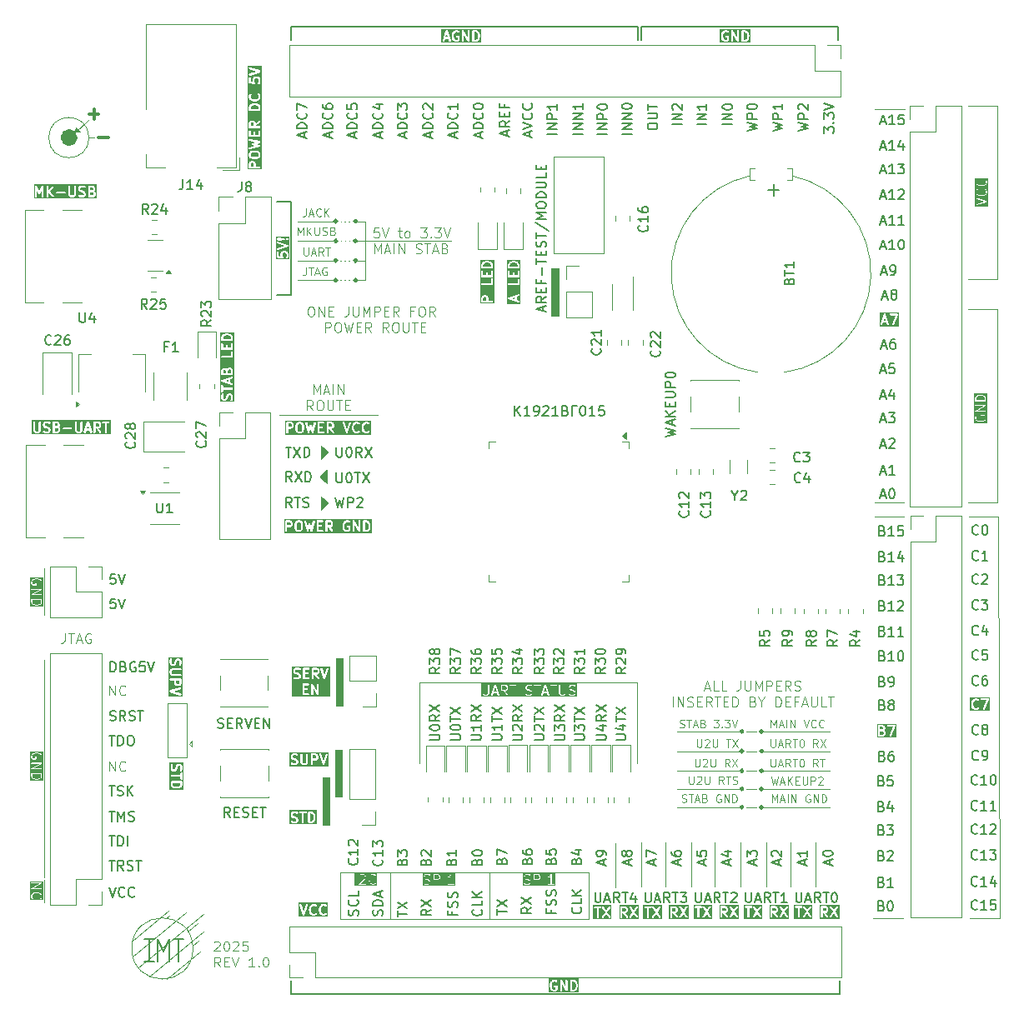
<source format=gbr>
%TF.GenerationSoftware,KiCad,Pcbnew,9.0.0*%
%TF.CreationDate,2025-05-20T14:46:27+04:00*%
%TF.ProjectId,_1921__015,1a313932-3112-4133-9031-352e6b696361,rev?*%
%TF.SameCoordinates,Original*%
%TF.FileFunction,Legend,Top*%
%TF.FilePolarity,Positive*%
%FSLAX46Y46*%
G04 Gerber Fmt 4.6, Leading zero omitted, Abs format (unit mm)*
G04 Created by KiCad (PCBNEW 9.0.0) date 2025-05-20 14:46:27*
%MOMM*%
%LPD*%
G01*
G04 APERTURE LIST*
%ADD10C,0.273607*%
%ADD11C,0.100000*%
%ADD12C,0.200000*%
%ADD13C,0.300000*%
%ADD14C,0.874470*%
%ADD15C,0.125000*%
%ADD16C,0.150000*%
%ADD17C,0.120000*%
G04 APERTURE END LIST*
D10*
X171366803Y-112690000D02*
G75*
G02*
X171093197Y-112690000I-136803J0D01*
G01*
X171093197Y-112690000D02*
G75*
G02*
X171366803Y-112690000I136803J0D01*
G01*
D11*
X151900000Y-59800000D02*
X152600000Y-59800000D01*
X152600000Y-64600000D01*
X151900000Y-64600000D01*
X151900000Y-59800000D01*
G36*
X151900000Y-59800000D02*
G01*
X152600000Y-59800000D01*
X152600000Y-64600000D01*
X151900000Y-64600000D01*
X151900000Y-59800000D01*
G37*
X171720000Y-110850000D02*
X172696393Y-110850000D01*
X164630000Y-114550000D02*
X171230000Y-114550000D01*
X129100000Y-81600000D02*
X128400000Y-81000000D01*
X128400000Y-80900000D01*
X129100000Y-80300000D01*
X129100000Y-81600000D01*
G36*
X129100000Y-81600000D02*
G01*
X128400000Y-81000000D01*
X128400000Y-80900000D01*
X129100000Y-80300000D01*
X129100000Y-81600000D01*
G37*
D12*
X125500000Y-36550000D02*
X125500000Y-35250000D01*
D11*
X112790000Y-125790000D02*
X113100000Y-125540000D01*
D12*
X181200000Y-133500000D02*
X125500000Y-133500000D01*
D11*
X171730000Y-106850000D02*
X172706393Y-106850000D01*
D12*
X125500000Y-62500000D02*
X125500000Y-53000000D01*
D11*
X171100000Y-118100000D02*
X171100000Y-122600000D01*
D10*
X173366803Y-114550000D02*
G75*
G02*
X173093197Y-114550000I-136803J0D01*
G01*
X173093197Y-114550000D02*
G75*
G02*
X173366803Y-114550000I136803J0D01*
G01*
D11*
X110000000Y-130850000D02*
X116600000Y-125400000D01*
X180130000Y-110850000D02*
X173230000Y-110850000D01*
X131400000Y-57000000D02*
X131380000Y-57000000D01*
X130980000Y-57000000D02*
X130960000Y-57000000D01*
X130560000Y-57000000D02*
X130540000Y-57000000D01*
X129200000Y-83600000D02*
X129200000Y-83700000D01*
X128500000Y-84300000D01*
X128500000Y-83000000D01*
X129200000Y-83600000D01*
G36*
X129200000Y-83600000D02*
G01*
X129200000Y-83700000D01*
X128500000Y-84300000D01*
X128500000Y-83000000D01*
X129200000Y-83600000D01*
G37*
X130000000Y-99400000D02*
X130700000Y-99400000D01*
X130700000Y-104200000D01*
X130000000Y-104200000D01*
X130000000Y-99400000D01*
G36*
X130000000Y-99400000D02*
G01*
X130700000Y-99400000D01*
X130700000Y-104200000D01*
X130000000Y-104200000D01*
X130000000Y-99400000D01*
G37*
D13*
X104945346Y-44100000D02*
X105945346Y-44100000D01*
D11*
X168500000Y-118100000D02*
X168500000Y-122600000D01*
D12*
X160700000Y-35250000D02*
X160700000Y-36550000D01*
D11*
X171718196Y-108860000D02*
X172694589Y-108860000D01*
D12*
X125500000Y-53000000D02*
X124000000Y-53000000D01*
D11*
X115506445Y-128600000D02*
X116100000Y-128130000D01*
X145600000Y-121125000D02*
X155700000Y-121125000D01*
X155700000Y-125875000D01*
X145600000Y-125875000D01*
X145600000Y-121125000D01*
X133000000Y-55000000D02*
X132000000Y-55000000D01*
X174230000Y-108850000D02*
X173230000Y-108850000D01*
X171728196Y-112700000D02*
X172704589Y-112700000D01*
X133000000Y-59000000D02*
X133000000Y-55000000D01*
X115000000Y-127200000D02*
X116010000Y-126360000D01*
X164630000Y-110850000D02*
X171230000Y-110850000D01*
X129200000Y-78434118D02*
X129200000Y-78534118D01*
X128500000Y-79134118D01*
X128500000Y-77834118D01*
X129200000Y-78434118D01*
G36*
X129200000Y-78434118D02*
G01*
X129200000Y-78534118D01*
X128500000Y-79134118D01*
X128500000Y-77834118D01*
X129200000Y-78434118D01*
G37*
D12*
X113500000Y-127900000D02*
X114500000Y-127900000D01*
D10*
X132136803Y-61000000D02*
G75*
G02*
X131863197Y-61000000I-136803J0D01*
G01*
X131863197Y-61000000D02*
G75*
G02*
X132136803Y-61000000I136803J0D01*
G01*
D11*
X194200000Y-43300000D02*
X197200000Y-43300000D01*
X194200000Y-63900000D02*
X197200000Y-63900000D01*
D10*
X130136803Y-57000000D02*
G75*
G02*
X129863197Y-57000000I-136803J0D01*
G01*
X129863197Y-57000000D02*
G75*
G02*
X130136803Y-57000000I136803J0D01*
G01*
D12*
X110600000Y-130250000D02*
X111600000Y-130250000D01*
D11*
X126100000Y-61000000D02*
X130000000Y-61000000D01*
D10*
X171366803Y-110850000D02*
G75*
G02*
X171093197Y-110850000I-136803J0D01*
G01*
X171093197Y-110850000D02*
G75*
G02*
X171366803Y-110850000I136803J0D01*
G01*
D11*
X126100000Y-57000000D02*
X130000000Y-57000000D01*
X133000000Y-59000000D02*
X133000000Y-61000000D01*
X160600000Y-101900000D02*
X160600000Y-110100000D01*
X131350000Y-61000000D02*
X131330000Y-61000000D01*
X130930000Y-61000000D02*
X130910000Y-61000000D01*
X130510000Y-61000000D02*
X130490000Y-61000000D01*
X104045346Y-45861287D02*
X103552363Y-45927036D01*
X103645346Y-45461287D01*
X104045346Y-45861287D01*
G36*
X104045346Y-45861287D02*
G01*
X103552363Y-45927036D01*
X103645346Y-45461287D01*
X104045346Y-45861287D01*
G37*
X180130000Y-114550000D02*
X173230000Y-114550000D01*
D10*
X132136803Y-57000000D02*
G75*
G02*
X131863197Y-57000000I-136803J0D01*
G01*
X131863197Y-57000000D02*
G75*
G02*
X132136803Y-57000000I136803J0D01*
G01*
D12*
X112500000Y-129200000D02*
X113100000Y-127900000D01*
D11*
X197200000Y-63900000D02*
X197200000Y-83600000D01*
X131350000Y-59000000D02*
X131330000Y-59000000D01*
X130930000Y-59000000D02*
X130910000Y-59000000D01*
X130510000Y-59000000D02*
X130490000Y-59000000D01*
D12*
X110600000Y-127900000D02*
X111600000Y-127900000D01*
D11*
X174230000Y-108850000D02*
X180130000Y-108850000D01*
X100374600Y-90300000D02*
X100400000Y-90300000D01*
X100400000Y-95000000D01*
X100374600Y-95000000D01*
X100374600Y-90300000D01*
X100360000Y-121900000D02*
X100385400Y-121900000D01*
X100385400Y-124200000D01*
X100360000Y-124200000D01*
X100360000Y-121900000D01*
X133000000Y-57000000D02*
X141700000Y-57000000D01*
X109400000Y-128100000D02*
X113000000Y-125100000D01*
X164630000Y-106850000D02*
X171230000Y-106850000D01*
X180130000Y-112690000D02*
X173230000Y-112690000D01*
D12*
X181000000Y-35250000D02*
X181000000Y-36550000D01*
D11*
X133000000Y-57000000D02*
X132000000Y-57000000D01*
X135500000Y-121125000D02*
X145600000Y-121125000D01*
X145600000Y-125875000D01*
X135500000Y-125875000D01*
X135500000Y-121125000D01*
D10*
X130136803Y-61000000D02*
G75*
G02*
X129863197Y-61000000I-136803J0D01*
G01*
X129863197Y-61000000D02*
G75*
G02*
X130136803Y-61000000I136803J0D01*
G01*
D12*
X124000000Y-62500000D02*
X125500000Y-62500000D01*
D11*
X173700000Y-118100000D02*
X173700000Y-122600000D01*
X187700000Y-85020000D02*
X184700000Y-85020000D01*
D10*
X132136803Y-59000000D02*
G75*
G02*
X131863197Y-59000000I-136803J0D01*
G01*
X131863197Y-59000000D02*
G75*
G02*
X132136803Y-59000000I136803J0D01*
G01*
D11*
X130500000Y-55000000D02*
X130520000Y-55000000D01*
X130920000Y-55000000D02*
X130940000Y-55000000D01*
X131340000Y-55000000D02*
X131360000Y-55000000D01*
X115506445Y-128900000D02*
G75*
G02*
X109293555Y-128900000I-3106445J0D01*
G01*
X109293555Y-128900000D02*
G75*
G02*
X115506445Y-128900000I3106445J0D01*
G01*
X178700000Y-118100000D02*
X178700000Y-122600000D01*
D12*
X113100000Y-127900000D02*
X113100000Y-130250000D01*
D10*
X132136803Y-55000000D02*
G75*
G02*
X131863197Y-55000000I-136803J0D01*
G01*
X131863197Y-55000000D02*
G75*
G02*
X132136803Y-55000000I136803J0D01*
G01*
D11*
X130490000Y-121125000D02*
X135500000Y-121125000D01*
X135500000Y-125875000D01*
X130490000Y-125875000D01*
X130490000Y-121125000D01*
D10*
X130136803Y-55000000D02*
G75*
G02*
X129863197Y-55000000I-136803J0D01*
G01*
X129863197Y-55000000D02*
G75*
G02*
X130136803Y-55000000I136803J0D01*
G01*
D11*
X133000000Y-59000000D02*
X132000000Y-59000000D01*
X194300000Y-85000000D02*
X197300000Y-85000000D01*
D13*
X105945346Y-46500000D02*
X106945346Y-46500000D01*
D11*
X109400000Y-129750000D02*
X114800000Y-125250000D01*
X164630000Y-112690000D02*
X171230000Y-112690000D01*
D10*
X173366803Y-110850000D02*
G75*
G02*
X173093197Y-110850000I-136803J0D01*
G01*
X173093197Y-110850000D02*
G75*
G02*
X173366803Y-110850000I136803J0D01*
G01*
D11*
X166100000Y-118100000D02*
X166100000Y-122600000D01*
X187700000Y-83600000D02*
X184700000Y-83600000D01*
X134250000Y-74710000D02*
X124250000Y-74710000D01*
X194400000Y-125800000D02*
X197400000Y-125800000D01*
X126100000Y-55000000D02*
X130000000Y-55000000D01*
D10*
X171366803Y-114550000D02*
G75*
G02*
X171093197Y-114550000I-136803J0D01*
G01*
X171093197Y-114550000D02*
G75*
G02*
X171366803Y-114550000I136803J0D01*
G01*
D11*
X138500000Y-110100000D02*
X138500000Y-101900000D01*
D12*
X111900000Y-127900000D02*
X111900000Y-130250000D01*
D11*
X163500000Y-118100000D02*
X163500000Y-122600000D01*
X176200000Y-118100000D02*
X176200000Y-122600000D01*
D12*
X161000000Y-35250000D02*
X181000000Y-35250000D01*
X161000000Y-36550000D02*
X161000000Y-35250000D01*
D11*
X187800000Y-43600000D02*
X184700000Y-43600000D01*
X133000000Y-61000000D02*
X132000000Y-61000000D01*
D14*
X103361644Y-46500000D02*
G75*
G02*
X102487174Y-46500000I-437235J0D01*
G01*
X102487174Y-46500000D02*
G75*
G02*
X103361644Y-46500000I437235J0D01*
G01*
D11*
X197300000Y-85000000D02*
X197400000Y-125800000D01*
X197200000Y-43300000D02*
X197200000Y-60900000D01*
D10*
X171366803Y-106850000D02*
G75*
G02*
X171093197Y-106850000I-136803J0D01*
G01*
X171093197Y-106850000D02*
G75*
G02*
X171366803Y-106850000I136803J0D01*
G01*
D11*
X128650000Y-111500000D02*
X129350000Y-111500000D01*
X129350000Y-116300000D01*
X128650000Y-116300000D01*
X128650000Y-111500000D01*
G36*
X128650000Y-111500000D02*
G01*
X129350000Y-111500000D01*
X129350000Y-116300000D01*
X128650000Y-116300000D01*
X128650000Y-111500000D01*
G37*
D13*
X105445346Y-43600000D02*
X105445346Y-44600000D01*
D11*
X194200000Y-60900000D02*
X197200000Y-60900000D01*
X112850000Y-131962500D02*
X116200000Y-129200000D01*
D12*
X125500000Y-35250000D02*
X160700000Y-35250000D01*
X181200000Y-132200000D02*
X181200000Y-133500000D01*
D10*
X173366803Y-112690000D02*
G75*
G02*
X173093197Y-112690000I-136803J0D01*
G01*
X173093197Y-112690000D02*
G75*
G02*
X173366803Y-112690000I136803J0D01*
G01*
D11*
X194200000Y-83600000D02*
X197200000Y-83600000D01*
D10*
X173366803Y-106850000D02*
G75*
G02*
X173093197Y-106850000I-136803J0D01*
G01*
X173093197Y-106850000D02*
G75*
G02*
X173366803Y-106850000I136803J0D01*
G01*
X173366803Y-108850000D02*
G75*
G02*
X173093197Y-108850000I-136803J0D01*
G01*
X173093197Y-108850000D02*
G75*
G02*
X173366803Y-108850000I136803J0D01*
G01*
D11*
X161000000Y-118100000D02*
X161000000Y-122600000D01*
X164630000Y-108850000D02*
X171230000Y-108850000D01*
X180130000Y-106850000D02*
X173230000Y-106850000D01*
X126100000Y-59000000D02*
X130000000Y-59000000D01*
X129950000Y-108700000D02*
X130650000Y-108700000D01*
X130650000Y-113500000D01*
X129950000Y-113500000D01*
X129950000Y-108700000D01*
G36*
X129950000Y-108700000D02*
G01*
X130650000Y-108700000D01*
X130650000Y-113500000D01*
X129950000Y-113500000D01*
X129950000Y-108700000D01*
G37*
X104945346Y-46500000D02*
G75*
G02*
X100854654Y-46500000I-2045346J0D01*
G01*
X100854654Y-46500000D02*
G75*
G02*
X104945346Y-46500000I2045346J0D01*
G01*
D12*
X111100000Y-127900000D02*
X111100000Y-130250000D01*
D11*
X104945346Y-46500000D02*
X105445346Y-46500000D01*
X171720000Y-114550000D02*
X172696393Y-114550000D01*
D10*
X130136803Y-59000000D02*
G75*
G02*
X129863197Y-59000000I-136803J0D01*
G01*
X129863197Y-59000000D02*
G75*
G02*
X130136803Y-59000000I136803J0D01*
G01*
D11*
X100360000Y-99550000D02*
X100385400Y-99550000D01*
X100385400Y-121650000D01*
X100360000Y-121650000D01*
X100360000Y-99550000D01*
D12*
X114000000Y-127900000D02*
X114000000Y-130250000D01*
X111900000Y-127900000D02*
X112500000Y-129200000D01*
D11*
X187600000Y-125820000D02*
X184600000Y-125820000D01*
X103552363Y-45965749D02*
X104845346Y-44700000D01*
X111100000Y-131725000D02*
X116600000Y-127200000D01*
D12*
X125500000Y-133500000D02*
X125500000Y-132200000D01*
D11*
X158400000Y-118200000D02*
X158400000Y-122700000D01*
D10*
X171366803Y-108850000D02*
G75*
G02*
X171093197Y-108850000I-136803J0D01*
G01*
X171093197Y-108850000D02*
G75*
G02*
X171366803Y-108850000I136803J0D01*
G01*
D11*
X138500000Y-101900000D02*
X160600000Y-101900000D01*
D12*
X177581504Y-120377945D02*
X177581504Y-119901755D01*
X177867219Y-120473183D02*
X176867219Y-120139850D01*
X176867219Y-120139850D02*
X177867219Y-119806517D01*
X177867219Y-118949374D02*
X177867219Y-119520802D01*
X177867219Y-119235088D02*
X176867219Y-119235088D01*
X176867219Y-119235088D02*
X177010076Y-119330326D01*
X177010076Y-119330326D02*
X177105314Y-119425564D01*
X177105314Y-119425564D02*
X177152933Y-119520802D01*
G36*
X129207434Y-125678330D02*
G01*
X126216490Y-125678330D01*
X126216490Y-124479726D01*
X126327601Y-124479726D01*
X126331948Y-124498842D01*
X126665281Y-125498841D01*
X126673272Y-125516742D01*
X126677955Y-125522141D01*
X126681150Y-125528531D01*
X126690621Y-125536746D01*
X126698837Y-125546218D01*
X126705225Y-125549412D01*
X126710626Y-125554096D01*
X126722527Y-125558063D01*
X126733736Y-125563667D01*
X126740860Y-125564173D01*
X126747642Y-125566434D01*
X126760151Y-125565544D01*
X126772656Y-125566434D01*
X126779434Y-125564174D01*
X126786562Y-125563668D01*
X126797778Y-125558059D01*
X126809672Y-125554095D01*
X126815069Y-125549414D01*
X126821461Y-125546218D01*
X126829679Y-125536742D01*
X126839148Y-125528530D01*
X126842341Y-125522143D01*
X126847026Y-125516742D01*
X126855017Y-125498842D01*
X127056034Y-124895790D01*
X127279197Y-124895790D01*
X127279197Y-125038647D01*
X127279532Y-125042049D01*
X127279315Y-125043508D01*
X127280394Y-125050805D01*
X127281118Y-125058156D01*
X127281682Y-125059519D01*
X127282183Y-125062901D01*
X127329802Y-125253376D01*
X127330315Y-125254813D01*
X127330367Y-125255536D01*
X127333475Y-125263660D01*
X127336397Y-125271837D01*
X127336827Y-125272417D01*
X127337373Y-125273844D01*
X127384992Y-125369082D01*
X127390274Y-125377474D01*
X127391287Y-125379918D01*
X127393543Y-125382667D01*
X127395435Y-125385672D01*
X127397429Y-125387401D01*
X127403724Y-125395071D01*
X127498962Y-125490311D01*
X127514115Y-125502747D01*
X127517434Y-125504122D01*
X127520150Y-125506477D01*
X127538050Y-125514468D01*
X127680907Y-125562087D01*
X127690579Y-125564286D01*
X127693021Y-125565298D01*
X127696558Y-125565646D01*
X127700022Y-125566434D01*
X127702656Y-125566246D01*
X127712530Y-125567219D01*
X127807768Y-125567219D01*
X127817641Y-125566246D01*
X127820275Y-125566434D01*
X127823738Y-125565646D01*
X127827277Y-125565298D01*
X127829719Y-125564286D01*
X127839391Y-125562087D01*
X127982247Y-125514468D01*
X128000148Y-125506477D01*
X128002863Y-125504122D01*
X128006183Y-125502747D01*
X128021336Y-125490310D01*
X128068955Y-125442690D01*
X128081392Y-125427537D01*
X128096323Y-125391488D01*
X128096322Y-125352470D01*
X128081391Y-125316422D01*
X128053800Y-125288832D01*
X128017752Y-125273901D01*
X127978734Y-125273902D01*
X127942686Y-125288833D01*
X127927532Y-125301270D01*
X127896605Y-125332197D01*
X127791541Y-125367219D01*
X127728756Y-125367219D01*
X127623691Y-125332197D01*
X127556621Y-125265127D01*
X127521167Y-125194218D01*
X127479197Y-125026337D01*
X127479197Y-124908100D01*
X127482274Y-124895790D01*
X128279197Y-124895790D01*
X128279197Y-125038647D01*
X128279532Y-125042049D01*
X128279315Y-125043508D01*
X128280394Y-125050805D01*
X128281118Y-125058156D01*
X128281682Y-125059519D01*
X128282183Y-125062901D01*
X128329802Y-125253376D01*
X128330315Y-125254813D01*
X128330367Y-125255536D01*
X128333475Y-125263660D01*
X128336397Y-125271837D01*
X128336827Y-125272417D01*
X128337373Y-125273844D01*
X128384992Y-125369082D01*
X128390274Y-125377474D01*
X128391287Y-125379918D01*
X128393543Y-125382667D01*
X128395435Y-125385672D01*
X128397429Y-125387401D01*
X128403724Y-125395071D01*
X128498962Y-125490311D01*
X128514115Y-125502747D01*
X128517434Y-125504122D01*
X128520150Y-125506477D01*
X128538050Y-125514468D01*
X128680907Y-125562087D01*
X128690579Y-125564286D01*
X128693021Y-125565298D01*
X128696558Y-125565646D01*
X128700022Y-125566434D01*
X128702656Y-125566246D01*
X128712530Y-125567219D01*
X128807768Y-125567219D01*
X128817641Y-125566246D01*
X128820275Y-125566434D01*
X128823738Y-125565646D01*
X128827277Y-125565298D01*
X128829719Y-125564286D01*
X128839391Y-125562087D01*
X128982247Y-125514468D01*
X129000148Y-125506477D01*
X129002863Y-125504122D01*
X129006183Y-125502747D01*
X129021336Y-125490310D01*
X129068955Y-125442690D01*
X129081392Y-125427537D01*
X129096323Y-125391488D01*
X129096322Y-125352470D01*
X129081391Y-125316422D01*
X129053800Y-125288832D01*
X129017752Y-125273901D01*
X128978734Y-125273902D01*
X128942686Y-125288833D01*
X128927532Y-125301270D01*
X128896605Y-125332197D01*
X128791541Y-125367219D01*
X128728756Y-125367219D01*
X128623691Y-125332197D01*
X128556621Y-125265127D01*
X128521167Y-125194218D01*
X128479197Y-125026337D01*
X128479197Y-124908100D01*
X128521167Y-124740218D01*
X128556620Y-124669312D01*
X128623692Y-124602240D01*
X128728756Y-124567219D01*
X128791541Y-124567219D01*
X128896606Y-124602240D01*
X128927533Y-124633167D01*
X128942686Y-124645604D01*
X128978735Y-124660535D01*
X129017753Y-124660535D01*
X129053801Y-124645604D01*
X129081391Y-124618014D01*
X129096322Y-124581966D01*
X129096322Y-124542948D01*
X129081391Y-124506899D01*
X129068954Y-124491746D01*
X129021336Y-124444127D01*
X129006182Y-124431691D01*
X129002863Y-124430316D01*
X129000148Y-124427961D01*
X128982247Y-124419970D01*
X128839391Y-124372351D01*
X128829719Y-124370151D01*
X128827277Y-124369140D01*
X128823738Y-124368791D01*
X128820275Y-124368004D01*
X128817641Y-124368191D01*
X128807768Y-124367219D01*
X128712530Y-124367219D01*
X128702656Y-124368191D01*
X128700022Y-124368004D01*
X128696558Y-124368791D01*
X128693021Y-124369140D01*
X128690579Y-124370151D01*
X128680907Y-124372351D01*
X128538050Y-124419970D01*
X128520150Y-124427961D01*
X128517434Y-124430316D01*
X128514116Y-124431691D01*
X128498962Y-124444127D01*
X128403724Y-124539365D01*
X128397429Y-124547035D01*
X128395435Y-124548765D01*
X128393541Y-124551772D01*
X128391288Y-124554519D01*
X128390277Y-124556958D01*
X128384992Y-124565355D01*
X128337373Y-124660593D01*
X128336827Y-124662019D01*
X128336397Y-124662600D01*
X128333475Y-124670776D01*
X128330367Y-124678901D01*
X128330315Y-124679623D01*
X128329802Y-124681061D01*
X128282183Y-124871536D01*
X128281682Y-124874917D01*
X128281118Y-124876281D01*
X128280394Y-124883631D01*
X128279315Y-124890929D01*
X128279532Y-124892387D01*
X128279197Y-124895790D01*
X127482274Y-124895790D01*
X127521167Y-124740218D01*
X127556620Y-124669312D01*
X127623692Y-124602240D01*
X127728756Y-124567219D01*
X127791541Y-124567219D01*
X127896606Y-124602240D01*
X127927533Y-124633167D01*
X127942686Y-124645604D01*
X127978735Y-124660535D01*
X128017753Y-124660535D01*
X128053801Y-124645604D01*
X128081391Y-124618014D01*
X128096322Y-124581966D01*
X128096322Y-124542948D01*
X128081391Y-124506899D01*
X128068954Y-124491746D01*
X128021336Y-124444127D01*
X128006182Y-124431691D01*
X128002863Y-124430316D01*
X128000148Y-124427961D01*
X127982247Y-124419970D01*
X127839391Y-124372351D01*
X127829719Y-124370151D01*
X127827277Y-124369140D01*
X127823738Y-124368791D01*
X127820275Y-124368004D01*
X127817641Y-124368191D01*
X127807768Y-124367219D01*
X127712530Y-124367219D01*
X127702656Y-124368191D01*
X127700022Y-124368004D01*
X127696558Y-124368791D01*
X127693021Y-124369140D01*
X127690579Y-124370151D01*
X127680907Y-124372351D01*
X127538050Y-124419970D01*
X127520150Y-124427961D01*
X127517434Y-124430316D01*
X127514116Y-124431691D01*
X127498962Y-124444127D01*
X127403724Y-124539365D01*
X127397429Y-124547035D01*
X127395435Y-124548765D01*
X127393541Y-124551772D01*
X127391288Y-124554519D01*
X127390277Y-124556958D01*
X127384992Y-124565355D01*
X127337373Y-124660593D01*
X127336827Y-124662019D01*
X127336397Y-124662600D01*
X127333475Y-124670776D01*
X127330367Y-124678901D01*
X127330315Y-124679623D01*
X127329802Y-124681061D01*
X127282183Y-124871536D01*
X127281682Y-124874917D01*
X127281118Y-124876281D01*
X127280394Y-124883631D01*
X127279315Y-124890929D01*
X127279532Y-124892387D01*
X127279197Y-124895790D01*
X127056034Y-124895790D01*
X127188350Y-124498842D01*
X127192697Y-124479727D01*
X127189931Y-124440807D01*
X127172481Y-124405908D01*
X127143005Y-124380343D01*
X127105989Y-124368004D01*
X127067069Y-124370771D01*
X127032170Y-124388220D01*
X127006605Y-124417696D01*
X126998614Y-124435597D01*
X126760149Y-125150991D01*
X126521684Y-124435596D01*
X126513693Y-124417696D01*
X126488128Y-124388220D01*
X126453229Y-124370770D01*
X126414309Y-124368004D01*
X126377293Y-124380342D01*
X126347817Y-124405907D01*
X126330367Y-124440806D01*
X126327601Y-124479726D01*
X126216490Y-124479726D01*
X126216490Y-124256108D01*
X129207434Y-124256108D01*
X129207434Y-125678330D01*
G37*
G36*
X114132780Y-101927018D02*
G01*
X114102975Y-101986627D01*
X114078306Y-102011295D01*
X114018697Y-102041101D01*
X113923054Y-102041101D01*
X113863444Y-102011296D01*
X113838776Y-101986627D01*
X113808971Y-101927017D01*
X113808971Y-101669673D01*
X114132780Y-101669673D01*
X114132780Y-101927018D01*
G37*
G36*
X114443891Y-103303808D02*
G01*
X113021669Y-103303808D01*
X113021669Y-102747642D01*
X113133565Y-102747642D01*
X113134453Y-102760149D01*
X113133565Y-102772656D01*
X113135824Y-102779434D01*
X113136331Y-102786562D01*
X113141937Y-102797774D01*
X113145903Y-102809672D01*
X113150586Y-102815071D01*
X113153781Y-102821461D01*
X113163252Y-102829676D01*
X113171468Y-102839148D01*
X113177857Y-102842342D01*
X113183257Y-102847026D01*
X113201157Y-102855017D01*
X114201157Y-103188350D01*
X114220272Y-103192697D01*
X114259192Y-103189931D01*
X114294091Y-103172481D01*
X114319656Y-103143005D01*
X114331995Y-103105989D01*
X114329228Y-103067069D01*
X114311779Y-103032170D01*
X114282303Y-103006605D01*
X114264402Y-102998614D01*
X113549007Y-102760149D01*
X114264402Y-102521684D01*
X114282303Y-102513693D01*
X114311779Y-102488128D01*
X114329228Y-102453229D01*
X114331995Y-102414309D01*
X114319656Y-102377293D01*
X114294091Y-102347817D01*
X114259192Y-102330367D01*
X114220272Y-102327601D01*
X114201157Y-102331948D01*
X113201157Y-102665281D01*
X113183257Y-102673272D01*
X113177857Y-102677955D01*
X113171468Y-102681150D01*
X113163252Y-102690621D01*
X113153781Y-102698837D01*
X113150586Y-102705226D01*
X113145903Y-102710626D01*
X113141937Y-102722523D01*
X113136331Y-102733736D01*
X113135824Y-102740863D01*
X113133565Y-102747642D01*
X113021669Y-102747642D01*
X113021669Y-101550164D01*
X113134701Y-101550164D01*
X113134701Y-101589182D01*
X113149633Y-101625230D01*
X113177223Y-101652820D01*
X113213271Y-101667752D01*
X113232780Y-101669673D01*
X113608971Y-101669673D01*
X113608971Y-101950625D01*
X113610892Y-101970134D01*
X113612267Y-101973454D01*
X113612522Y-101977038D01*
X113619528Y-101995346D01*
X113667147Y-102090584D01*
X113672432Y-102098980D01*
X113673443Y-102101420D01*
X113675696Y-102104166D01*
X113677590Y-102107174D01*
X113679584Y-102108903D01*
X113685879Y-102116574D01*
X113733498Y-102164192D01*
X113741164Y-102170484D01*
X113742897Y-102172482D01*
X113745905Y-102174375D01*
X113748651Y-102176629D01*
X113751091Y-102177639D01*
X113759488Y-102182925D01*
X113854725Y-102230544D01*
X113873034Y-102237550D01*
X113876617Y-102237804D01*
X113879938Y-102239180D01*
X113899447Y-102241101D01*
X114042304Y-102241101D01*
X114061813Y-102239180D01*
X114065133Y-102237804D01*
X114068717Y-102237550D01*
X114087025Y-102230544D01*
X114182263Y-102182925D01*
X114190659Y-102177639D01*
X114193099Y-102176629D01*
X114195845Y-102174375D01*
X114198853Y-102172482D01*
X114200582Y-102170487D01*
X114208253Y-102164193D01*
X114255871Y-102116574D01*
X114262163Y-102108907D01*
X114264161Y-102107175D01*
X114266054Y-102104166D01*
X114268308Y-102101421D01*
X114269318Y-102098980D01*
X114274604Y-102090584D01*
X114322223Y-101995347D01*
X114329229Y-101977038D01*
X114329483Y-101973454D01*
X114330859Y-101970134D01*
X114332780Y-101950625D01*
X114332780Y-101569673D01*
X114330859Y-101550164D01*
X114315927Y-101514116D01*
X114288337Y-101486526D01*
X114252289Y-101471594D01*
X114232780Y-101469673D01*
X113232780Y-101469673D01*
X113213271Y-101471594D01*
X113177223Y-101486526D01*
X113149633Y-101514116D01*
X113134701Y-101550164D01*
X113021669Y-101550164D01*
X113021669Y-100712530D01*
X113132780Y-100712530D01*
X113132780Y-100903006D01*
X113134701Y-100922515D01*
X113136076Y-100925834D01*
X113136331Y-100929420D01*
X113143338Y-100947728D01*
X113190958Y-101042966D01*
X113196242Y-101051361D01*
X113197253Y-101053801D01*
X113199506Y-101056546D01*
X113201401Y-101059557D01*
X113203397Y-101061288D01*
X113209689Y-101068955D01*
X113257308Y-101116573D01*
X113264974Y-101122865D01*
X113266707Y-101124863D01*
X113269715Y-101126756D01*
X113272461Y-101129010D01*
X113274901Y-101130020D01*
X113283298Y-101135306D01*
X113378535Y-101182925D01*
X113396844Y-101189931D01*
X113400427Y-101190185D01*
X113403748Y-101191561D01*
X113423257Y-101193482D01*
X114232780Y-101193482D01*
X114252289Y-101191561D01*
X114288337Y-101176629D01*
X114315927Y-101149039D01*
X114330859Y-101112991D01*
X114330859Y-101073973D01*
X114315927Y-101037925D01*
X114288337Y-101010335D01*
X114252289Y-100995403D01*
X114232780Y-100993482D01*
X113446864Y-100993482D01*
X113387254Y-100963677D01*
X113362583Y-100939006D01*
X113332780Y-100879399D01*
X113332780Y-100736136D01*
X113362583Y-100676529D01*
X113387254Y-100651858D01*
X113446864Y-100622054D01*
X114232780Y-100622054D01*
X114252289Y-100620133D01*
X114288337Y-100605201D01*
X114315927Y-100577611D01*
X114330859Y-100541563D01*
X114330859Y-100502545D01*
X114315927Y-100466497D01*
X114288337Y-100438907D01*
X114252289Y-100423975D01*
X114232780Y-100422054D01*
X113423257Y-100422054D01*
X113403748Y-100423975D01*
X113400427Y-100425350D01*
X113396844Y-100425605D01*
X113378535Y-100432611D01*
X113283298Y-100480230D01*
X113274901Y-100485515D01*
X113272461Y-100486526D01*
X113269715Y-100488779D01*
X113266707Y-100490673D01*
X113264974Y-100492670D01*
X113257308Y-100498963D01*
X113209689Y-100546581D01*
X113203397Y-100554247D01*
X113201401Y-100555979D01*
X113199506Y-100558989D01*
X113197253Y-100561735D01*
X113196242Y-100564174D01*
X113190958Y-100572570D01*
X113143338Y-100667808D01*
X113136331Y-100686116D01*
X113136076Y-100689701D01*
X113134701Y-100693021D01*
X113132780Y-100712530D01*
X113021669Y-100712530D01*
X113021669Y-99664911D01*
X113132780Y-99664911D01*
X113132780Y-99903006D01*
X113134701Y-99922515D01*
X113136076Y-99925834D01*
X113136331Y-99929420D01*
X113143338Y-99947728D01*
X113190958Y-100042966D01*
X113196242Y-100051361D01*
X113197253Y-100053801D01*
X113199506Y-100056546D01*
X113201401Y-100059557D01*
X113203397Y-100061288D01*
X113209689Y-100068955D01*
X113257308Y-100116573D01*
X113264974Y-100122865D01*
X113266707Y-100124863D01*
X113269715Y-100126756D01*
X113272461Y-100129010D01*
X113274901Y-100130020D01*
X113283298Y-100135306D01*
X113378535Y-100182925D01*
X113396844Y-100189931D01*
X113400427Y-100190185D01*
X113403748Y-100191561D01*
X113423257Y-100193482D01*
X113518495Y-100193482D01*
X113538004Y-100191561D01*
X113541324Y-100190185D01*
X113544908Y-100189931D01*
X113563216Y-100182925D01*
X113658454Y-100135306D01*
X113666850Y-100130020D01*
X113669290Y-100129010D01*
X113672036Y-100126756D01*
X113675044Y-100124863D01*
X113676773Y-100122868D01*
X113684444Y-100116574D01*
X113732062Y-100068955D01*
X113738354Y-100061288D01*
X113740352Y-100059556D01*
X113742245Y-100056547D01*
X113744499Y-100053802D01*
X113745509Y-100051361D01*
X113750795Y-100042965D01*
X113798414Y-99947728D01*
X113798960Y-99946299D01*
X113799390Y-99945720D01*
X113802311Y-99937543D01*
X113805420Y-99929419D01*
X113805471Y-99928698D01*
X113805985Y-99927260D01*
X113850941Y-99747434D01*
X113886395Y-99676527D01*
X113911063Y-99651858D01*
X113970673Y-99622054D01*
X114018697Y-99622054D01*
X114078306Y-99651859D01*
X114102975Y-99676527D01*
X114132780Y-99736137D01*
X114132780Y-99934398D01*
X114090293Y-100061859D01*
X114085946Y-100080975D01*
X114088712Y-100119895D01*
X114106162Y-100154794D01*
X114135638Y-100180359D01*
X114172654Y-100192697D01*
X114211574Y-100189931D01*
X114246473Y-100172481D01*
X114272038Y-100143005D01*
X114280029Y-100125105D01*
X114327648Y-99982248D01*
X114329847Y-99972575D01*
X114330859Y-99970134D01*
X114331207Y-99966596D01*
X114331995Y-99963133D01*
X114331807Y-99960498D01*
X114332780Y-99950625D01*
X114332780Y-99712530D01*
X114330859Y-99693021D01*
X114329483Y-99689700D01*
X114329229Y-99686117D01*
X114322223Y-99667808D01*
X114274604Y-99572571D01*
X114269318Y-99564174D01*
X114268308Y-99561734D01*
X114266054Y-99558988D01*
X114264161Y-99555980D01*
X114262163Y-99554247D01*
X114255871Y-99546581D01*
X114208253Y-99498962D01*
X114200582Y-99492667D01*
X114198853Y-99490673D01*
X114195845Y-99488779D01*
X114193099Y-99486526D01*
X114190659Y-99485515D01*
X114182263Y-99480230D01*
X114087025Y-99432611D01*
X114068717Y-99425605D01*
X114065133Y-99425350D01*
X114061813Y-99423975D01*
X114042304Y-99422054D01*
X113947066Y-99422054D01*
X113927557Y-99423975D01*
X113924236Y-99425350D01*
X113920653Y-99425605D01*
X113902344Y-99432611D01*
X113807107Y-99480230D01*
X113798710Y-99485515D01*
X113796270Y-99486526D01*
X113793524Y-99488779D01*
X113790516Y-99490673D01*
X113788783Y-99492670D01*
X113781117Y-99498963D01*
X113733498Y-99546581D01*
X113727203Y-99554251D01*
X113725209Y-99555981D01*
X113723315Y-99558988D01*
X113721062Y-99561735D01*
X113720051Y-99564174D01*
X113714766Y-99572571D01*
X113667147Y-99667809D01*
X113666601Y-99669235D01*
X113666171Y-99669816D01*
X113663249Y-99677992D01*
X113660141Y-99686117D01*
X113660089Y-99686839D01*
X113659576Y-99688277D01*
X113614619Y-99868101D01*
X113579166Y-99939008D01*
X113554497Y-99963676D01*
X113494888Y-99993482D01*
X113446864Y-99993482D01*
X113387254Y-99963677D01*
X113362583Y-99939006D01*
X113332780Y-99879399D01*
X113332780Y-99681138D01*
X113375268Y-99553677D01*
X113379615Y-99534562D01*
X113376849Y-99495642D01*
X113359400Y-99460743D01*
X113329924Y-99435178D01*
X113292908Y-99422839D01*
X113253988Y-99425605D01*
X113219089Y-99443054D01*
X113193524Y-99472530D01*
X113185532Y-99490430D01*
X113137912Y-99633288D01*
X113135712Y-99642960D01*
X113134701Y-99645402D01*
X113134352Y-99648939D01*
X113133565Y-99652403D01*
X113133752Y-99655037D01*
X113132780Y-99664911D01*
X113021669Y-99664911D01*
X113021669Y-99310943D01*
X114443891Y-99310943D01*
X114443891Y-103303808D01*
G37*
X161429673Y-123217219D02*
X161429673Y-124026742D01*
X161429673Y-124026742D02*
X161477292Y-124121980D01*
X161477292Y-124121980D02*
X161524911Y-124169600D01*
X161524911Y-124169600D02*
X161620149Y-124217219D01*
X161620149Y-124217219D02*
X161810625Y-124217219D01*
X161810625Y-124217219D02*
X161905863Y-124169600D01*
X161905863Y-124169600D02*
X161953482Y-124121980D01*
X161953482Y-124121980D02*
X162001101Y-124026742D01*
X162001101Y-124026742D02*
X162001101Y-123217219D01*
X162429673Y-123931504D02*
X162905863Y-123931504D01*
X162334435Y-124217219D02*
X162667768Y-123217219D01*
X162667768Y-123217219D02*
X163001101Y-124217219D01*
X163905863Y-124217219D02*
X163572530Y-123741028D01*
X163334435Y-124217219D02*
X163334435Y-123217219D01*
X163334435Y-123217219D02*
X163715387Y-123217219D01*
X163715387Y-123217219D02*
X163810625Y-123264838D01*
X163810625Y-123264838D02*
X163858244Y-123312457D01*
X163858244Y-123312457D02*
X163905863Y-123407695D01*
X163905863Y-123407695D02*
X163905863Y-123550552D01*
X163905863Y-123550552D02*
X163858244Y-123645790D01*
X163858244Y-123645790D02*
X163810625Y-123693409D01*
X163810625Y-123693409D02*
X163715387Y-123741028D01*
X163715387Y-123741028D02*
X163334435Y-123741028D01*
X164191578Y-123217219D02*
X164763006Y-123217219D01*
X164477292Y-124217219D02*
X164477292Y-123217219D01*
X165001102Y-123217219D02*
X165620149Y-123217219D01*
X165620149Y-123217219D02*
X165286816Y-123598171D01*
X165286816Y-123598171D02*
X165429673Y-123598171D01*
X165429673Y-123598171D02*
X165524911Y-123645790D01*
X165524911Y-123645790D02*
X165572530Y-123693409D01*
X165572530Y-123693409D02*
X165620149Y-123788647D01*
X165620149Y-123788647D02*
X165620149Y-124026742D01*
X165620149Y-124026742D02*
X165572530Y-124121980D01*
X165572530Y-124121980D02*
X165524911Y-124169600D01*
X165524911Y-124169600D02*
X165429673Y-124217219D01*
X165429673Y-124217219D02*
X165143959Y-124217219D01*
X165143959Y-124217219D02*
X165048721Y-124169600D01*
X165048721Y-124169600D02*
X165001102Y-124121980D01*
X149443409Y-119996993D02*
X149491028Y-119854136D01*
X149491028Y-119854136D02*
X149538647Y-119806517D01*
X149538647Y-119806517D02*
X149633885Y-119758898D01*
X149633885Y-119758898D02*
X149776742Y-119758898D01*
X149776742Y-119758898D02*
X149871980Y-119806517D01*
X149871980Y-119806517D02*
X149919600Y-119854136D01*
X149919600Y-119854136D02*
X149967219Y-119949374D01*
X149967219Y-119949374D02*
X149967219Y-120330326D01*
X149967219Y-120330326D02*
X148967219Y-120330326D01*
X148967219Y-120330326D02*
X148967219Y-119996993D01*
X148967219Y-119996993D02*
X149014838Y-119901755D01*
X149014838Y-119901755D02*
X149062457Y-119854136D01*
X149062457Y-119854136D02*
X149157695Y-119806517D01*
X149157695Y-119806517D02*
X149252933Y-119806517D01*
X149252933Y-119806517D02*
X149348171Y-119854136D01*
X149348171Y-119854136D02*
X149395790Y-119901755D01*
X149395790Y-119901755D02*
X149443409Y-119996993D01*
X149443409Y-119996993D02*
X149443409Y-120330326D01*
X148967219Y-118901755D02*
X148967219Y-119092231D01*
X148967219Y-119092231D02*
X149014838Y-119187469D01*
X149014838Y-119187469D02*
X149062457Y-119235088D01*
X149062457Y-119235088D02*
X149205314Y-119330326D01*
X149205314Y-119330326D02*
X149395790Y-119377945D01*
X149395790Y-119377945D02*
X149776742Y-119377945D01*
X149776742Y-119377945D02*
X149871980Y-119330326D01*
X149871980Y-119330326D02*
X149919600Y-119282707D01*
X149919600Y-119282707D02*
X149967219Y-119187469D01*
X149967219Y-119187469D02*
X149967219Y-118996993D01*
X149967219Y-118996993D02*
X149919600Y-118901755D01*
X149919600Y-118901755D02*
X149871980Y-118854136D01*
X149871980Y-118854136D02*
X149776742Y-118806517D01*
X149776742Y-118806517D02*
X149538647Y-118806517D01*
X149538647Y-118806517D02*
X149443409Y-118854136D01*
X149443409Y-118854136D02*
X149395790Y-118901755D01*
X149395790Y-118901755D02*
X149348171Y-118996993D01*
X149348171Y-118996993D02*
X149348171Y-119187469D01*
X149348171Y-119187469D02*
X149395790Y-119282707D01*
X149395790Y-119282707D02*
X149443409Y-119330326D01*
X149443409Y-119330326D02*
X149538647Y-119377945D01*
X151843409Y-124971993D02*
X151843409Y-125305326D01*
X152367219Y-125305326D02*
X151367219Y-125305326D01*
X151367219Y-125305326D02*
X151367219Y-124829136D01*
X152319600Y-124495802D02*
X152367219Y-124352945D01*
X152367219Y-124352945D02*
X152367219Y-124114850D01*
X152367219Y-124114850D02*
X152319600Y-124019612D01*
X152319600Y-124019612D02*
X152271980Y-123971993D01*
X152271980Y-123971993D02*
X152176742Y-123924374D01*
X152176742Y-123924374D02*
X152081504Y-123924374D01*
X152081504Y-123924374D02*
X151986266Y-123971993D01*
X151986266Y-123971993D02*
X151938647Y-124019612D01*
X151938647Y-124019612D02*
X151891028Y-124114850D01*
X151891028Y-124114850D02*
X151843409Y-124305326D01*
X151843409Y-124305326D02*
X151795790Y-124400564D01*
X151795790Y-124400564D02*
X151748171Y-124448183D01*
X151748171Y-124448183D02*
X151652933Y-124495802D01*
X151652933Y-124495802D02*
X151557695Y-124495802D01*
X151557695Y-124495802D02*
X151462457Y-124448183D01*
X151462457Y-124448183D02*
X151414838Y-124400564D01*
X151414838Y-124400564D02*
X151367219Y-124305326D01*
X151367219Y-124305326D02*
X151367219Y-124067231D01*
X151367219Y-124067231D02*
X151414838Y-123924374D01*
X152319600Y-123543421D02*
X152367219Y-123400564D01*
X152367219Y-123400564D02*
X152367219Y-123162469D01*
X152367219Y-123162469D02*
X152319600Y-123067231D01*
X152319600Y-123067231D02*
X152271980Y-123019612D01*
X152271980Y-123019612D02*
X152176742Y-122971993D01*
X152176742Y-122971993D02*
X152081504Y-122971993D01*
X152081504Y-122971993D02*
X151986266Y-123019612D01*
X151986266Y-123019612D02*
X151938647Y-123067231D01*
X151938647Y-123067231D02*
X151891028Y-123162469D01*
X151891028Y-123162469D02*
X151843409Y-123352945D01*
X151843409Y-123352945D02*
X151795790Y-123448183D01*
X151795790Y-123448183D02*
X151748171Y-123495802D01*
X151748171Y-123495802D02*
X151652933Y-123543421D01*
X151652933Y-123543421D02*
X151557695Y-123543421D01*
X151557695Y-123543421D02*
X151462457Y-123495802D01*
X151462457Y-123495802D02*
X151414838Y-123448183D01*
X151414838Y-123448183D02*
X151367219Y-123352945D01*
X151367219Y-123352945D02*
X151367219Y-123114850D01*
X151367219Y-123114850D02*
X151414838Y-122971993D01*
X195241101Y-89371980D02*
X195193482Y-89419600D01*
X195193482Y-89419600D02*
X195050625Y-89467219D01*
X195050625Y-89467219D02*
X194955387Y-89467219D01*
X194955387Y-89467219D02*
X194812530Y-89419600D01*
X194812530Y-89419600D02*
X194717292Y-89324361D01*
X194717292Y-89324361D02*
X194669673Y-89229123D01*
X194669673Y-89229123D02*
X194622054Y-89038647D01*
X194622054Y-89038647D02*
X194622054Y-88895790D01*
X194622054Y-88895790D02*
X194669673Y-88705314D01*
X194669673Y-88705314D02*
X194717292Y-88610076D01*
X194717292Y-88610076D02*
X194812530Y-88514838D01*
X194812530Y-88514838D02*
X194955387Y-88467219D01*
X194955387Y-88467219D02*
X195050625Y-88467219D01*
X195050625Y-88467219D02*
X195193482Y-88514838D01*
X195193482Y-88514838D02*
X195241101Y-88562457D01*
X196193482Y-89467219D02*
X195622054Y-89467219D01*
X195907768Y-89467219D02*
X195907768Y-88467219D01*
X195907768Y-88467219D02*
X195812530Y-88610076D01*
X195812530Y-88610076D02*
X195717292Y-88705314D01*
X195717292Y-88705314D02*
X195622054Y-88752933D01*
D11*
X174186265Y-107646895D02*
X174186265Y-108294514D01*
X174186265Y-108294514D02*
X174224360Y-108370704D01*
X174224360Y-108370704D02*
X174262455Y-108408800D01*
X174262455Y-108408800D02*
X174338646Y-108446895D01*
X174338646Y-108446895D02*
X174491027Y-108446895D01*
X174491027Y-108446895D02*
X174567217Y-108408800D01*
X174567217Y-108408800D02*
X174605312Y-108370704D01*
X174605312Y-108370704D02*
X174643408Y-108294514D01*
X174643408Y-108294514D02*
X174643408Y-107646895D01*
X174986264Y-108218323D02*
X175367217Y-108218323D01*
X174910074Y-108446895D02*
X175176741Y-107646895D01*
X175176741Y-107646895D02*
X175443407Y-108446895D01*
X176167217Y-108446895D02*
X175900550Y-108065942D01*
X175710074Y-108446895D02*
X175710074Y-107646895D01*
X175710074Y-107646895D02*
X176014836Y-107646895D01*
X176014836Y-107646895D02*
X176091026Y-107684990D01*
X176091026Y-107684990D02*
X176129121Y-107723085D01*
X176129121Y-107723085D02*
X176167217Y-107799276D01*
X176167217Y-107799276D02*
X176167217Y-107913561D01*
X176167217Y-107913561D02*
X176129121Y-107989752D01*
X176129121Y-107989752D02*
X176091026Y-108027847D01*
X176091026Y-108027847D02*
X176014836Y-108065942D01*
X176014836Y-108065942D02*
X175710074Y-108065942D01*
X176395788Y-107646895D02*
X176852931Y-107646895D01*
X176624359Y-108446895D02*
X176624359Y-107646895D01*
X177271979Y-107646895D02*
X177348169Y-107646895D01*
X177348169Y-107646895D02*
X177424360Y-107684990D01*
X177424360Y-107684990D02*
X177462455Y-107723085D01*
X177462455Y-107723085D02*
X177500550Y-107799276D01*
X177500550Y-107799276D02*
X177538645Y-107951657D01*
X177538645Y-107951657D02*
X177538645Y-108142133D01*
X177538645Y-108142133D02*
X177500550Y-108294514D01*
X177500550Y-108294514D02*
X177462455Y-108370704D01*
X177462455Y-108370704D02*
X177424360Y-108408800D01*
X177424360Y-108408800D02*
X177348169Y-108446895D01*
X177348169Y-108446895D02*
X177271979Y-108446895D01*
X177271979Y-108446895D02*
X177195788Y-108408800D01*
X177195788Y-108408800D02*
X177157693Y-108370704D01*
X177157693Y-108370704D02*
X177119598Y-108294514D01*
X177119598Y-108294514D02*
X177081502Y-108142133D01*
X177081502Y-108142133D02*
X177081502Y-107951657D01*
X177081502Y-107951657D02*
X177119598Y-107799276D01*
X177119598Y-107799276D02*
X177157693Y-107723085D01*
X177157693Y-107723085D02*
X177195788Y-107684990D01*
X177195788Y-107684990D02*
X177271979Y-107646895D01*
X178948170Y-108446895D02*
X178681503Y-108065942D01*
X178491027Y-108446895D02*
X178491027Y-107646895D01*
X178491027Y-107646895D02*
X178795789Y-107646895D01*
X178795789Y-107646895D02*
X178871979Y-107684990D01*
X178871979Y-107684990D02*
X178910074Y-107723085D01*
X178910074Y-107723085D02*
X178948170Y-107799276D01*
X178948170Y-107799276D02*
X178948170Y-107913561D01*
X178948170Y-107913561D02*
X178910074Y-107989752D01*
X178910074Y-107989752D02*
X178871979Y-108027847D01*
X178871979Y-108027847D02*
X178795789Y-108065942D01*
X178795789Y-108065942D02*
X178491027Y-108065942D01*
X179214836Y-107646895D02*
X179748170Y-108446895D01*
X179748170Y-107646895D02*
X179214836Y-108446895D01*
D12*
X136743409Y-120096993D02*
X136791028Y-119954136D01*
X136791028Y-119954136D02*
X136838647Y-119906517D01*
X136838647Y-119906517D02*
X136933885Y-119858898D01*
X136933885Y-119858898D02*
X137076742Y-119858898D01*
X137076742Y-119858898D02*
X137171980Y-119906517D01*
X137171980Y-119906517D02*
X137219600Y-119954136D01*
X137219600Y-119954136D02*
X137267219Y-120049374D01*
X137267219Y-120049374D02*
X137267219Y-120430326D01*
X137267219Y-120430326D02*
X136267219Y-120430326D01*
X136267219Y-120430326D02*
X136267219Y-120096993D01*
X136267219Y-120096993D02*
X136314838Y-120001755D01*
X136314838Y-120001755D02*
X136362457Y-119954136D01*
X136362457Y-119954136D02*
X136457695Y-119906517D01*
X136457695Y-119906517D02*
X136552933Y-119906517D01*
X136552933Y-119906517D02*
X136648171Y-119954136D01*
X136648171Y-119954136D02*
X136695790Y-120001755D01*
X136695790Y-120001755D02*
X136743409Y-120096993D01*
X136743409Y-120096993D02*
X136743409Y-120430326D01*
X136267219Y-119525564D02*
X136267219Y-118906517D01*
X136267219Y-118906517D02*
X136648171Y-119239850D01*
X136648171Y-119239850D02*
X136648171Y-119096993D01*
X136648171Y-119096993D02*
X136695790Y-119001755D01*
X136695790Y-119001755D02*
X136743409Y-118954136D01*
X136743409Y-118954136D02*
X136838647Y-118906517D01*
X136838647Y-118906517D02*
X137076742Y-118906517D01*
X137076742Y-118906517D02*
X137171980Y-118954136D01*
X137171980Y-118954136D02*
X137219600Y-119001755D01*
X137219600Y-119001755D02*
X137267219Y-119096993D01*
X137267219Y-119096993D02*
X137267219Y-119382707D01*
X137267219Y-119382707D02*
X137219600Y-119477945D01*
X137219600Y-119477945D02*
X137171980Y-119525564D01*
X174981504Y-120377945D02*
X174981504Y-119901755D01*
X175267219Y-120473183D02*
X174267219Y-120139850D01*
X174267219Y-120139850D02*
X175267219Y-119806517D01*
X174362457Y-119520802D02*
X174314838Y-119473183D01*
X174314838Y-119473183D02*
X174267219Y-119377945D01*
X174267219Y-119377945D02*
X174267219Y-119139850D01*
X174267219Y-119139850D02*
X174314838Y-119044612D01*
X174314838Y-119044612D02*
X174362457Y-118996993D01*
X174362457Y-118996993D02*
X174457695Y-118949374D01*
X174457695Y-118949374D02*
X174552933Y-118949374D01*
X174552933Y-118949374D02*
X174695790Y-118996993D01*
X174695790Y-118996993D02*
X175267219Y-119568421D01*
X175267219Y-119568421D02*
X175267219Y-118949374D01*
X149681504Y-46377945D02*
X149681504Y-45901755D01*
X149967219Y-46473183D02*
X148967219Y-46139850D01*
X148967219Y-46139850D02*
X149967219Y-45806517D01*
X148967219Y-45616040D02*
X149967219Y-45282707D01*
X149967219Y-45282707D02*
X148967219Y-44949374D01*
X149871980Y-44044612D02*
X149919600Y-44092231D01*
X149919600Y-44092231D02*
X149967219Y-44235088D01*
X149967219Y-44235088D02*
X149967219Y-44330326D01*
X149967219Y-44330326D02*
X149919600Y-44473183D01*
X149919600Y-44473183D02*
X149824361Y-44568421D01*
X149824361Y-44568421D02*
X149729123Y-44616040D01*
X149729123Y-44616040D02*
X149538647Y-44663659D01*
X149538647Y-44663659D02*
X149395790Y-44663659D01*
X149395790Y-44663659D02*
X149205314Y-44616040D01*
X149205314Y-44616040D02*
X149110076Y-44568421D01*
X149110076Y-44568421D02*
X149014838Y-44473183D01*
X149014838Y-44473183D02*
X148967219Y-44330326D01*
X148967219Y-44330326D02*
X148967219Y-44235088D01*
X148967219Y-44235088D02*
X149014838Y-44092231D01*
X149014838Y-44092231D02*
X149062457Y-44044612D01*
X149871980Y-43044612D02*
X149919600Y-43092231D01*
X149919600Y-43092231D02*
X149967219Y-43235088D01*
X149967219Y-43235088D02*
X149967219Y-43330326D01*
X149967219Y-43330326D02*
X149919600Y-43473183D01*
X149919600Y-43473183D02*
X149824361Y-43568421D01*
X149824361Y-43568421D02*
X149729123Y-43616040D01*
X149729123Y-43616040D02*
X149538647Y-43663659D01*
X149538647Y-43663659D02*
X149395790Y-43663659D01*
X149395790Y-43663659D02*
X149205314Y-43616040D01*
X149205314Y-43616040D02*
X149110076Y-43568421D01*
X149110076Y-43568421D02*
X149014838Y-43473183D01*
X149014838Y-43473183D02*
X148967219Y-43330326D01*
X148967219Y-43330326D02*
X148967219Y-43235088D01*
X148967219Y-43235088D02*
X149014838Y-43092231D01*
X149014838Y-43092231D02*
X149062457Y-43044612D01*
X141743409Y-120096993D02*
X141791028Y-119954136D01*
X141791028Y-119954136D02*
X141838647Y-119906517D01*
X141838647Y-119906517D02*
X141933885Y-119858898D01*
X141933885Y-119858898D02*
X142076742Y-119858898D01*
X142076742Y-119858898D02*
X142171980Y-119906517D01*
X142171980Y-119906517D02*
X142219600Y-119954136D01*
X142219600Y-119954136D02*
X142267219Y-120049374D01*
X142267219Y-120049374D02*
X142267219Y-120430326D01*
X142267219Y-120430326D02*
X141267219Y-120430326D01*
X141267219Y-120430326D02*
X141267219Y-120096993D01*
X141267219Y-120096993D02*
X141314838Y-120001755D01*
X141314838Y-120001755D02*
X141362457Y-119954136D01*
X141362457Y-119954136D02*
X141457695Y-119906517D01*
X141457695Y-119906517D02*
X141552933Y-119906517D01*
X141552933Y-119906517D02*
X141648171Y-119954136D01*
X141648171Y-119954136D02*
X141695790Y-120001755D01*
X141695790Y-120001755D02*
X141743409Y-120096993D01*
X141743409Y-120096993D02*
X141743409Y-120430326D01*
X142267219Y-118906517D02*
X142267219Y-119477945D01*
X142267219Y-119192231D02*
X141267219Y-119192231D01*
X141267219Y-119192231D02*
X141410076Y-119287469D01*
X141410076Y-119287469D02*
X141505314Y-119382707D01*
X141505314Y-119382707D02*
X141552933Y-119477945D01*
G36*
X127610891Y-115202240D02*
G01*
X127677964Y-115269313D01*
X127713416Y-115340218D01*
X127755387Y-115508099D01*
X127755387Y-115626337D01*
X127713416Y-115794218D01*
X127677963Y-115865124D01*
X127610892Y-115932197D01*
X127505827Y-115967219D01*
X127383959Y-115967219D01*
X127383959Y-115167219D01*
X127505827Y-115167219D01*
X127610891Y-115202240D01*
G37*
G36*
X128066498Y-116278330D02*
G01*
X125310943Y-116278330D01*
X125310943Y-115257695D01*
X125422054Y-115257695D01*
X125422054Y-115352933D01*
X125423975Y-115372442D01*
X125425350Y-115375762D01*
X125425605Y-115379346D01*
X125432611Y-115397654D01*
X125480230Y-115492892D01*
X125485515Y-115501288D01*
X125486526Y-115503728D01*
X125488779Y-115506474D01*
X125490673Y-115509482D01*
X125492667Y-115511211D01*
X125498962Y-115518882D01*
X125546581Y-115566500D01*
X125554247Y-115572792D01*
X125555980Y-115574790D01*
X125558988Y-115576683D01*
X125561734Y-115578937D01*
X125564174Y-115579947D01*
X125572571Y-115585233D01*
X125667808Y-115632852D01*
X125669236Y-115633398D01*
X125669816Y-115633828D01*
X125677992Y-115636749D01*
X125686117Y-115639858D01*
X125686837Y-115639909D01*
X125688276Y-115640423D01*
X125868101Y-115685379D01*
X125939008Y-115720833D01*
X125963677Y-115745501D01*
X125993482Y-115805111D01*
X125993482Y-115853135D01*
X125963677Y-115912743D01*
X125939008Y-115937413D01*
X125879399Y-115967219D01*
X125681137Y-115967219D01*
X125553677Y-115924732D01*
X125534561Y-115920385D01*
X125495641Y-115923151D01*
X125460742Y-115940601D01*
X125435177Y-115970077D01*
X125422839Y-116007093D01*
X125425605Y-116046013D01*
X125443055Y-116080912D01*
X125472531Y-116106477D01*
X125490431Y-116114468D01*
X125633288Y-116162087D01*
X125642960Y-116164286D01*
X125645402Y-116165298D01*
X125648939Y-116165646D01*
X125652403Y-116166434D01*
X125655037Y-116166246D01*
X125664911Y-116167219D01*
X125903006Y-116167219D01*
X125922515Y-116165298D01*
X125925835Y-116163922D01*
X125929419Y-116163668D01*
X125947727Y-116156662D01*
X126042965Y-116109043D01*
X126051360Y-116103758D01*
X126053802Y-116102747D01*
X126056549Y-116100491D01*
X126059555Y-116098600D01*
X126061285Y-116096605D01*
X126068955Y-116090310D01*
X126116574Y-116042690D01*
X126122866Y-116035023D01*
X126124863Y-116033292D01*
X126126756Y-116030284D01*
X126129011Y-116027537D01*
X126130022Y-116025095D01*
X126135306Y-116016701D01*
X126182925Y-115921464D01*
X126189931Y-115903155D01*
X126190185Y-115899571D01*
X126191561Y-115896251D01*
X126193482Y-115876742D01*
X126193482Y-115781504D01*
X126191561Y-115761995D01*
X126190185Y-115758674D01*
X126189931Y-115755091D01*
X126182925Y-115736782D01*
X126135306Y-115641545D01*
X126130020Y-115633148D01*
X126129010Y-115630708D01*
X126126756Y-115627962D01*
X126124863Y-115624954D01*
X126122865Y-115623221D01*
X126116573Y-115615555D01*
X126068955Y-115567936D01*
X126061284Y-115561641D01*
X126059555Y-115559647D01*
X126056547Y-115557753D01*
X126053801Y-115555500D01*
X126051361Y-115554489D01*
X126042965Y-115549204D01*
X125947727Y-115501585D01*
X125946300Y-115501039D01*
X125945720Y-115500609D01*
X125937543Y-115497687D01*
X125929419Y-115494579D01*
X125928696Y-115494527D01*
X125927259Y-115494014D01*
X125747434Y-115449057D01*
X125676527Y-115413604D01*
X125651859Y-115388935D01*
X125622054Y-115329325D01*
X125622054Y-115281302D01*
X125651859Y-115221692D01*
X125676527Y-115197023D01*
X125736137Y-115167219D01*
X125934398Y-115167219D01*
X126061859Y-115209706D01*
X126080974Y-115214053D01*
X126119894Y-115211287D01*
X126154793Y-115193837D01*
X126180358Y-115164361D01*
X126192697Y-115127345D01*
X126189930Y-115088425D01*
X126172481Y-115053526D01*
X126165775Y-115047710D01*
X126281118Y-115047710D01*
X126281118Y-115086728D01*
X126296050Y-115122776D01*
X126323640Y-115150366D01*
X126359688Y-115165298D01*
X126379197Y-115167219D01*
X126564911Y-115167219D01*
X126564911Y-116067219D01*
X126566832Y-116086728D01*
X126581764Y-116122776D01*
X126609354Y-116150366D01*
X126645402Y-116165298D01*
X126684420Y-116165298D01*
X126720468Y-116150366D01*
X126748058Y-116122776D01*
X126762990Y-116086728D01*
X126764911Y-116067219D01*
X126764911Y-115167219D01*
X126950625Y-115167219D01*
X126970134Y-115165298D01*
X127006182Y-115150366D01*
X127033772Y-115122776D01*
X127048704Y-115086728D01*
X127048704Y-115067219D01*
X127183959Y-115067219D01*
X127183959Y-116067219D01*
X127185880Y-116086728D01*
X127200812Y-116122776D01*
X127228402Y-116150366D01*
X127264450Y-116165298D01*
X127283959Y-116167219D01*
X127522054Y-116167219D01*
X127531927Y-116166246D01*
X127534561Y-116166434D01*
X127538024Y-116165646D01*
X127541563Y-116165298D01*
X127544005Y-116164286D01*
X127553677Y-116162087D01*
X127696533Y-116114468D01*
X127714434Y-116106477D01*
X127717149Y-116104122D01*
X127720469Y-116102747D01*
X127735622Y-116090310D01*
X127830860Y-115995071D01*
X127837152Y-115987404D01*
X127839149Y-115985673D01*
X127841042Y-115982665D01*
X127843297Y-115979918D01*
X127844308Y-115977476D01*
X127849592Y-115969082D01*
X127897211Y-115873845D01*
X127897757Y-115872416D01*
X127898187Y-115871837D01*
X127901108Y-115863660D01*
X127904217Y-115855536D01*
X127904268Y-115854815D01*
X127904782Y-115853377D01*
X127952401Y-115662901D01*
X127952901Y-115659519D01*
X127953466Y-115658156D01*
X127954189Y-115650805D01*
X127955269Y-115643508D01*
X127955051Y-115642049D01*
X127955387Y-115638647D01*
X127955387Y-115495790D01*
X127955051Y-115492387D01*
X127955269Y-115490929D01*
X127954189Y-115483631D01*
X127953466Y-115476281D01*
X127952901Y-115474917D01*
X127952401Y-115471536D01*
X127904782Y-115281060D01*
X127904268Y-115279621D01*
X127904217Y-115278901D01*
X127901108Y-115270776D01*
X127898187Y-115262600D01*
X127897757Y-115262020D01*
X127897211Y-115260592D01*
X127849592Y-115165355D01*
X127844305Y-115156956D01*
X127843296Y-115154519D01*
X127841044Y-115151775D01*
X127839149Y-115148764D01*
X127837151Y-115147031D01*
X127830860Y-115139365D01*
X127735622Y-115044127D01*
X127720468Y-115031691D01*
X127717149Y-115030316D01*
X127714434Y-115027961D01*
X127696533Y-115019970D01*
X127553677Y-114972351D01*
X127544005Y-114970151D01*
X127541563Y-114969140D01*
X127538024Y-114968791D01*
X127534561Y-114968004D01*
X127531927Y-114968191D01*
X127522054Y-114967219D01*
X127283959Y-114967219D01*
X127264450Y-114969140D01*
X127228402Y-114984072D01*
X127200812Y-115011662D01*
X127185880Y-115047710D01*
X127183959Y-115067219D01*
X127048704Y-115067219D01*
X127048704Y-115047710D01*
X127033772Y-115011662D01*
X127006182Y-114984072D01*
X126970134Y-114969140D01*
X126950625Y-114967219D01*
X126379197Y-114967219D01*
X126359688Y-114969140D01*
X126323640Y-114984072D01*
X126296050Y-115011662D01*
X126281118Y-115047710D01*
X126165775Y-115047710D01*
X126143005Y-115027961D01*
X126125104Y-115019970D01*
X125982248Y-114972351D01*
X125972576Y-114970151D01*
X125970134Y-114969140D01*
X125966595Y-114968791D01*
X125963132Y-114968004D01*
X125960498Y-114968191D01*
X125950625Y-114967219D01*
X125712530Y-114967219D01*
X125693021Y-114969140D01*
X125689700Y-114970515D01*
X125686117Y-114970770D01*
X125667808Y-114977776D01*
X125572571Y-115025395D01*
X125564174Y-115030680D01*
X125561734Y-115031691D01*
X125558988Y-115033944D01*
X125555980Y-115035838D01*
X125554247Y-115037835D01*
X125546581Y-115044128D01*
X125498962Y-115091746D01*
X125492667Y-115099416D01*
X125490673Y-115101146D01*
X125488779Y-115104153D01*
X125486526Y-115106900D01*
X125485515Y-115109339D01*
X125480230Y-115117736D01*
X125432611Y-115212974D01*
X125425605Y-115231282D01*
X125425350Y-115234865D01*
X125423975Y-115238186D01*
X125422054Y-115257695D01*
X125310943Y-115257695D01*
X125310943Y-114856108D01*
X128066498Y-114856108D01*
X128066498Y-116278330D01*
G37*
X185322054Y-44881504D02*
X185798244Y-44881504D01*
X185226816Y-45167219D02*
X185560149Y-44167219D01*
X185560149Y-44167219D02*
X185893482Y-45167219D01*
X186750625Y-45167219D02*
X186179197Y-45167219D01*
X186464911Y-45167219D02*
X186464911Y-44167219D01*
X186464911Y-44167219D02*
X186369673Y-44310076D01*
X186369673Y-44310076D02*
X186274435Y-44405314D01*
X186274435Y-44405314D02*
X186179197Y-44452933D01*
X187655387Y-44167219D02*
X187179197Y-44167219D01*
X187179197Y-44167219D02*
X187131578Y-44643409D01*
X187131578Y-44643409D02*
X187179197Y-44595790D01*
X187179197Y-44595790D02*
X187274435Y-44548171D01*
X187274435Y-44548171D02*
X187512530Y-44548171D01*
X187512530Y-44548171D02*
X187607768Y-44595790D01*
X187607768Y-44595790D02*
X187655387Y-44643409D01*
X187655387Y-44643409D02*
X187703006Y-44738647D01*
X187703006Y-44738647D02*
X187703006Y-44976742D01*
X187703006Y-44976742D02*
X187655387Y-45071980D01*
X187655387Y-45071980D02*
X187607768Y-45119600D01*
X187607768Y-45119600D02*
X187512530Y-45167219D01*
X187512530Y-45167219D02*
X187274435Y-45167219D01*
X187274435Y-45167219D02*
X187179197Y-45119600D01*
X187179197Y-45119600D02*
X187131578Y-45071980D01*
D11*
G36*
X100077580Y-111352288D02*
G01*
X100036259Y-111476249D01*
X99955106Y-111557403D01*
X99872034Y-111598939D01*
X99692854Y-111643734D01*
X99562307Y-111643734D01*
X99383128Y-111598939D01*
X99300054Y-111557402D01*
X99218901Y-111476249D01*
X99177580Y-111352286D01*
X99177580Y-111172306D01*
X100077580Y-111172306D01*
X100077580Y-111352288D01*
G37*
G36*
X100288691Y-111854845D02*
G01*
X98966469Y-111854845D01*
X98966469Y-111122306D01*
X99077580Y-111122306D01*
X99077580Y-111360401D01*
X99079143Y-111368262D01*
X99080146Y-111376213D01*
X99127766Y-111519070D01*
X99129006Y-111521245D01*
X99129006Y-111522392D01*
X99133455Y-111529050D01*
X99137427Y-111536018D01*
X99138454Y-111536531D01*
X99139845Y-111538613D01*
X99235083Y-111633851D01*
X99241742Y-111638301D01*
X99248077Y-111643217D01*
X99343315Y-111690836D01*
X99348596Y-111692282D01*
X99353549Y-111694622D01*
X99544025Y-111742241D01*
X99550142Y-111742538D01*
X99556152Y-111743734D01*
X99699009Y-111743734D01*
X99705018Y-111742538D01*
X99711136Y-111742241D01*
X99901612Y-111694622D01*
X99906564Y-111692282D01*
X99911846Y-111690836D01*
X100007083Y-111643218D01*
X100013416Y-111638302D01*
X100020078Y-111633851D01*
X100115316Y-111538613D01*
X100116706Y-111536531D01*
X100117734Y-111536018D01*
X100121704Y-111529052D01*
X100126155Y-111522392D01*
X100126155Y-111521244D01*
X100127395Y-111519069D01*
X100175014Y-111376213D01*
X100176016Y-111368262D01*
X100177580Y-111360401D01*
X100177580Y-111122306D01*
X100173774Y-111103172D01*
X100146714Y-111076112D01*
X100127580Y-111072306D01*
X99127580Y-111072306D01*
X99108446Y-111076112D01*
X99081386Y-111103172D01*
X99077580Y-111122306D01*
X98966469Y-111122306D01*
X98966469Y-110652421D01*
X99077979Y-110652421D01*
X99081386Y-110658383D01*
X99081386Y-110665249D01*
X99090539Y-110674402D01*
X99096965Y-110685647D01*
X99103591Y-110687454D01*
X99108446Y-110692309D01*
X99127580Y-110696115D01*
X100127580Y-110696115D01*
X100146714Y-110692309D01*
X100173774Y-110665249D01*
X100173774Y-110626981D01*
X100146714Y-110599921D01*
X100127580Y-110596115D01*
X99315858Y-110596115D01*
X100152387Y-110118099D01*
X100167112Y-110105301D01*
X100168918Y-110098676D01*
X100173774Y-110093821D01*
X100173774Y-110080873D01*
X100177181Y-110068381D01*
X100173774Y-110062418D01*
X100173774Y-110055553D01*
X100164620Y-110046399D01*
X100158195Y-110035155D01*
X100151568Y-110033347D01*
X100146714Y-110028493D01*
X100127580Y-110024687D01*
X99127580Y-110024687D01*
X99108446Y-110028493D01*
X99081386Y-110055553D01*
X99081386Y-110093821D01*
X99108446Y-110120881D01*
X99127580Y-110124687D01*
X99939302Y-110124687D01*
X99102773Y-110602703D01*
X99088048Y-110615500D01*
X99086240Y-110622126D01*
X99081386Y-110626981D01*
X99081386Y-110639928D01*
X99077979Y-110652421D01*
X98966469Y-110652421D01*
X98966469Y-109360401D01*
X99077580Y-109360401D01*
X99077580Y-109455639D01*
X99079143Y-109463500D01*
X99080146Y-109471451D01*
X99127766Y-109614308D01*
X99129006Y-109616483D01*
X99129006Y-109617630D01*
X99133455Y-109624288D01*
X99137427Y-109631256D01*
X99138454Y-109631769D01*
X99139845Y-109633851D01*
X99187463Y-109681470D01*
X99203684Y-109692309D01*
X99203685Y-109692309D01*
X99222819Y-109696115D01*
X99556152Y-109696115D01*
X99575286Y-109692309D01*
X99602346Y-109665249D01*
X99606152Y-109646115D01*
X99606152Y-109455639D01*
X99602346Y-109436505D01*
X99575286Y-109409445D01*
X99537018Y-109409445D01*
X99509958Y-109436505D01*
X99506152Y-109455639D01*
X99506152Y-109596115D01*
X99243530Y-109596115D01*
X99218901Y-109571487D01*
X99177580Y-109447524D01*
X99177580Y-109368515D01*
X99218901Y-109244552D01*
X99300054Y-109163399D01*
X99383128Y-109121862D01*
X99562307Y-109077068D01*
X99692854Y-109077068D01*
X99872034Y-109121863D01*
X99955106Y-109163399D01*
X100036259Y-109244552D01*
X100077580Y-109368514D01*
X100077580Y-109491454D01*
X100035240Y-109576135D01*
X100030087Y-109594951D01*
X100042188Y-109631256D01*
X100076416Y-109648370D01*
X100112721Y-109636269D01*
X100124682Y-109620857D01*
X100172301Y-109525619D01*
X100172962Y-109523203D01*
X100173774Y-109522392D01*
X100175337Y-109514530D01*
X100177454Y-109506803D01*
X100177091Y-109505714D01*
X100177580Y-109503258D01*
X100177580Y-109360401D01*
X100176016Y-109352539D01*
X100175014Y-109344589D01*
X100127395Y-109201733D01*
X100126155Y-109199557D01*
X100126155Y-109198410D01*
X100121704Y-109191749D01*
X100117734Y-109184784D01*
X100116706Y-109184270D01*
X100115316Y-109182189D01*
X100020078Y-109086951D01*
X100013416Y-109082499D01*
X100007083Y-109077584D01*
X99911846Y-109029966D01*
X99906564Y-109028519D01*
X99901612Y-109026180D01*
X99711136Y-108978561D01*
X99705018Y-108978263D01*
X99699009Y-108977068D01*
X99556152Y-108977068D01*
X99550142Y-108978263D01*
X99544025Y-108978561D01*
X99353549Y-109026180D01*
X99348596Y-109028519D01*
X99343315Y-109029966D01*
X99248077Y-109077585D01*
X99241742Y-109082500D01*
X99235083Y-109086951D01*
X99139845Y-109182189D01*
X99138454Y-109184270D01*
X99137427Y-109184784D01*
X99133455Y-109191751D01*
X99129006Y-109198410D01*
X99129006Y-109199556D01*
X99127766Y-109201732D01*
X99080146Y-109344589D01*
X99079143Y-109352539D01*
X99077580Y-109360401D01*
X98966469Y-109360401D01*
X98966469Y-108865957D01*
X100288691Y-108865957D01*
X100288691Y-111854845D01*
G37*
D12*
X195241101Y-102071980D02*
X195193482Y-102119600D01*
X195193482Y-102119600D02*
X195050625Y-102167219D01*
X195050625Y-102167219D02*
X194955387Y-102167219D01*
X194955387Y-102167219D02*
X194812530Y-102119600D01*
X194812530Y-102119600D02*
X194717292Y-102024361D01*
X194717292Y-102024361D02*
X194669673Y-101929123D01*
X194669673Y-101929123D02*
X194622054Y-101738647D01*
X194622054Y-101738647D02*
X194622054Y-101595790D01*
X194622054Y-101595790D02*
X194669673Y-101405314D01*
X194669673Y-101405314D02*
X194717292Y-101310076D01*
X194717292Y-101310076D02*
X194812530Y-101214838D01*
X194812530Y-101214838D02*
X194955387Y-101167219D01*
X194955387Y-101167219D02*
X195050625Y-101167219D01*
X195050625Y-101167219D02*
X195193482Y-101214838D01*
X195193482Y-101214838D02*
X195241101Y-101262457D01*
X196098244Y-101167219D02*
X195907768Y-101167219D01*
X195907768Y-101167219D02*
X195812530Y-101214838D01*
X195812530Y-101214838D02*
X195764911Y-101262457D01*
X195764911Y-101262457D02*
X195669673Y-101405314D01*
X195669673Y-101405314D02*
X195622054Y-101595790D01*
X195622054Y-101595790D02*
X195622054Y-101976742D01*
X195622054Y-101976742D02*
X195669673Y-102071980D01*
X195669673Y-102071980D02*
X195717292Y-102119600D01*
X195717292Y-102119600D02*
X195812530Y-102167219D01*
X195812530Y-102167219D02*
X196003006Y-102167219D01*
X196003006Y-102167219D02*
X196098244Y-102119600D01*
X196098244Y-102119600D02*
X196145863Y-102071980D01*
X196145863Y-102071980D02*
X196193482Y-101976742D01*
X196193482Y-101976742D02*
X196193482Y-101738647D01*
X196193482Y-101738647D02*
X196145863Y-101643409D01*
X196145863Y-101643409D02*
X196098244Y-101595790D01*
X196098244Y-101595790D02*
X196003006Y-101548171D01*
X196003006Y-101548171D02*
X195812530Y-101548171D01*
X195812530Y-101548171D02*
X195717292Y-101595790D01*
X195717292Y-101595790D02*
X195669673Y-101643409D01*
X195669673Y-101643409D02*
X195622054Y-101738647D01*
G36*
X169576627Y-124807024D02*
G01*
X169601296Y-124831692D01*
X169631101Y-124891302D01*
X169631101Y-124986945D01*
X169601296Y-125046554D01*
X169576627Y-125071222D01*
X169517018Y-125101028D01*
X169259673Y-125101028D01*
X169259673Y-124777219D01*
X169517018Y-124777219D01*
X169576627Y-124807024D01*
G37*
G36*
X170942212Y-125888330D02*
G01*
X168948562Y-125888330D01*
X168948562Y-124677219D01*
X169059673Y-124677219D01*
X169059673Y-125677219D01*
X169061594Y-125696728D01*
X169076526Y-125732776D01*
X169104116Y-125760366D01*
X169140164Y-125775298D01*
X169179182Y-125775298D01*
X169215230Y-125760366D01*
X169242820Y-125732776D01*
X169257752Y-125696728D01*
X169259673Y-125677219D01*
X169259673Y-125301028D01*
X169345703Y-125301028D01*
X169649178Y-125734565D01*
X169661939Y-125749446D01*
X169694844Y-125770415D01*
X169733269Y-125777196D01*
X169771363Y-125768756D01*
X169803328Y-125746381D01*
X169824297Y-125713476D01*
X169831078Y-125675052D01*
X169822638Y-125636957D01*
X169813024Y-125619873D01*
X169583056Y-125291347D01*
X169585346Y-125290471D01*
X169680584Y-125242852D01*
X169688980Y-125237566D01*
X169691420Y-125236556D01*
X169694166Y-125234302D01*
X169697174Y-125232409D01*
X169698903Y-125230414D01*
X169706574Y-125224120D01*
X169754192Y-125176501D01*
X169760484Y-125168834D01*
X169762482Y-125167102D01*
X169764375Y-125164093D01*
X169766629Y-125161348D01*
X169767639Y-125158907D01*
X169772925Y-125150511D01*
X169820544Y-125055274D01*
X169827550Y-125036965D01*
X169827804Y-125033381D01*
X169829180Y-125030061D01*
X169831101Y-125010552D01*
X169831101Y-124867695D01*
X169829180Y-124848186D01*
X169827804Y-124844865D01*
X169827550Y-124841282D01*
X169820544Y-124822973D01*
X169772925Y-124727736D01*
X169767639Y-124719339D01*
X169766629Y-124716899D01*
X169764375Y-124714153D01*
X169762482Y-124711145D01*
X169760484Y-124709412D01*
X169754192Y-124701746D01*
X169729561Y-124677114D01*
X169964435Y-124677114D01*
X169972007Y-124715391D01*
X169981230Y-124732689D01*
X170277583Y-125177219D01*
X169981230Y-125621749D01*
X169972007Y-125639047D01*
X169964435Y-125677324D01*
X169972087Y-125715584D01*
X169993798Y-125748004D01*
X170026263Y-125769647D01*
X170064540Y-125777219D01*
X170102800Y-125769567D01*
X170135220Y-125747856D01*
X170147640Y-125732689D01*
X170397768Y-125357496D01*
X170647896Y-125732689D01*
X170660316Y-125747856D01*
X170692736Y-125769567D01*
X170730996Y-125777219D01*
X170769273Y-125769647D01*
X170801738Y-125748004D01*
X170823449Y-125715584D01*
X170831101Y-125677324D01*
X170823529Y-125639047D01*
X170814306Y-125621749D01*
X170517952Y-125177219D01*
X170814306Y-124732689D01*
X170823529Y-124715391D01*
X170831101Y-124677114D01*
X170823449Y-124638854D01*
X170801738Y-124606434D01*
X170769273Y-124584791D01*
X170730996Y-124577219D01*
X170692736Y-124584871D01*
X170660316Y-124606582D01*
X170647896Y-124621749D01*
X170397768Y-124996941D01*
X170147640Y-124621749D01*
X170135220Y-124606582D01*
X170102800Y-124584871D01*
X170064540Y-124577219D01*
X170026263Y-124584791D01*
X169993798Y-124606434D01*
X169972087Y-124638854D01*
X169964435Y-124677114D01*
X169729561Y-124677114D01*
X169706574Y-124654127D01*
X169698903Y-124647832D01*
X169697174Y-124645838D01*
X169694166Y-124643944D01*
X169691420Y-124641691D01*
X169688980Y-124640680D01*
X169680584Y-124635395D01*
X169585346Y-124587776D01*
X169567038Y-124580770D01*
X169563454Y-124580515D01*
X169560134Y-124579140D01*
X169540625Y-124577219D01*
X169159673Y-124577219D01*
X169140164Y-124579140D01*
X169104116Y-124594072D01*
X169076526Y-124621662D01*
X169061594Y-124657710D01*
X169059673Y-124677219D01*
X168948562Y-124677219D01*
X168948562Y-124466108D01*
X170942212Y-124466108D01*
X170942212Y-125888330D01*
G37*
D11*
X174210074Y-111446895D02*
X174400550Y-112246895D01*
X174400550Y-112246895D02*
X174552931Y-111675466D01*
X174552931Y-111675466D02*
X174705312Y-112246895D01*
X174705312Y-112246895D02*
X174895789Y-111446895D01*
X175162455Y-112018323D02*
X175543408Y-112018323D01*
X175086265Y-112246895D02*
X175352932Y-111446895D01*
X175352932Y-111446895D02*
X175619598Y-112246895D01*
X175886265Y-112246895D02*
X175886265Y-111446895D01*
X176343408Y-112246895D02*
X176000550Y-111789752D01*
X176343408Y-111446895D02*
X175886265Y-111904038D01*
X176686265Y-111827847D02*
X176952931Y-111827847D01*
X177067217Y-112246895D02*
X176686265Y-112246895D01*
X176686265Y-112246895D02*
X176686265Y-111446895D01*
X176686265Y-111446895D02*
X177067217Y-111446895D01*
X177410075Y-111446895D02*
X177410075Y-112094514D01*
X177410075Y-112094514D02*
X177448170Y-112170704D01*
X177448170Y-112170704D02*
X177486265Y-112208800D01*
X177486265Y-112208800D02*
X177562456Y-112246895D01*
X177562456Y-112246895D02*
X177714837Y-112246895D01*
X177714837Y-112246895D02*
X177791027Y-112208800D01*
X177791027Y-112208800D02*
X177829122Y-112170704D01*
X177829122Y-112170704D02*
X177867218Y-112094514D01*
X177867218Y-112094514D02*
X177867218Y-111446895D01*
X178248170Y-112246895D02*
X178248170Y-111446895D01*
X178248170Y-111446895D02*
X178552932Y-111446895D01*
X178552932Y-111446895D02*
X178629122Y-111484990D01*
X178629122Y-111484990D02*
X178667217Y-111523085D01*
X178667217Y-111523085D02*
X178705313Y-111599276D01*
X178705313Y-111599276D02*
X178705313Y-111713561D01*
X178705313Y-111713561D02*
X178667217Y-111789752D01*
X178667217Y-111789752D02*
X178629122Y-111827847D01*
X178629122Y-111827847D02*
X178552932Y-111865942D01*
X178552932Y-111865942D02*
X178248170Y-111865942D01*
X179010074Y-111523085D02*
X179048170Y-111484990D01*
X179048170Y-111484990D02*
X179124360Y-111446895D01*
X179124360Y-111446895D02*
X179314836Y-111446895D01*
X179314836Y-111446895D02*
X179391027Y-111484990D01*
X179391027Y-111484990D02*
X179429122Y-111523085D01*
X179429122Y-111523085D02*
X179467217Y-111599276D01*
X179467217Y-111599276D02*
X179467217Y-111675466D01*
X179467217Y-111675466D02*
X179429122Y-111789752D01*
X179429122Y-111789752D02*
X178971979Y-112246895D01*
X178971979Y-112246895D02*
X179467217Y-112246895D01*
D12*
X144681504Y-46477945D02*
X144681504Y-46001755D01*
X144967219Y-46573183D02*
X143967219Y-46239850D01*
X143967219Y-46239850D02*
X144967219Y-45906517D01*
X144967219Y-45573183D02*
X143967219Y-45573183D01*
X143967219Y-45573183D02*
X143967219Y-45335088D01*
X143967219Y-45335088D02*
X144014838Y-45192231D01*
X144014838Y-45192231D02*
X144110076Y-45096993D01*
X144110076Y-45096993D02*
X144205314Y-45049374D01*
X144205314Y-45049374D02*
X144395790Y-45001755D01*
X144395790Y-45001755D02*
X144538647Y-45001755D01*
X144538647Y-45001755D02*
X144729123Y-45049374D01*
X144729123Y-45049374D02*
X144824361Y-45096993D01*
X144824361Y-45096993D02*
X144919600Y-45192231D01*
X144919600Y-45192231D02*
X144967219Y-45335088D01*
X144967219Y-45335088D02*
X144967219Y-45573183D01*
X144871980Y-44001755D02*
X144919600Y-44049374D01*
X144919600Y-44049374D02*
X144967219Y-44192231D01*
X144967219Y-44192231D02*
X144967219Y-44287469D01*
X144967219Y-44287469D02*
X144919600Y-44430326D01*
X144919600Y-44430326D02*
X144824361Y-44525564D01*
X144824361Y-44525564D02*
X144729123Y-44573183D01*
X144729123Y-44573183D02*
X144538647Y-44620802D01*
X144538647Y-44620802D02*
X144395790Y-44620802D01*
X144395790Y-44620802D02*
X144205314Y-44573183D01*
X144205314Y-44573183D02*
X144110076Y-44525564D01*
X144110076Y-44525564D02*
X144014838Y-44430326D01*
X144014838Y-44430326D02*
X143967219Y-44287469D01*
X143967219Y-44287469D02*
X143967219Y-44192231D01*
X143967219Y-44192231D02*
X144014838Y-44049374D01*
X144014838Y-44049374D02*
X144062457Y-44001755D01*
X143967219Y-43382707D02*
X143967219Y-43287469D01*
X143967219Y-43287469D02*
X144014838Y-43192231D01*
X144014838Y-43192231D02*
X144062457Y-43144612D01*
X144062457Y-43144612D02*
X144157695Y-43096993D01*
X144157695Y-43096993D02*
X144348171Y-43049374D01*
X144348171Y-43049374D02*
X144586266Y-43049374D01*
X144586266Y-43049374D02*
X144776742Y-43096993D01*
X144776742Y-43096993D02*
X144871980Y-43144612D01*
X144871980Y-43144612D02*
X144919600Y-43192231D01*
X144919600Y-43192231D02*
X144967219Y-43287469D01*
X144967219Y-43287469D02*
X144967219Y-43382707D01*
X144967219Y-43382707D02*
X144919600Y-43477945D01*
X144919600Y-43477945D02*
X144871980Y-43525564D01*
X144871980Y-43525564D02*
X144776742Y-43573183D01*
X144776742Y-43573183D02*
X144586266Y-43620802D01*
X144586266Y-43620802D02*
X144348171Y-43620802D01*
X144348171Y-43620802D02*
X144157695Y-43573183D01*
X144157695Y-43573183D02*
X144062457Y-43525564D01*
X144062457Y-43525564D02*
X144014838Y-43477945D01*
X144014838Y-43477945D02*
X143967219Y-43382707D01*
D11*
X107032306Y-103172419D02*
X107032306Y-102172419D01*
X107032306Y-102172419D02*
X107603734Y-103172419D01*
X107603734Y-103172419D02*
X107603734Y-102172419D01*
X108651353Y-103077180D02*
X108603734Y-103124800D01*
X108603734Y-103124800D02*
X108460877Y-103172419D01*
X108460877Y-103172419D02*
X108365639Y-103172419D01*
X108365639Y-103172419D02*
X108222782Y-103124800D01*
X108222782Y-103124800D02*
X108127544Y-103029561D01*
X108127544Y-103029561D02*
X108079925Y-102934323D01*
X108079925Y-102934323D02*
X108032306Y-102743847D01*
X108032306Y-102743847D02*
X108032306Y-102600990D01*
X108032306Y-102600990D02*
X108079925Y-102410514D01*
X108079925Y-102410514D02*
X108127544Y-102315276D01*
X108127544Y-102315276D02*
X108222782Y-102220038D01*
X108222782Y-102220038D02*
X108365639Y-102172419D01*
X108365639Y-102172419D02*
X108460877Y-102172419D01*
X108460877Y-102172419D02*
X108603734Y-102220038D01*
X108603734Y-102220038D02*
X108651353Y-102267657D01*
D12*
X171767219Y-45825564D02*
X172767219Y-45587469D01*
X172767219Y-45587469D02*
X172052933Y-45396993D01*
X172052933Y-45396993D02*
X172767219Y-45206517D01*
X172767219Y-45206517D02*
X171767219Y-44968422D01*
X172767219Y-44587469D02*
X171767219Y-44587469D01*
X171767219Y-44587469D02*
X171767219Y-44206517D01*
X171767219Y-44206517D02*
X171814838Y-44111279D01*
X171814838Y-44111279D02*
X171862457Y-44063660D01*
X171862457Y-44063660D02*
X171957695Y-44016041D01*
X171957695Y-44016041D02*
X172100552Y-44016041D01*
X172100552Y-44016041D02*
X172195790Y-44063660D01*
X172195790Y-44063660D02*
X172243409Y-44111279D01*
X172243409Y-44111279D02*
X172291028Y-44206517D01*
X172291028Y-44206517D02*
X172291028Y-44587469D01*
X171767219Y-43396993D02*
X171767219Y-43301755D01*
X171767219Y-43301755D02*
X171814838Y-43206517D01*
X171814838Y-43206517D02*
X171862457Y-43158898D01*
X171862457Y-43158898D02*
X171957695Y-43111279D01*
X171957695Y-43111279D02*
X172148171Y-43063660D01*
X172148171Y-43063660D02*
X172386266Y-43063660D01*
X172386266Y-43063660D02*
X172576742Y-43111279D01*
X172576742Y-43111279D02*
X172671980Y-43158898D01*
X172671980Y-43158898D02*
X172719600Y-43206517D01*
X172719600Y-43206517D02*
X172767219Y-43301755D01*
X172767219Y-43301755D02*
X172767219Y-43396993D01*
X172767219Y-43396993D02*
X172719600Y-43492231D01*
X172719600Y-43492231D02*
X172671980Y-43539850D01*
X172671980Y-43539850D02*
X172576742Y-43587469D01*
X172576742Y-43587469D02*
X172386266Y-43635088D01*
X172386266Y-43635088D02*
X172148171Y-43635088D01*
X172148171Y-43635088D02*
X171957695Y-43587469D01*
X171957695Y-43587469D02*
X171862457Y-43539850D01*
X171862457Y-43539850D02*
X171814838Y-43492231D01*
X171814838Y-43492231D02*
X171767219Y-43396993D01*
X170267219Y-45130326D02*
X169267219Y-45130326D01*
X170267219Y-44654136D02*
X169267219Y-44654136D01*
X169267219Y-44654136D02*
X170267219Y-44082708D01*
X170267219Y-44082708D02*
X169267219Y-44082708D01*
X169267219Y-43416041D02*
X169267219Y-43320803D01*
X169267219Y-43320803D02*
X169314838Y-43225565D01*
X169314838Y-43225565D02*
X169362457Y-43177946D01*
X169362457Y-43177946D02*
X169457695Y-43130327D01*
X169457695Y-43130327D02*
X169648171Y-43082708D01*
X169648171Y-43082708D02*
X169886266Y-43082708D01*
X169886266Y-43082708D02*
X170076742Y-43130327D01*
X170076742Y-43130327D02*
X170171980Y-43177946D01*
X170171980Y-43177946D02*
X170219600Y-43225565D01*
X170219600Y-43225565D02*
X170267219Y-43320803D01*
X170267219Y-43320803D02*
X170267219Y-43416041D01*
X170267219Y-43416041D02*
X170219600Y-43511279D01*
X170219600Y-43511279D02*
X170171980Y-43558898D01*
X170171980Y-43558898D02*
X170076742Y-43606517D01*
X170076742Y-43606517D02*
X169886266Y-43654136D01*
X169886266Y-43654136D02*
X169648171Y-43654136D01*
X169648171Y-43654136D02*
X169457695Y-43606517D01*
X169457695Y-43606517D02*
X169362457Y-43558898D01*
X169362457Y-43558898D02*
X169314838Y-43511279D01*
X169314838Y-43511279D02*
X169267219Y-43416041D01*
X107609523Y-90867219D02*
X107133333Y-90867219D01*
X107133333Y-90867219D02*
X107085714Y-91343409D01*
X107085714Y-91343409D02*
X107133333Y-91295790D01*
X107133333Y-91295790D02*
X107228571Y-91248171D01*
X107228571Y-91248171D02*
X107466666Y-91248171D01*
X107466666Y-91248171D02*
X107561904Y-91295790D01*
X107561904Y-91295790D02*
X107609523Y-91343409D01*
X107609523Y-91343409D02*
X107657142Y-91438647D01*
X107657142Y-91438647D02*
X107657142Y-91676742D01*
X107657142Y-91676742D02*
X107609523Y-91771980D01*
X107609523Y-91771980D02*
X107561904Y-91819600D01*
X107561904Y-91819600D02*
X107466666Y-91867219D01*
X107466666Y-91867219D02*
X107228571Y-91867219D01*
X107228571Y-91867219D02*
X107133333Y-91819600D01*
X107133333Y-91819600D02*
X107085714Y-91771980D01*
X107942857Y-90867219D02*
X108276190Y-91867219D01*
X108276190Y-91867219D02*
X108609523Y-90867219D01*
X106986816Y-107267219D02*
X107558244Y-107267219D01*
X107272530Y-108267219D02*
X107272530Y-107267219D01*
X107891578Y-108267219D02*
X107891578Y-107267219D01*
X107891578Y-107267219D02*
X108129673Y-107267219D01*
X108129673Y-107267219D02*
X108272530Y-107314838D01*
X108272530Y-107314838D02*
X108367768Y-107410076D01*
X108367768Y-107410076D02*
X108415387Y-107505314D01*
X108415387Y-107505314D02*
X108463006Y-107695790D01*
X108463006Y-107695790D02*
X108463006Y-107838647D01*
X108463006Y-107838647D02*
X108415387Y-108029123D01*
X108415387Y-108029123D02*
X108367768Y-108124361D01*
X108367768Y-108124361D02*
X108272530Y-108219600D01*
X108272530Y-108219600D02*
X108129673Y-108267219D01*
X108129673Y-108267219D02*
X107891578Y-108267219D01*
X109082054Y-107267219D02*
X109272530Y-107267219D01*
X109272530Y-107267219D02*
X109367768Y-107314838D01*
X109367768Y-107314838D02*
X109463006Y-107410076D01*
X109463006Y-107410076D02*
X109510625Y-107600552D01*
X109510625Y-107600552D02*
X109510625Y-107933885D01*
X109510625Y-107933885D02*
X109463006Y-108124361D01*
X109463006Y-108124361D02*
X109367768Y-108219600D01*
X109367768Y-108219600D02*
X109272530Y-108267219D01*
X109272530Y-108267219D02*
X109082054Y-108267219D01*
X109082054Y-108267219D02*
X108986816Y-108219600D01*
X108986816Y-108219600D02*
X108891578Y-108124361D01*
X108891578Y-108124361D02*
X108843959Y-107933885D01*
X108843959Y-107933885D02*
X108843959Y-107600552D01*
X108843959Y-107600552D02*
X108891578Y-107410076D01*
X108891578Y-107410076D02*
X108986816Y-107314838D01*
X108986816Y-107314838D02*
X109082054Y-107267219D01*
G36*
X114232780Y-112205827D02*
G01*
X114197758Y-112310891D01*
X114130686Y-112377963D01*
X114059780Y-112413416D01*
X113891899Y-112455387D01*
X113773661Y-112455387D01*
X113605780Y-112413416D01*
X113534875Y-112377964D01*
X113467802Y-112310891D01*
X113432780Y-112205826D01*
X113432780Y-112083959D01*
X114232780Y-112083959D01*
X114232780Y-112205827D01*
G37*
G36*
X114543891Y-112766498D02*
G01*
X113121669Y-112766498D01*
X113121669Y-111983959D01*
X113232780Y-111983959D01*
X113232780Y-112222054D01*
X113233752Y-112231927D01*
X113233565Y-112234562D01*
X113234352Y-112238025D01*
X113234701Y-112241563D01*
X113235712Y-112244004D01*
X113237912Y-112253677D01*
X113285532Y-112396535D01*
X113293524Y-112414435D01*
X113295878Y-112417149D01*
X113297253Y-112420468D01*
X113309689Y-112435622D01*
X113404927Y-112530860D01*
X113412593Y-112537151D01*
X113414326Y-112539149D01*
X113417337Y-112541044D01*
X113420081Y-112543296D01*
X113422518Y-112544305D01*
X113430917Y-112549592D01*
X113526154Y-112597211D01*
X113527582Y-112597757D01*
X113528162Y-112598187D01*
X113536338Y-112601108D01*
X113544463Y-112604217D01*
X113545183Y-112604268D01*
X113546622Y-112604782D01*
X113737098Y-112652401D01*
X113740479Y-112652901D01*
X113741843Y-112653466D01*
X113749193Y-112654189D01*
X113756491Y-112655269D01*
X113757949Y-112655051D01*
X113761352Y-112655387D01*
X113904209Y-112655387D01*
X113907611Y-112655051D01*
X113909070Y-112655269D01*
X113916367Y-112654189D01*
X113923718Y-112653466D01*
X113925081Y-112652901D01*
X113928463Y-112652401D01*
X114118938Y-112604782D01*
X114120375Y-112604268D01*
X114121098Y-112604217D01*
X114129222Y-112601108D01*
X114137399Y-112598187D01*
X114137979Y-112597756D01*
X114139406Y-112597211D01*
X114234644Y-112549592D01*
X114243040Y-112544306D01*
X114245480Y-112543296D01*
X114248226Y-112541042D01*
X114251234Y-112539149D01*
X114252963Y-112537154D01*
X114260634Y-112530860D01*
X114355872Y-112435622D01*
X114368308Y-112420468D01*
X114369682Y-112417149D01*
X114372038Y-112414434D01*
X114380029Y-112396534D01*
X114427648Y-112253677D01*
X114429847Y-112244004D01*
X114430859Y-112241563D01*
X114431207Y-112238025D01*
X114431995Y-112234562D01*
X114431807Y-112231927D01*
X114432780Y-112222054D01*
X114432780Y-111983959D01*
X114430859Y-111964450D01*
X114415927Y-111928402D01*
X114388337Y-111900812D01*
X114352289Y-111885880D01*
X114332780Y-111883959D01*
X113332780Y-111883959D01*
X113313271Y-111885880D01*
X113277223Y-111900812D01*
X113249633Y-111928402D01*
X113234701Y-111964450D01*
X113232780Y-111983959D01*
X113121669Y-111983959D01*
X113121669Y-111345402D01*
X113234701Y-111345402D01*
X113234701Y-111384420D01*
X113249633Y-111420468D01*
X113277223Y-111448058D01*
X113313271Y-111462990D01*
X113332780Y-111464911D01*
X114232780Y-111464911D01*
X114232780Y-111650625D01*
X114234701Y-111670134D01*
X114249633Y-111706182D01*
X114277223Y-111733772D01*
X114313271Y-111748704D01*
X114352289Y-111748704D01*
X114388337Y-111733772D01*
X114415927Y-111706182D01*
X114430859Y-111670134D01*
X114432780Y-111650625D01*
X114432780Y-111079197D01*
X114430859Y-111059688D01*
X114415927Y-111023640D01*
X114388337Y-110996050D01*
X114352289Y-110981118D01*
X114313271Y-110981118D01*
X114277223Y-110996050D01*
X114249633Y-111023640D01*
X114234701Y-111059688D01*
X114232780Y-111079197D01*
X114232780Y-111264911D01*
X113332780Y-111264911D01*
X113313271Y-111266832D01*
X113277223Y-111281764D01*
X113249633Y-111309354D01*
X113234701Y-111345402D01*
X113121669Y-111345402D01*
X113121669Y-110364911D01*
X113232780Y-110364911D01*
X113232780Y-110603006D01*
X113234701Y-110622515D01*
X113236076Y-110625834D01*
X113236331Y-110629420D01*
X113243338Y-110647728D01*
X113290958Y-110742966D01*
X113296242Y-110751361D01*
X113297253Y-110753801D01*
X113299506Y-110756546D01*
X113301401Y-110759557D01*
X113303397Y-110761288D01*
X113309689Y-110768955D01*
X113357308Y-110816573D01*
X113364974Y-110822865D01*
X113366707Y-110824863D01*
X113369715Y-110826756D01*
X113372461Y-110829010D01*
X113374901Y-110830020D01*
X113383298Y-110835306D01*
X113478535Y-110882925D01*
X113496844Y-110889931D01*
X113500427Y-110890185D01*
X113503748Y-110891561D01*
X113523257Y-110893482D01*
X113618495Y-110893482D01*
X113638004Y-110891561D01*
X113641324Y-110890185D01*
X113644908Y-110889931D01*
X113663216Y-110882925D01*
X113758454Y-110835306D01*
X113766850Y-110830020D01*
X113769290Y-110829010D01*
X113772036Y-110826756D01*
X113775044Y-110824863D01*
X113776773Y-110822868D01*
X113784444Y-110816574D01*
X113832062Y-110768955D01*
X113838354Y-110761288D01*
X113840352Y-110759556D01*
X113842245Y-110756547D01*
X113844499Y-110753802D01*
X113845509Y-110751361D01*
X113850795Y-110742965D01*
X113898414Y-110647728D01*
X113898960Y-110646299D01*
X113899390Y-110645720D01*
X113902311Y-110637543D01*
X113905420Y-110629419D01*
X113905471Y-110628698D01*
X113905985Y-110627260D01*
X113950941Y-110447434D01*
X113986395Y-110376527D01*
X114011063Y-110351858D01*
X114070673Y-110322054D01*
X114118697Y-110322054D01*
X114178306Y-110351859D01*
X114202975Y-110376527D01*
X114232780Y-110436137D01*
X114232780Y-110634398D01*
X114190293Y-110761859D01*
X114185946Y-110780975D01*
X114188712Y-110819895D01*
X114206162Y-110854794D01*
X114235638Y-110880359D01*
X114272654Y-110892697D01*
X114311574Y-110889931D01*
X114346473Y-110872481D01*
X114372038Y-110843005D01*
X114380029Y-110825105D01*
X114427648Y-110682248D01*
X114429847Y-110672575D01*
X114430859Y-110670134D01*
X114431207Y-110666596D01*
X114431995Y-110663133D01*
X114431807Y-110660498D01*
X114432780Y-110650625D01*
X114432780Y-110412530D01*
X114430859Y-110393021D01*
X114429483Y-110389700D01*
X114429229Y-110386117D01*
X114422223Y-110367808D01*
X114374604Y-110272571D01*
X114369318Y-110264174D01*
X114368308Y-110261734D01*
X114366054Y-110258988D01*
X114364161Y-110255980D01*
X114362163Y-110254247D01*
X114355871Y-110246581D01*
X114308253Y-110198962D01*
X114300582Y-110192667D01*
X114298853Y-110190673D01*
X114295845Y-110188779D01*
X114293099Y-110186526D01*
X114290659Y-110185515D01*
X114282263Y-110180230D01*
X114187025Y-110132611D01*
X114168717Y-110125605D01*
X114165133Y-110125350D01*
X114161813Y-110123975D01*
X114142304Y-110122054D01*
X114047066Y-110122054D01*
X114027557Y-110123975D01*
X114024236Y-110125350D01*
X114020653Y-110125605D01*
X114002344Y-110132611D01*
X113907107Y-110180230D01*
X113898710Y-110185515D01*
X113896270Y-110186526D01*
X113893524Y-110188779D01*
X113890516Y-110190673D01*
X113888783Y-110192670D01*
X113881117Y-110198963D01*
X113833498Y-110246581D01*
X113827203Y-110254251D01*
X113825209Y-110255981D01*
X113823315Y-110258988D01*
X113821062Y-110261735D01*
X113820051Y-110264174D01*
X113814766Y-110272571D01*
X113767147Y-110367809D01*
X113766601Y-110369235D01*
X113766171Y-110369816D01*
X113763249Y-110377992D01*
X113760141Y-110386117D01*
X113760089Y-110386839D01*
X113759576Y-110388277D01*
X113714619Y-110568101D01*
X113679166Y-110639008D01*
X113654497Y-110663676D01*
X113594888Y-110693482D01*
X113546864Y-110693482D01*
X113487254Y-110663677D01*
X113462583Y-110639006D01*
X113432780Y-110579399D01*
X113432780Y-110381138D01*
X113475268Y-110253677D01*
X113479615Y-110234562D01*
X113476849Y-110195642D01*
X113459400Y-110160743D01*
X113429924Y-110135178D01*
X113392908Y-110122839D01*
X113353988Y-110125605D01*
X113319089Y-110143054D01*
X113293524Y-110172530D01*
X113285532Y-110190430D01*
X113237912Y-110333288D01*
X113235712Y-110342960D01*
X113234701Y-110345402D01*
X113234352Y-110348939D01*
X113233565Y-110352403D01*
X113233752Y-110355037D01*
X113232780Y-110364911D01*
X113121669Y-110364911D01*
X113121669Y-110010943D01*
X114543891Y-110010943D01*
X114543891Y-112766498D01*
G37*
D11*
X134380074Y-55662475D02*
X133903884Y-55662475D01*
X133903884Y-55662475D02*
X133856265Y-56138665D01*
X133856265Y-56138665D02*
X133903884Y-56091046D01*
X133903884Y-56091046D02*
X133999122Y-56043427D01*
X133999122Y-56043427D02*
X134237217Y-56043427D01*
X134237217Y-56043427D02*
X134332455Y-56091046D01*
X134332455Y-56091046D02*
X134380074Y-56138665D01*
X134380074Y-56138665D02*
X134427693Y-56233903D01*
X134427693Y-56233903D02*
X134427693Y-56471998D01*
X134427693Y-56471998D02*
X134380074Y-56567236D01*
X134380074Y-56567236D02*
X134332455Y-56614856D01*
X134332455Y-56614856D02*
X134237217Y-56662475D01*
X134237217Y-56662475D02*
X133999122Y-56662475D01*
X133999122Y-56662475D02*
X133903884Y-56614856D01*
X133903884Y-56614856D02*
X133856265Y-56567236D01*
X134713408Y-55662475D02*
X135046741Y-56662475D01*
X135046741Y-56662475D02*
X135380074Y-55662475D01*
X136332456Y-55995808D02*
X136713408Y-55995808D01*
X136475313Y-55662475D02*
X136475313Y-56519617D01*
X136475313Y-56519617D02*
X136522932Y-56614856D01*
X136522932Y-56614856D02*
X136618170Y-56662475D01*
X136618170Y-56662475D02*
X136713408Y-56662475D01*
X137189599Y-56662475D02*
X137094361Y-56614856D01*
X137094361Y-56614856D02*
X137046742Y-56567236D01*
X137046742Y-56567236D02*
X136999123Y-56471998D01*
X136999123Y-56471998D02*
X136999123Y-56186284D01*
X136999123Y-56186284D02*
X137046742Y-56091046D01*
X137046742Y-56091046D02*
X137094361Y-56043427D01*
X137094361Y-56043427D02*
X137189599Y-55995808D01*
X137189599Y-55995808D02*
X137332456Y-55995808D01*
X137332456Y-55995808D02*
X137427694Y-56043427D01*
X137427694Y-56043427D02*
X137475313Y-56091046D01*
X137475313Y-56091046D02*
X137522932Y-56186284D01*
X137522932Y-56186284D02*
X137522932Y-56471998D01*
X137522932Y-56471998D02*
X137475313Y-56567236D01*
X137475313Y-56567236D02*
X137427694Y-56614856D01*
X137427694Y-56614856D02*
X137332456Y-56662475D01*
X137332456Y-56662475D02*
X137189599Y-56662475D01*
X138618171Y-55662475D02*
X139237218Y-55662475D01*
X139237218Y-55662475D02*
X138903885Y-56043427D01*
X138903885Y-56043427D02*
X139046742Y-56043427D01*
X139046742Y-56043427D02*
X139141980Y-56091046D01*
X139141980Y-56091046D02*
X139189599Y-56138665D01*
X139189599Y-56138665D02*
X139237218Y-56233903D01*
X139237218Y-56233903D02*
X139237218Y-56471998D01*
X139237218Y-56471998D02*
X139189599Y-56567236D01*
X139189599Y-56567236D02*
X139141980Y-56614856D01*
X139141980Y-56614856D02*
X139046742Y-56662475D01*
X139046742Y-56662475D02*
X138761028Y-56662475D01*
X138761028Y-56662475D02*
X138665790Y-56614856D01*
X138665790Y-56614856D02*
X138618171Y-56567236D01*
X139665790Y-56567236D02*
X139713409Y-56614856D01*
X139713409Y-56614856D02*
X139665790Y-56662475D01*
X139665790Y-56662475D02*
X139618171Y-56614856D01*
X139618171Y-56614856D02*
X139665790Y-56567236D01*
X139665790Y-56567236D02*
X139665790Y-56662475D01*
X140046742Y-55662475D02*
X140665789Y-55662475D01*
X140665789Y-55662475D02*
X140332456Y-56043427D01*
X140332456Y-56043427D02*
X140475313Y-56043427D01*
X140475313Y-56043427D02*
X140570551Y-56091046D01*
X140570551Y-56091046D02*
X140618170Y-56138665D01*
X140618170Y-56138665D02*
X140665789Y-56233903D01*
X140665789Y-56233903D02*
X140665789Y-56471998D01*
X140665789Y-56471998D02*
X140618170Y-56567236D01*
X140618170Y-56567236D02*
X140570551Y-56614856D01*
X140570551Y-56614856D02*
X140475313Y-56662475D01*
X140475313Y-56662475D02*
X140189599Y-56662475D01*
X140189599Y-56662475D02*
X140094361Y-56614856D01*
X140094361Y-56614856D02*
X140046742Y-56567236D01*
X140951504Y-55662475D02*
X141284837Y-56662475D01*
X141284837Y-56662475D02*
X141618170Y-55662475D01*
X133903884Y-58272419D02*
X133903884Y-57272419D01*
X133903884Y-57272419D02*
X134237217Y-57986704D01*
X134237217Y-57986704D02*
X134570550Y-57272419D01*
X134570550Y-57272419D02*
X134570550Y-58272419D01*
X134999122Y-57986704D02*
X135475312Y-57986704D01*
X134903884Y-58272419D02*
X135237217Y-57272419D01*
X135237217Y-57272419D02*
X135570550Y-58272419D01*
X135903884Y-58272419D02*
X135903884Y-57272419D01*
X136380074Y-58272419D02*
X136380074Y-57272419D01*
X136380074Y-57272419D02*
X136951502Y-58272419D01*
X136951502Y-58272419D02*
X136951502Y-57272419D01*
X138141979Y-58224800D02*
X138284836Y-58272419D01*
X138284836Y-58272419D02*
X138522931Y-58272419D01*
X138522931Y-58272419D02*
X138618169Y-58224800D01*
X138618169Y-58224800D02*
X138665788Y-58177180D01*
X138665788Y-58177180D02*
X138713407Y-58081942D01*
X138713407Y-58081942D02*
X138713407Y-57986704D01*
X138713407Y-57986704D02*
X138665788Y-57891466D01*
X138665788Y-57891466D02*
X138618169Y-57843847D01*
X138618169Y-57843847D02*
X138522931Y-57796228D01*
X138522931Y-57796228D02*
X138332455Y-57748609D01*
X138332455Y-57748609D02*
X138237217Y-57700990D01*
X138237217Y-57700990D02*
X138189598Y-57653371D01*
X138189598Y-57653371D02*
X138141979Y-57558133D01*
X138141979Y-57558133D02*
X138141979Y-57462895D01*
X138141979Y-57462895D02*
X138189598Y-57367657D01*
X138189598Y-57367657D02*
X138237217Y-57320038D01*
X138237217Y-57320038D02*
X138332455Y-57272419D01*
X138332455Y-57272419D02*
X138570550Y-57272419D01*
X138570550Y-57272419D02*
X138713407Y-57320038D01*
X138999122Y-57272419D02*
X139570550Y-57272419D01*
X139284836Y-58272419D02*
X139284836Y-57272419D01*
X139856265Y-57986704D02*
X140332455Y-57986704D01*
X139761027Y-58272419D02*
X140094360Y-57272419D01*
X140094360Y-57272419D02*
X140427693Y-58272419D01*
X141094360Y-57748609D02*
X141237217Y-57796228D01*
X141237217Y-57796228D02*
X141284836Y-57843847D01*
X141284836Y-57843847D02*
X141332455Y-57939085D01*
X141332455Y-57939085D02*
X141332455Y-58081942D01*
X141332455Y-58081942D02*
X141284836Y-58177180D01*
X141284836Y-58177180D02*
X141237217Y-58224800D01*
X141237217Y-58224800D02*
X141141979Y-58272419D01*
X141141979Y-58272419D02*
X140761027Y-58272419D01*
X140761027Y-58272419D02*
X140761027Y-57272419D01*
X140761027Y-57272419D02*
X141094360Y-57272419D01*
X141094360Y-57272419D02*
X141189598Y-57320038D01*
X141189598Y-57320038D02*
X141237217Y-57367657D01*
X141237217Y-57367657D02*
X141284836Y-57462895D01*
X141284836Y-57462895D02*
X141284836Y-57558133D01*
X141284836Y-57558133D02*
X141237217Y-57653371D01*
X141237217Y-57653371D02*
X141189598Y-57700990D01*
X141189598Y-57700990D02*
X141094360Y-57748609D01*
X141094360Y-57748609D02*
X140761027Y-57748609D01*
D12*
X132229600Y-125542945D02*
X132277219Y-125400088D01*
X132277219Y-125400088D02*
X132277219Y-125161993D01*
X132277219Y-125161993D02*
X132229600Y-125066755D01*
X132229600Y-125066755D02*
X132181980Y-125019136D01*
X132181980Y-125019136D02*
X132086742Y-124971517D01*
X132086742Y-124971517D02*
X131991504Y-124971517D01*
X131991504Y-124971517D02*
X131896266Y-125019136D01*
X131896266Y-125019136D02*
X131848647Y-125066755D01*
X131848647Y-125066755D02*
X131801028Y-125161993D01*
X131801028Y-125161993D02*
X131753409Y-125352469D01*
X131753409Y-125352469D02*
X131705790Y-125447707D01*
X131705790Y-125447707D02*
X131658171Y-125495326D01*
X131658171Y-125495326D02*
X131562933Y-125542945D01*
X131562933Y-125542945D02*
X131467695Y-125542945D01*
X131467695Y-125542945D02*
X131372457Y-125495326D01*
X131372457Y-125495326D02*
X131324838Y-125447707D01*
X131324838Y-125447707D02*
X131277219Y-125352469D01*
X131277219Y-125352469D02*
X131277219Y-125114374D01*
X131277219Y-125114374D02*
X131324838Y-124971517D01*
X132181980Y-123971517D02*
X132229600Y-124019136D01*
X132229600Y-124019136D02*
X132277219Y-124161993D01*
X132277219Y-124161993D02*
X132277219Y-124257231D01*
X132277219Y-124257231D02*
X132229600Y-124400088D01*
X132229600Y-124400088D02*
X132134361Y-124495326D01*
X132134361Y-124495326D02*
X132039123Y-124542945D01*
X132039123Y-124542945D02*
X131848647Y-124590564D01*
X131848647Y-124590564D02*
X131705790Y-124590564D01*
X131705790Y-124590564D02*
X131515314Y-124542945D01*
X131515314Y-124542945D02*
X131420076Y-124495326D01*
X131420076Y-124495326D02*
X131324838Y-124400088D01*
X131324838Y-124400088D02*
X131277219Y-124257231D01*
X131277219Y-124257231D02*
X131277219Y-124161993D01*
X131277219Y-124161993D02*
X131324838Y-124019136D01*
X131324838Y-124019136D02*
X131372457Y-123971517D01*
X132277219Y-123066755D02*
X132277219Y-123542945D01*
X132277219Y-123542945D02*
X131277219Y-123542945D01*
X106986816Y-117467219D02*
X107558244Y-117467219D01*
X107272530Y-118467219D02*
X107272530Y-117467219D01*
X107891578Y-118467219D02*
X107891578Y-117467219D01*
X107891578Y-117467219D02*
X108129673Y-117467219D01*
X108129673Y-117467219D02*
X108272530Y-117514838D01*
X108272530Y-117514838D02*
X108367768Y-117610076D01*
X108367768Y-117610076D02*
X108415387Y-117705314D01*
X108415387Y-117705314D02*
X108463006Y-117895790D01*
X108463006Y-117895790D02*
X108463006Y-118038647D01*
X108463006Y-118038647D02*
X108415387Y-118229123D01*
X108415387Y-118229123D02*
X108367768Y-118324361D01*
X108367768Y-118324361D02*
X108272530Y-118419600D01*
X108272530Y-118419600D02*
X108129673Y-118467219D01*
X108129673Y-118467219D02*
X107891578Y-118467219D01*
X108891578Y-118467219D02*
X108891578Y-117467219D01*
X165167219Y-45130326D02*
X164167219Y-45130326D01*
X165167219Y-44654136D02*
X164167219Y-44654136D01*
X164167219Y-44654136D02*
X165167219Y-44082708D01*
X165167219Y-44082708D02*
X164167219Y-44082708D01*
X164262457Y-43654136D02*
X164214838Y-43606517D01*
X164214838Y-43606517D02*
X164167219Y-43511279D01*
X164167219Y-43511279D02*
X164167219Y-43273184D01*
X164167219Y-43273184D02*
X164214838Y-43177946D01*
X164214838Y-43177946D02*
X164262457Y-43130327D01*
X164262457Y-43130327D02*
X164357695Y-43082708D01*
X164357695Y-43082708D02*
X164452933Y-43082708D01*
X164452933Y-43082708D02*
X164595790Y-43130327D01*
X164595790Y-43130327D02*
X165167219Y-43701755D01*
X165167219Y-43701755D02*
X165167219Y-43082708D01*
G36*
X101791844Y-76053430D02*
G01*
X101811296Y-76072882D01*
X101841101Y-76132492D01*
X101841101Y-76228135D01*
X101811296Y-76287743D01*
X101786627Y-76312413D01*
X101727018Y-76342219D01*
X101469673Y-76342219D01*
X101469673Y-76018409D01*
X101686779Y-76018409D01*
X101791844Y-76053430D01*
G37*
G36*
X101739008Y-75572024D02*
G01*
X101763677Y-75596692D01*
X101793482Y-75656302D01*
X101793482Y-75704326D01*
X101763677Y-75763935D01*
X101739008Y-75788603D01*
X101679399Y-75818409D01*
X101469673Y-75818409D01*
X101469673Y-75542219D01*
X101679399Y-75542219D01*
X101739008Y-75572024D01*
G37*
G36*
X105929484Y-75572024D02*
G01*
X105954153Y-75596692D01*
X105983958Y-75656302D01*
X105983958Y-75751945D01*
X105954153Y-75811554D01*
X105929484Y-75836222D01*
X105869875Y-75866028D01*
X105612530Y-75866028D01*
X105612530Y-75542219D01*
X105869875Y-75542219D01*
X105929484Y-75572024D01*
G37*
G36*
X104945216Y-76056504D02*
G01*
X104746511Y-76056504D01*
X104845863Y-75758446D01*
X104945216Y-76056504D01*
G37*
G36*
X107150291Y-76653330D02*
G01*
X99158562Y-76653330D01*
X99158562Y-75442219D01*
X99269673Y-75442219D01*
X99269673Y-76251742D01*
X99271594Y-76271251D01*
X99272969Y-76274571D01*
X99273224Y-76278155D01*
X99280230Y-76296463D01*
X99327849Y-76391701D01*
X99333132Y-76400093D01*
X99334144Y-76402537D01*
X99336400Y-76405286D01*
X99338292Y-76408291D01*
X99340286Y-76410020D01*
X99346581Y-76417690D01*
X99394199Y-76465310D01*
X99401867Y-76471603D01*
X99403599Y-76473600D01*
X99406607Y-76475493D01*
X99409353Y-76477747D01*
X99411793Y-76478757D01*
X99420190Y-76484043D01*
X99515427Y-76531662D01*
X99533736Y-76538668D01*
X99537319Y-76538922D01*
X99540640Y-76540298D01*
X99560149Y-76542219D01*
X99750625Y-76542219D01*
X99770134Y-76540298D01*
X99773454Y-76538922D01*
X99777038Y-76538668D01*
X99795346Y-76531662D01*
X99890584Y-76484043D01*
X99898979Y-76478758D01*
X99901421Y-76477747D01*
X99904168Y-76475491D01*
X99907174Y-76473600D01*
X99908904Y-76471605D01*
X99916574Y-76465310D01*
X99964193Y-76417690D01*
X99970485Y-76410023D01*
X99972482Y-76408292D01*
X99974375Y-76405284D01*
X99976630Y-76402537D01*
X99977641Y-76400095D01*
X99982925Y-76391701D01*
X100030544Y-76296464D01*
X100037550Y-76278155D01*
X100037804Y-76274571D01*
X100039180Y-76271251D01*
X100041101Y-76251742D01*
X100041101Y-75632695D01*
X100269673Y-75632695D01*
X100269673Y-75727933D01*
X100271594Y-75747442D01*
X100272969Y-75750762D01*
X100273224Y-75754346D01*
X100280230Y-75772654D01*
X100327849Y-75867892D01*
X100333134Y-75876288D01*
X100334145Y-75878728D01*
X100336398Y-75881474D01*
X100338292Y-75884482D01*
X100340286Y-75886211D01*
X100346581Y-75893882D01*
X100394200Y-75941500D01*
X100401866Y-75947792D01*
X100403599Y-75949790D01*
X100406607Y-75951683D01*
X100409353Y-75953937D01*
X100411793Y-75954947D01*
X100420190Y-75960233D01*
X100515427Y-76007852D01*
X100516855Y-76008398D01*
X100517435Y-76008828D01*
X100525611Y-76011749D01*
X100533736Y-76014858D01*
X100534456Y-76014909D01*
X100535895Y-76015423D01*
X100715720Y-76060379D01*
X100786627Y-76095833D01*
X100811296Y-76120501D01*
X100841101Y-76180111D01*
X100841101Y-76228135D01*
X100811296Y-76287743D01*
X100786627Y-76312413D01*
X100727018Y-76342219D01*
X100528756Y-76342219D01*
X100401296Y-76299732D01*
X100382180Y-76295385D01*
X100343260Y-76298151D01*
X100308361Y-76315601D01*
X100282796Y-76345077D01*
X100270458Y-76382093D01*
X100273224Y-76421013D01*
X100290674Y-76455912D01*
X100320150Y-76481477D01*
X100338050Y-76489468D01*
X100480907Y-76537087D01*
X100490579Y-76539286D01*
X100493021Y-76540298D01*
X100496558Y-76540646D01*
X100500022Y-76541434D01*
X100502656Y-76541246D01*
X100512530Y-76542219D01*
X100750625Y-76542219D01*
X100770134Y-76540298D01*
X100773454Y-76538922D01*
X100777038Y-76538668D01*
X100795346Y-76531662D01*
X100890584Y-76484043D01*
X100898979Y-76478758D01*
X100901421Y-76477747D01*
X100904168Y-76475491D01*
X100907174Y-76473600D01*
X100908904Y-76471605D01*
X100916574Y-76465310D01*
X100964193Y-76417690D01*
X100970485Y-76410023D01*
X100972482Y-76408292D01*
X100974375Y-76405284D01*
X100976630Y-76402537D01*
X100977641Y-76400095D01*
X100982925Y-76391701D01*
X101030544Y-76296464D01*
X101037550Y-76278155D01*
X101037804Y-76274571D01*
X101039180Y-76271251D01*
X101041101Y-76251742D01*
X101041101Y-76156504D01*
X101039180Y-76136995D01*
X101037804Y-76133674D01*
X101037550Y-76130091D01*
X101030544Y-76111782D01*
X100982925Y-76016545D01*
X100977639Y-76008148D01*
X100976629Y-76005708D01*
X100974375Y-76002962D01*
X100972482Y-75999954D01*
X100970484Y-75998221D01*
X100964192Y-75990555D01*
X100916574Y-75942936D01*
X100908903Y-75936641D01*
X100907174Y-75934647D01*
X100904166Y-75932753D01*
X100901420Y-75930500D01*
X100898980Y-75929489D01*
X100890584Y-75924204D01*
X100795346Y-75876585D01*
X100793919Y-75876039D01*
X100793339Y-75875609D01*
X100785162Y-75872687D01*
X100777038Y-75869579D01*
X100776315Y-75869527D01*
X100774878Y-75869014D01*
X100595053Y-75824057D01*
X100524146Y-75788604D01*
X100499478Y-75763935D01*
X100469673Y-75704325D01*
X100469673Y-75656302D01*
X100499478Y-75596692D01*
X100524146Y-75572023D01*
X100583756Y-75542219D01*
X100782017Y-75542219D01*
X100909478Y-75584706D01*
X100928593Y-75589053D01*
X100967513Y-75586287D01*
X101002412Y-75568837D01*
X101027977Y-75539361D01*
X101040316Y-75502345D01*
X101037549Y-75463425D01*
X101026946Y-75442219D01*
X101269673Y-75442219D01*
X101269673Y-76442219D01*
X101271594Y-76461728D01*
X101286526Y-76497776D01*
X101314116Y-76525366D01*
X101350164Y-76540298D01*
X101369673Y-76542219D01*
X101750625Y-76542219D01*
X101770134Y-76540298D01*
X101773454Y-76538922D01*
X101777038Y-76538668D01*
X101795346Y-76531662D01*
X101890584Y-76484043D01*
X101898979Y-76478758D01*
X101901421Y-76477747D01*
X101904168Y-76475491D01*
X101907174Y-76473600D01*
X101908904Y-76471605D01*
X101916574Y-76465310D01*
X101964193Y-76417690D01*
X101970485Y-76410023D01*
X101972482Y-76408292D01*
X101974375Y-76405284D01*
X101976630Y-76402537D01*
X101977641Y-76400095D01*
X101982925Y-76391701D01*
X102030544Y-76296464D01*
X102037550Y-76278155D01*
X102037804Y-76274571D01*
X102039180Y-76271251D01*
X102041101Y-76251742D01*
X102041101Y-76108885D01*
X102039180Y-76089376D01*
X102037804Y-76086055D01*
X102037550Y-76082472D01*
X102030544Y-76064163D01*
X102019341Y-76041757D01*
X102271594Y-76041757D01*
X102271594Y-76080775D01*
X102286526Y-76116823D01*
X102314116Y-76144413D01*
X102350164Y-76159345D01*
X102369673Y-76161266D01*
X103131578Y-76161266D01*
X103151087Y-76159345D01*
X103187135Y-76144413D01*
X103214725Y-76116823D01*
X103229657Y-76080775D01*
X103229657Y-76041757D01*
X103214725Y-76005709D01*
X103187135Y-75978119D01*
X103151087Y-75963187D01*
X103131578Y-75961266D01*
X102369673Y-75961266D01*
X102350164Y-75963187D01*
X102314116Y-75978119D01*
X102286526Y-76005709D01*
X102271594Y-76041757D01*
X102019341Y-76041757D01*
X101982925Y-75968926D01*
X101977639Y-75960529D01*
X101976629Y-75958089D01*
X101974375Y-75955343D01*
X101972482Y-75952335D01*
X101970484Y-75950602D01*
X101964192Y-75942936D01*
X101916574Y-75895317D01*
X101915785Y-75894669D01*
X101916573Y-75893882D01*
X101922865Y-75886215D01*
X101924863Y-75884483D01*
X101926756Y-75881474D01*
X101929010Y-75878729D01*
X101930020Y-75876288D01*
X101935306Y-75867892D01*
X101982925Y-75772655D01*
X101989931Y-75754346D01*
X101990185Y-75750762D01*
X101991561Y-75747442D01*
X101993482Y-75727933D01*
X101993482Y-75632695D01*
X101991561Y-75613186D01*
X101990185Y-75609865D01*
X101989931Y-75606282D01*
X101982925Y-75587973D01*
X101935306Y-75492736D01*
X101930020Y-75484339D01*
X101929010Y-75481899D01*
X101926756Y-75479153D01*
X101924863Y-75476145D01*
X101922865Y-75474412D01*
X101916573Y-75466746D01*
X101892047Y-75442219D01*
X103507768Y-75442219D01*
X103507768Y-76251742D01*
X103509689Y-76271251D01*
X103511064Y-76274571D01*
X103511319Y-76278155D01*
X103518325Y-76296463D01*
X103565944Y-76391701D01*
X103571227Y-76400093D01*
X103572239Y-76402537D01*
X103574495Y-76405286D01*
X103576387Y-76408291D01*
X103578381Y-76410020D01*
X103584676Y-76417690D01*
X103632294Y-76465310D01*
X103639962Y-76471603D01*
X103641694Y-76473600D01*
X103644702Y-76475493D01*
X103647448Y-76477747D01*
X103649888Y-76478757D01*
X103658285Y-76484043D01*
X103753522Y-76531662D01*
X103771831Y-76538668D01*
X103775414Y-76538922D01*
X103778735Y-76540298D01*
X103798244Y-76542219D01*
X103988720Y-76542219D01*
X104008229Y-76540298D01*
X104011549Y-76538922D01*
X104015133Y-76538668D01*
X104033441Y-76531662D01*
X104128679Y-76484043D01*
X104137074Y-76478758D01*
X104139516Y-76477747D01*
X104142263Y-76475491D01*
X104145269Y-76473600D01*
X104146999Y-76471605D01*
X104154669Y-76465310D01*
X104190266Y-76429712D01*
X104413315Y-76429712D01*
X104416081Y-76468632D01*
X104433531Y-76503531D01*
X104463007Y-76529096D01*
X104500023Y-76541434D01*
X104538943Y-76538668D01*
X104573842Y-76521218D01*
X104599407Y-76491742D01*
X104607398Y-76473842D01*
X104679844Y-76256504D01*
X105011882Y-76256504D01*
X105084328Y-76473841D01*
X105092319Y-76491742D01*
X105117884Y-76521218D01*
X105152783Y-76538667D01*
X105191703Y-76541434D01*
X105228719Y-76529095D01*
X105258195Y-76503530D01*
X105275645Y-76468631D01*
X105278411Y-76429711D01*
X105274064Y-76410596D01*
X104951272Y-75442219D01*
X105412530Y-75442219D01*
X105412530Y-76442219D01*
X105414451Y-76461728D01*
X105429383Y-76497776D01*
X105456973Y-76525366D01*
X105493021Y-76540298D01*
X105532039Y-76540298D01*
X105568087Y-76525366D01*
X105595677Y-76497776D01*
X105610609Y-76461728D01*
X105612530Y-76442219D01*
X105612530Y-76066028D01*
X105698560Y-76066028D01*
X106002035Y-76499565D01*
X106014796Y-76514446D01*
X106047701Y-76535415D01*
X106086126Y-76542196D01*
X106124220Y-76533756D01*
X106156185Y-76511381D01*
X106177154Y-76478476D01*
X106183935Y-76440052D01*
X106175495Y-76401957D01*
X106165881Y-76384873D01*
X105935913Y-76056347D01*
X105938203Y-76055471D01*
X106033441Y-76007852D01*
X106041837Y-76002566D01*
X106044277Y-76001556D01*
X106047023Y-75999302D01*
X106050031Y-75997409D01*
X106051760Y-75995414D01*
X106059431Y-75989120D01*
X106107049Y-75941501D01*
X106113341Y-75933834D01*
X106115339Y-75932102D01*
X106117232Y-75929093D01*
X106119486Y-75926348D01*
X106120496Y-75923907D01*
X106125782Y-75915511D01*
X106173401Y-75820274D01*
X106180407Y-75801965D01*
X106180661Y-75798381D01*
X106182037Y-75795061D01*
X106183958Y-75775552D01*
X106183958Y-75632695D01*
X106182037Y-75613186D01*
X106180661Y-75609865D01*
X106180407Y-75606282D01*
X106173401Y-75587973D01*
X106125782Y-75492736D01*
X106120496Y-75484339D01*
X106119486Y-75481899D01*
X106117232Y-75479153D01*
X106115339Y-75476145D01*
X106113341Y-75474412D01*
X106107049Y-75466746D01*
X106063014Y-75422710D01*
X106271594Y-75422710D01*
X106271594Y-75461728D01*
X106286526Y-75497776D01*
X106314116Y-75525366D01*
X106350164Y-75540298D01*
X106369673Y-75542219D01*
X106555387Y-75542219D01*
X106555387Y-76442219D01*
X106557308Y-76461728D01*
X106572240Y-76497776D01*
X106599830Y-76525366D01*
X106635878Y-76540298D01*
X106674896Y-76540298D01*
X106710944Y-76525366D01*
X106738534Y-76497776D01*
X106753466Y-76461728D01*
X106755387Y-76442219D01*
X106755387Y-75542219D01*
X106941101Y-75542219D01*
X106960610Y-75540298D01*
X106996658Y-75525366D01*
X107024248Y-75497776D01*
X107039180Y-75461728D01*
X107039180Y-75422710D01*
X107024248Y-75386662D01*
X106996658Y-75359072D01*
X106960610Y-75344140D01*
X106941101Y-75342219D01*
X106369673Y-75342219D01*
X106350164Y-75344140D01*
X106314116Y-75359072D01*
X106286526Y-75386662D01*
X106271594Y-75422710D01*
X106063014Y-75422710D01*
X106059431Y-75419127D01*
X106051760Y-75412832D01*
X106050031Y-75410838D01*
X106047023Y-75408944D01*
X106044277Y-75406691D01*
X106041837Y-75405680D01*
X106033441Y-75400395D01*
X105938203Y-75352776D01*
X105919895Y-75345770D01*
X105916311Y-75345515D01*
X105912991Y-75344140D01*
X105893482Y-75342219D01*
X105512530Y-75342219D01*
X105493021Y-75344140D01*
X105456973Y-75359072D01*
X105429383Y-75386662D01*
X105414451Y-75422710D01*
X105412530Y-75442219D01*
X104951272Y-75442219D01*
X104940731Y-75410596D01*
X104932740Y-75392696D01*
X104928055Y-75387294D01*
X104924862Y-75380908D01*
X104915393Y-75372695D01*
X104907175Y-75363220D01*
X104900783Y-75360023D01*
X104895386Y-75355343D01*
X104883492Y-75351378D01*
X104872276Y-75345770D01*
X104865148Y-75345263D01*
X104858370Y-75343004D01*
X104845865Y-75343893D01*
X104833356Y-75343004D01*
X104826574Y-75345264D01*
X104819450Y-75345771D01*
X104808241Y-75351374D01*
X104796340Y-75355342D01*
X104790939Y-75360025D01*
X104784551Y-75363220D01*
X104776335Y-75372691D01*
X104766864Y-75380907D01*
X104763669Y-75387296D01*
X104758986Y-75392696D01*
X104750995Y-75410597D01*
X104417662Y-76410596D01*
X104413315Y-76429712D01*
X104190266Y-76429712D01*
X104202288Y-76417690D01*
X104208580Y-76410023D01*
X104210577Y-76408292D01*
X104212470Y-76405284D01*
X104214725Y-76402537D01*
X104215736Y-76400095D01*
X104221020Y-76391701D01*
X104268639Y-76296464D01*
X104275645Y-76278155D01*
X104275899Y-76274571D01*
X104277275Y-76271251D01*
X104279196Y-76251742D01*
X104279196Y-75442219D01*
X104277275Y-75422710D01*
X104262343Y-75386662D01*
X104234753Y-75359072D01*
X104198705Y-75344140D01*
X104159687Y-75344140D01*
X104123639Y-75359072D01*
X104096049Y-75386662D01*
X104081117Y-75422710D01*
X104079196Y-75442219D01*
X104079196Y-76228135D01*
X104049391Y-76287743D01*
X104024722Y-76312413D01*
X103965113Y-76342219D01*
X103821851Y-76342219D01*
X103762241Y-76312414D01*
X103737574Y-76287746D01*
X103707768Y-76228134D01*
X103707768Y-75442219D01*
X103705847Y-75422710D01*
X103690915Y-75386662D01*
X103663325Y-75359072D01*
X103627277Y-75344140D01*
X103588259Y-75344140D01*
X103552211Y-75359072D01*
X103524621Y-75386662D01*
X103509689Y-75422710D01*
X103507768Y-75442219D01*
X101892047Y-75442219D01*
X101868955Y-75419127D01*
X101861284Y-75412832D01*
X101859555Y-75410838D01*
X101856547Y-75408944D01*
X101853801Y-75406691D01*
X101851361Y-75405680D01*
X101842965Y-75400395D01*
X101747727Y-75352776D01*
X101729419Y-75345770D01*
X101725835Y-75345515D01*
X101722515Y-75344140D01*
X101703006Y-75342219D01*
X101369673Y-75342219D01*
X101350164Y-75344140D01*
X101314116Y-75359072D01*
X101286526Y-75386662D01*
X101271594Y-75422710D01*
X101269673Y-75442219D01*
X101026946Y-75442219D01*
X101020100Y-75428526D01*
X100990624Y-75402961D01*
X100972723Y-75394970D01*
X100829867Y-75347351D01*
X100820195Y-75345151D01*
X100817753Y-75344140D01*
X100814214Y-75343791D01*
X100810751Y-75343004D01*
X100808117Y-75343191D01*
X100798244Y-75342219D01*
X100560149Y-75342219D01*
X100540640Y-75344140D01*
X100537319Y-75345515D01*
X100533736Y-75345770D01*
X100515427Y-75352776D01*
X100420190Y-75400395D01*
X100411793Y-75405680D01*
X100409353Y-75406691D01*
X100406607Y-75408944D01*
X100403599Y-75410838D01*
X100401866Y-75412835D01*
X100394200Y-75419128D01*
X100346581Y-75466746D01*
X100340286Y-75474416D01*
X100338292Y-75476146D01*
X100336398Y-75479153D01*
X100334145Y-75481900D01*
X100333134Y-75484339D01*
X100327849Y-75492736D01*
X100280230Y-75587974D01*
X100273224Y-75606282D01*
X100272969Y-75609865D01*
X100271594Y-75613186D01*
X100269673Y-75632695D01*
X100041101Y-75632695D01*
X100041101Y-75442219D01*
X100039180Y-75422710D01*
X100024248Y-75386662D01*
X99996658Y-75359072D01*
X99960610Y-75344140D01*
X99921592Y-75344140D01*
X99885544Y-75359072D01*
X99857954Y-75386662D01*
X99843022Y-75422710D01*
X99841101Y-75442219D01*
X99841101Y-76228135D01*
X99811296Y-76287743D01*
X99786627Y-76312413D01*
X99727018Y-76342219D01*
X99583756Y-76342219D01*
X99524146Y-76312414D01*
X99499479Y-76287746D01*
X99469673Y-76228134D01*
X99469673Y-75442219D01*
X99467752Y-75422710D01*
X99452820Y-75386662D01*
X99425230Y-75359072D01*
X99389182Y-75344140D01*
X99350164Y-75344140D01*
X99314116Y-75359072D01*
X99286526Y-75386662D01*
X99271594Y-75422710D01*
X99269673Y-75442219D01*
X99158562Y-75442219D01*
X99158562Y-75231108D01*
X107150291Y-75231108D01*
X107150291Y-76653330D01*
G37*
G36*
X179766627Y-124797024D02*
G01*
X179791296Y-124821692D01*
X179821101Y-124881302D01*
X179821101Y-124976945D01*
X179791296Y-125036554D01*
X179766627Y-125061222D01*
X179707018Y-125091028D01*
X179449673Y-125091028D01*
X179449673Y-124767219D01*
X179707018Y-124767219D01*
X179766627Y-124797024D01*
G37*
G36*
X181132212Y-125878330D02*
G01*
X179138562Y-125878330D01*
X179138562Y-124667219D01*
X179249673Y-124667219D01*
X179249673Y-125667219D01*
X179251594Y-125686728D01*
X179266526Y-125722776D01*
X179294116Y-125750366D01*
X179330164Y-125765298D01*
X179369182Y-125765298D01*
X179405230Y-125750366D01*
X179432820Y-125722776D01*
X179447752Y-125686728D01*
X179449673Y-125667219D01*
X179449673Y-125291028D01*
X179535703Y-125291028D01*
X179839178Y-125724565D01*
X179851939Y-125739446D01*
X179884844Y-125760415D01*
X179923269Y-125767196D01*
X179961363Y-125758756D01*
X179993328Y-125736381D01*
X180014297Y-125703476D01*
X180021078Y-125665052D01*
X180012638Y-125626957D01*
X180003024Y-125609873D01*
X179773056Y-125281347D01*
X179775346Y-125280471D01*
X179870584Y-125232852D01*
X179878980Y-125227566D01*
X179881420Y-125226556D01*
X179884166Y-125224302D01*
X179887174Y-125222409D01*
X179888903Y-125220414D01*
X179896574Y-125214120D01*
X179944192Y-125166501D01*
X179950484Y-125158834D01*
X179952482Y-125157102D01*
X179954375Y-125154093D01*
X179956629Y-125151348D01*
X179957639Y-125148907D01*
X179962925Y-125140511D01*
X180010544Y-125045274D01*
X180017550Y-125026965D01*
X180017804Y-125023381D01*
X180019180Y-125020061D01*
X180021101Y-125000552D01*
X180021101Y-124857695D01*
X180019180Y-124838186D01*
X180017804Y-124834865D01*
X180017550Y-124831282D01*
X180010544Y-124812973D01*
X179962925Y-124717736D01*
X179957639Y-124709339D01*
X179956629Y-124706899D01*
X179954375Y-124704153D01*
X179952482Y-124701145D01*
X179950484Y-124699412D01*
X179944192Y-124691746D01*
X179919561Y-124667114D01*
X180154435Y-124667114D01*
X180162007Y-124705391D01*
X180171230Y-124722689D01*
X180467583Y-125167219D01*
X180171230Y-125611749D01*
X180162007Y-125629047D01*
X180154435Y-125667324D01*
X180162087Y-125705584D01*
X180183798Y-125738004D01*
X180216263Y-125759647D01*
X180254540Y-125767219D01*
X180292800Y-125759567D01*
X180325220Y-125737856D01*
X180337640Y-125722689D01*
X180587768Y-125347496D01*
X180837896Y-125722689D01*
X180850316Y-125737856D01*
X180882736Y-125759567D01*
X180920996Y-125767219D01*
X180959273Y-125759647D01*
X180991738Y-125738004D01*
X181013449Y-125705584D01*
X181021101Y-125667324D01*
X181013529Y-125629047D01*
X181004306Y-125611749D01*
X180707952Y-125167219D01*
X181004306Y-124722689D01*
X181013529Y-124705391D01*
X181021101Y-124667114D01*
X181013449Y-124628854D01*
X180991738Y-124596434D01*
X180959273Y-124574791D01*
X180920996Y-124567219D01*
X180882736Y-124574871D01*
X180850316Y-124596582D01*
X180837896Y-124611749D01*
X180587768Y-124986941D01*
X180337640Y-124611749D01*
X180325220Y-124596582D01*
X180292800Y-124574871D01*
X180254540Y-124567219D01*
X180216263Y-124574791D01*
X180183798Y-124596434D01*
X180162087Y-124628854D01*
X180154435Y-124667114D01*
X179919561Y-124667114D01*
X179896574Y-124644127D01*
X179888903Y-124637832D01*
X179887174Y-124635838D01*
X179884166Y-124633944D01*
X179881420Y-124631691D01*
X179878980Y-124630680D01*
X179870584Y-124625395D01*
X179775346Y-124577776D01*
X179757038Y-124570770D01*
X179753454Y-124570515D01*
X179750134Y-124569140D01*
X179730625Y-124567219D01*
X179349673Y-124567219D01*
X179330164Y-124569140D01*
X179294116Y-124584072D01*
X179266526Y-124611662D01*
X179251594Y-124647710D01*
X179249673Y-124667219D01*
X179138562Y-124667219D01*
X179138562Y-124456108D01*
X181132212Y-124456108D01*
X181132212Y-125878330D01*
G37*
G36*
X158014117Y-125928330D02*
G01*
X156117626Y-125928330D01*
X156117626Y-124697710D01*
X156228737Y-124697710D01*
X156228737Y-124736728D01*
X156243669Y-124772776D01*
X156271259Y-124800366D01*
X156307307Y-124815298D01*
X156326816Y-124817219D01*
X156512530Y-124817219D01*
X156512530Y-125717219D01*
X156514451Y-125736728D01*
X156529383Y-125772776D01*
X156556973Y-125800366D01*
X156593021Y-125815298D01*
X156632039Y-125815298D01*
X156668087Y-125800366D01*
X156695677Y-125772776D01*
X156710609Y-125736728D01*
X156712530Y-125717219D01*
X156712530Y-124817219D01*
X156898244Y-124817219D01*
X156917753Y-124815298D01*
X156953801Y-124800366D01*
X156981391Y-124772776D01*
X156996323Y-124736728D01*
X156996323Y-124717114D01*
X157036340Y-124717114D01*
X157043912Y-124755391D01*
X157053135Y-124772689D01*
X157349488Y-125217219D01*
X157053135Y-125661749D01*
X157043912Y-125679047D01*
X157036340Y-125717324D01*
X157043992Y-125755584D01*
X157065703Y-125788004D01*
X157098168Y-125809647D01*
X157136445Y-125817219D01*
X157174705Y-125809567D01*
X157207125Y-125787856D01*
X157219545Y-125772689D01*
X157469673Y-125397496D01*
X157719801Y-125772689D01*
X157732221Y-125787856D01*
X157764641Y-125809567D01*
X157802901Y-125817219D01*
X157841178Y-125809647D01*
X157873643Y-125788004D01*
X157895354Y-125755584D01*
X157903006Y-125717324D01*
X157895434Y-125679047D01*
X157886211Y-125661749D01*
X157589857Y-125217219D01*
X157886211Y-124772689D01*
X157895434Y-124755391D01*
X157903006Y-124717114D01*
X157895354Y-124678854D01*
X157873643Y-124646434D01*
X157841178Y-124624791D01*
X157802901Y-124617219D01*
X157764641Y-124624871D01*
X157732221Y-124646582D01*
X157719801Y-124661749D01*
X157469673Y-125036941D01*
X157219545Y-124661749D01*
X157207125Y-124646582D01*
X157174705Y-124624871D01*
X157136445Y-124617219D01*
X157098168Y-124624791D01*
X157065703Y-124646434D01*
X157043992Y-124678854D01*
X157036340Y-124717114D01*
X156996323Y-124717114D01*
X156996323Y-124697710D01*
X156981391Y-124661662D01*
X156953801Y-124634072D01*
X156917753Y-124619140D01*
X156898244Y-124617219D01*
X156326816Y-124617219D01*
X156307307Y-124619140D01*
X156271259Y-124634072D01*
X156243669Y-124661662D01*
X156228737Y-124697710D01*
X156117626Y-124697710D01*
X156117626Y-124506108D01*
X158014117Y-124506108D01*
X158014117Y-125928330D01*
G37*
D11*
G36*
X195716872Y-72771863D02*
G01*
X195799942Y-72813398D01*
X195881099Y-72894554D01*
X195922419Y-73018514D01*
X195922419Y-73198496D01*
X195022419Y-73198496D01*
X195022419Y-73018514D01*
X195063739Y-72894552D01*
X195144892Y-72813399D01*
X195227966Y-72771862D01*
X195407145Y-72727068D01*
X195537692Y-72727068D01*
X195716872Y-72771863D01*
G37*
G36*
X196133530Y-75504845D02*
G01*
X194811308Y-75504845D01*
X194811308Y-74867544D01*
X194922419Y-74867544D01*
X194922419Y-75010401D01*
X194923982Y-75018263D01*
X194924985Y-75026212D01*
X194972604Y-75169069D01*
X194973844Y-75171244D01*
X194973844Y-75172392D01*
X194978297Y-75179056D01*
X194982265Y-75186017D01*
X194983291Y-75186530D01*
X194984683Y-75188613D01*
X195079921Y-75283851D01*
X195086580Y-75288301D01*
X195092915Y-75293217D01*
X195188153Y-75340836D01*
X195193434Y-75342282D01*
X195198387Y-75344622D01*
X195388863Y-75392241D01*
X195394980Y-75392538D01*
X195400990Y-75393734D01*
X195543847Y-75393734D01*
X195549856Y-75392538D01*
X195555974Y-75392241D01*
X195746450Y-75344622D01*
X195751402Y-75342282D01*
X195756684Y-75340836D01*
X195851921Y-75293218D01*
X195858249Y-75288306D01*
X195864916Y-75283852D01*
X195960155Y-75188613D01*
X195961545Y-75186531D01*
X195962573Y-75186018D01*
X195966543Y-75179052D01*
X195970994Y-75172392D01*
X195970994Y-75171244D01*
X195972234Y-75169069D01*
X196019853Y-75026213D01*
X196020855Y-75018262D01*
X196022419Y-75010401D01*
X196022419Y-74915163D01*
X196020855Y-74907301D01*
X196019853Y-74899351D01*
X195972234Y-74756495D01*
X195970994Y-74754319D01*
X195970994Y-74753171D01*
X195966539Y-74746504D01*
X195962573Y-74739546D01*
X195961546Y-74739032D01*
X195960155Y-74736950D01*
X195912535Y-74689331D01*
X195896314Y-74678493D01*
X195877180Y-74674687D01*
X195543847Y-74674687D01*
X195524713Y-74678493D01*
X195497653Y-74705553D01*
X195493847Y-74724687D01*
X195493847Y-74915163D01*
X195497653Y-74934297D01*
X195524713Y-74961357D01*
X195562981Y-74961357D01*
X195590041Y-74934297D01*
X195593847Y-74915163D01*
X195593847Y-74774687D01*
X195856469Y-74774687D01*
X195881099Y-74799316D01*
X195922419Y-74923276D01*
X195922419Y-75002288D01*
X195881099Y-75126247D01*
X195799942Y-75207403D01*
X195716872Y-75248939D01*
X195537692Y-75293734D01*
X195407145Y-75293734D01*
X195227966Y-75248939D01*
X195144892Y-75207402D01*
X195063739Y-75126249D01*
X195022419Y-75002287D01*
X195022419Y-74879347D01*
X195064759Y-74794667D01*
X195069912Y-74775851D01*
X195057810Y-74739546D01*
X195023582Y-74722432D01*
X194987278Y-74734534D01*
X194975316Y-74749946D01*
X194927698Y-74845183D01*
X194927036Y-74847598D01*
X194926225Y-74848410D01*
X194924661Y-74856271D01*
X194922545Y-74863999D01*
X194922907Y-74865087D01*
X194922419Y-74867544D01*
X194811308Y-74867544D01*
X194811308Y-74302421D01*
X194922818Y-74302421D01*
X194926225Y-74308383D01*
X194926225Y-74315249D01*
X194935378Y-74324402D01*
X194941804Y-74335647D01*
X194948430Y-74337454D01*
X194953285Y-74342309D01*
X194972419Y-74346115D01*
X195972419Y-74346115D01*
X195991553Y-74342309D01*
X196018613Y-74315249D01*
X196018613Y-74276981D01*
X195991553Y-74249921D01*
X195972419Y-74246115D01*
X195160697Y-74246115D01*
X195997226Y-73768099D01*
X196011951Y-73755301D01*
X196013757Y-73748676D01*
X196018613Y-73743821D01*
X196018613Y-73730873D01*
X196022020Y-73718381D01*
X196018613Y-73712418D01*
X196018613Y-73705553D01*
X196009459Y-73696399D01*
X196003034Y-73685155D01*
X195996407Y-73683347D01*
X195991553Y-73678493D01*
X195972419Y-73674687D01*
X194972419Y-73674687D01*
X194953285Y-73678493D01*
X194926225Y-73705553D01*
X194926225Y-73743821D01*
X194953285Y-73770881D01*
X194972419Y-73774687D01*
X195784141Y-73774687D01*
X194947612Y-74252703D01*
X194932887Y-74265500D01*
X194931079Y-74272126D01*
X194926225Y-74276981D01*
X194926225Y-74289928D01*
X194922818Y-74302421D01*
X194811308Y-74302421D01*
X194811308Y-73010401D01*
X194922419Y-73010401D01*
X194922419Y-73248496D01*
X194926225Y-73267630D01*
X194953285Y-73294690D01*
X194972419Y-73298496D01*
X195972419Y-73298496D01*
X195991553Y-73294690D01*
X196018613Y-73267630D01*
X196022419Y-73248496D01*
X196022419Y-73010401D01*
X196020855Y-73002539D01*
X196019853Y-72994589D01*
X195972234Y-72851733D01*
X195970994Y-72849557D01*
X195970994Y-72848410D01*
X195966543Y-72841749D01*
X195962573Y-72834784D01*
X195961545Y-72834270D01*
X195960155Y-72832189D01*
X195864916Y-72736950D01*
X195858249Y-72732495D01*
X195851921Y-72727584D01*
X195756684Y-72679966D01*
X195751402Y-72678519D01*
X195746450Y-72676180D01*
X195555974Y-72628561D01*
X195549856Y-72628263D01*
X195543847Y-72627068D01*
X195400990Y-72627068D01*
X195394980Y-72628263D01*
X195388863Y-72628561D01*
X195198387Y-72676180D01*
X195193434Y-72678519D01*
X195188153Y-72679966D01*
X195092915Y-72727585D01*
X195086580Y-72732500D01*
X195079921Y-72736951D01*
X194984683Y-72832189D01*
X194983291Y-72834271D01*
X194982265Y-72834785D01*
X194978297Y-72841745D01*
X194973844Y-72848410D01*
X194973844Y-72849557D01*
X194972604Y-72851733D01*
X194924985Y-72994590D01*
X194923982Y-73002538D01*
X194922419Y-73010401D01*
X194811308Y-73010401D01*
X194811308Y-72515957D01*
X196133530Y-72515957D01*
X196133530Y-75504845D01*
G37*
D12*
G36*
X196450521Y-104778330D02*
G01*
X194410943Y-104778330D01*
X194410943Y-103995790D01*
X194522054Y-103995790D01*
X194522054Y-104138647D01*
X194522389Y-104142049D01*
X194522172Y-104143508D01*
X194523251Y-104150805D01*
X194523975Y-104158156D01*
X194524539Y-104159519D01*
X194525040Y-104162901D01*
X194572659Y-104353376D01*
X194573172Y-104354813D01*
X194573224Y-104355536D01*
X194576332Y-104363660D01*
X194579254Y-104371837D01*
X194579684Y-104372417D01*
X194580230Y-104373844D01*
X194627849Y-104469082D01*
X194633131Y-104477474D01*
X194634144Y-104479918D01*
X194636400Y-104482667D01*
X194638292Y-104485672D01*
X194640286Y-104487401D01*
X194646581Y-104495071D01*
X194741819Y-104590311D01*
X194756972Y-104602747D01*
X194760291Y-104604122D01*
X194763007Y-104606477D01*
X194780907Y-104614468D01*
X194923764Y-104662087D01*
X194933436Y-104664286D01*
X194935878Y-104665298D01*
X194939415Y-104665646D01*
X194942879Y-104666434D01*
X194945513Y-104666246D01*
X194955387Y-104667219D01*
X195050625Y-104667219D01*
X195060498Y-104666246D01*
X195063132Y-104666434D01*
X195066595Y-104665646D01*
X195070134Y-104665298D01*
X195072576Y-104664286D01*
X195082248Y-104662087D01*
X195225104Y-104614468D01*
X195243005Y-104606477D01*
X195245720Y-104604122D01*
X195249040Y-104602747D01*
X195264193Y-104590310D01*
X195311812Y-104542690D01*
X195324249Y-104527537D01*
X195339180Y-104491488D01*
X195339179Y-104452470D01*
X195324248Y-104416422D01*
X195296657Y-104388832D01*
X195260609Y-104373901D01*
X195221591Y-104373902D01*
X195185543Y-104388833D01*
X195170389Y-104401270D01*
X195139462Y-104432197D01*
X195034398Y-104467219D01*
X194971613Y-104467219D01*
X194866548Y-104432197D01*
X194799478Y-104365127D01*
X194764024Y-104294218D01*
X194722054Y-104126337D01*
X194722054Y-104008100D01*
X194764024Y-103840218D01*
X194799477Y-103769312D01*
X194866549Y-103702240D01*
X194971613Y-103667219D01*
X195034398Y-103667219D01*
X195139463Y-103702240D01*
X195170390Y-103733167D01*
X195185543Y-103745604D01*
X195221592Y-103760535D01*
X195260610Y-103760535D01*
X195296658Y-103745604D01*
X195324248Y-103718014D01*
X195339179Y-103681966D01*
X195339179Y-103642948D01*
X195324248Y-103606899D01*
X195311811Y-103591746D01*
X195267776Y-103547710D01*
X195476356Y-103547710D01*
X195476356Y-103586728D01*
X195491288Y-103622776D01*
X195518878Y-103650366D01*
X195554926Y-103665298D01*
X195574435Y-103667219D01*
X196089447Y-103667219D01*
X195720615Y-104527827D01*
X195714696Y-104546515D01*
X195714221Y-104585531D01*
X195728712Y-104621758D01*
X195755963Y-104649683D01*
X195791826Y-104665053D01*
X195830842Y-104665528D01*
X195867069Y-104651037D01*
X195894994Y-104623786D01*
X195904445Y-104606611D01*
X196333015Y-103606611D01*
X196338935Y-103587923D01*
X196338942Y-103587301D01*
X196339180Y-103586728D01*
X196339180Y-103567799D01*
X196339410Y-103548908D01*
X196339180Y-103548332D01*
X196339180Y-103547710D01*
X196331926Y-103530199D01*
X196324919Y-103512680D01*
X196324485Y-103512236D01*
X196324248Y-103511662D01*
X196310868Y-103498282D01*
X196297668Y-103484756D01*
X196297097Y-103484511D01*
X196296658Y-103484072D01*
X196279141Y-103476816D01*
X196261804Y-103469386D01*
X196261185Y-103469378D01*
X196260610Y-103469140D01*
X196241101Y-103467219D01*
X195574435Y-103467219D01*
X195554926Y-103469140D01*
X195518878Y-103484072D01*
X195491288Y-103511662D01*
X195476356Y-103547710D01*
X195267776Y-103547710D01*
X195264193Y-103544127D01*
X195249039Y-103531691D01*
X195245720Y-103530316D01*
X195243005Y-103527961D01*
X195225104Y-103519970D01*
X195082248Y-103472351D01*
X195072576Y-103470151D01*
X195070134Y-103469140D01*
X195066595Y-103468791D01*
X195063132Y-103468004D01*
X195060498Y-103468191D01*
X195050625Y-103467219D01*
X194955387Y-103467219D01*
X194945513Y-103468191D01*
X194942879Y-103468004D01*
X194939415Y-103468791D01*
X194935878Y-103469140D01*
X194933436Y-103470151D01*
X194923764Y-103472351D01*
X194780907Y-103519970D01*
X194763007Y-103527961D01*
X194760291Y-103530316D01*
X194756973Y-103531691D01*
X194741819Y-103544127D01*
X194646581Y-103639365D01*
X194640286Y-103647035D01*
X194638292Y-103648765D01*
X194636398Y-103651772D01*
X194634145Y-103654519D01*
X194633134Y-103656958D01*
X194627849Y-103665355D01*
X194580230Y-103760593D01*
X194579684Y-103762019D01*
X194579254Y-103762600D01*
X194576332Y-103770776D01*
X194573224Y-103778901D01*
X194573172Y-103779623D01*
X194572659Y-103781061D01*
X194525040Y-103971536D01*
X194524539Y-103974917D01*
X194523975Y-103976281D01*
X194523251Y-103983631D01*
X194522172Y-103990929D01*
X194522389Y-103992387D01*
X194522054Y-103995790D01*
X194410943Y-103995790D01*
X194410943Y-103356108D01*
X196450521Y-103356108D01*
X196450521Y-104778330D01*
G37*
D11*
X164948169Y-106408800D02*
X165062455Y-106446895D01*
X165062455Y-106446895D02*
X165252931Y-106446895D01*
X165252931Y-106446895D02*
X165329122Y-106408800D01*
X165329122Y-106408800D02*
X165367217Y-106370704D01*
X165367217Y-106370704D02*
X165405312Y-106294514D01*
X165405312Y-106294514D02*
X165405312Y-106218323D01*
X165405312Y-106218323D02*
X165367217Y-106142133D01*
X165367217Y-106142133D02*
X165329122Y-106104038D01*
X165329122Y-106104038D02*
X165252931Y-106065942D01*
X165252931Y-106065942D02*
X165100550Y-106027847D01*
X165100550Y-106027847D02*
X165024360Y-105989752D01*
X165024360Y-105989752D02*
X164986265Y-105951657D01*
X164986265Y-105951657D02*
X164948169Y-105875466D01*
X164948169Y-105875466D02*
X164948169Y-105799276D01*
X164948169Y-105799276D02*
X164986265Y-105723085D01*
X164986265Y-105723085D02*
X165024360Y-105684990D01*
X165024360Y-105684990D02*
X165100550Y-105646895D01*
X165100550Y-105646895D02*
X165291027Y-105646895D01*
X165291027Y-105646895D02*
X165405312Y-105684990D01*
X165633884Y-105646895D02*
X166091027Y-105646895D01*
X165862455Y-106446895D02*
X165862455Y-105646895D01*
X166319598Y-106218323D02*
X166700551Y-106218323D01*
X166243408Y-106446895D02*
X166510075Y-105646895D01*
X166510075Y-105646895D02*
X166776741Y-106446895D01*
X167310074Y-106027847D02*
X167424360Y-106065942D01*
X167424360Y-106065942D02*
X167462455Y-106104038D01*
X167462455Y-106104038D02*
X167500551Y-106180228D01*
X167500551Y-106180228D02*
X167500551Y-106294514D01*
X167500551Y-106294514D02*
X167462455Y-106370704D01*
X167462455Y-106370704D02*
X167424360Y-106408800D01*
X167424360Y-106408800D02*
X167348170Y-106446895D01*
X167348170Y-106446895D02*
X167043408Y-106446895D01*
X167043408Y-106446895D02*
X167043408Y-105646895D01*
X167043408Y-105646895D02*
X167310074Y-105646895D01*
X167310074Y-105646895D02*
X167386265Y-105684990D01*
X167386265Y-105684990D02*
X167424360Y-105723085D01*
X167424360Y-105723085D02*
X167462455Y-105799276D01*
X167462455Y-105799276D02*
X167462455Y-105875466D01*
X167462455Y-105875466D02*
X167424360Y-105951657D01*
X167424360Y-105951657D02*
X167386265Y-105989752D01*
X167386265Y-105989752D02*
X167310074Y-106027847D01*
X167310074Y-106027847D02*
X167043408Y-106027847D01*
X168376741Y-105646895D02*
X168871979Y-105646895D01*
X168871979Y-105646895D02*
X168605313Y-105951657D01*
X168605313Y-105951657D02*
X168719598Y-105951657D01*
X168719598Y-105951657D02*
X168795789Y-105989752D01*
X168795789Y-105989752D02*
X168833884Y-106027847D01*
X168833884Y-106027847D02*
X168871979Y-106104038D01*
X168871979Y-106104038D02*
X168871979Y-106294514D01*
X168871979Y-106294514D02*
X168833884Y-106370704D01*
X168833884Y-106370704D02*
X168795789Y-106408800D01*
X168795789Y-106408800D02*
X168719598Y-106446895D01*
X168719598Y-106446895D02*
X168491027Y-106446895D01*
X168491027Y-106446895D02*
X168414836Y-106408800D01*
X168414836Y-106408800D02*
X168376741Y-106370704D01*
X169214837Y-106370704D02*
X169252932Y-106408800D01*
X169252932Y-106408800D02*
X169214837Y-106446895D01*
X169214837Y-106446895D02*
X169176741Y-106408800D01*
X169176741Y-106408800D02*
X169214837Y-106370704D01*
X169214837Y-106370704D02*
X169214837Y-106446895D01*
X169519598Y-105646895D02*
X170014836Y-105646895D01*
X170014836Y-105646895D02*
X169748170Y-105951657D01*
X169748170Y-105951657D02*
X169862455Y-105951657D01*
X169862455Y-105951657D02*
X169938646Y-105989752D01*
X169938646Y-105989752D02*
X169976741Y-106027847D01*
X169976741Y-106027847D02*
X170014836Y-106104038D01*
X170014836Y-106104038D02*
X170014836Y-106294514D01*
X170014836Y-106294514D02*
X169976741Y-106370704D01*
X169976741Y-106370704D02*
X169938646Y-106408800D01*
X169938646Y-106408800D02*
X169862455Y-106446895D01*
X169862455Y-106446895D02*
X169633884Y-106446895D01*
X169633884Y-106446895D02*
X169557693Y-106408800D01*
X169557693Y-106408800D02*
X169519598Y-106370704D01*
X170243408Y-105646895D02*
X170510075Y-106446895D01*
X170510075Y-106446895D02*
X170776741Y-105646895D01*
X126156265Y-56396895D02*
X126156265Y-55596895D01*
X126156265Y-55596895D02*
X126422931Y-56168323D01*
X126422931Y-56168323D02*
X126689598Y-55596895D01*
X126689598Y-55596895D02*
X126689598Y-56396895D01*
X127070551Y-56396895D02*
X127070551Y-55596895D01*
X127527694Y-56396895D02*
X127184836Y-55939752D01*
X127527694Y-55596895D02*
X127070551Y-56054038D01*
X127870551Y-55596895D02*
X127870551Y-56244514D01*
X127870551Y-56244514D02*
X127908646Y-56320704D01*
X127908646Y-56320704D02*
X127946741Y-56358800D01*
X127946741Y-56358800D02*
X128022932Y-56396895D01*
X128022932Y-56396895D02*
X128175313Y-56396895D01*
X128175313Y-56396895D02*
X128251503Y-56358800D01*
X128251503Y-56358800D02*
X128289598Y-56320704D01*
X128289598Y-56320704D02*
X128327694Y-56244514D01*
X128327694Y-56244514D02*
X128327694Y-55596895D01*
X128670550Y-56358800D02*
X128784836Y-56396895D01*
X128784836Y-56396895D02*
X128975312Y-56396895D01*
X128975312Y-56396895D02*
X129051503Y-56358800D01*
X129051503Y-56358800D02*
X129089598Y-56320704D01*
X129089598Y-56320704D02*
X129127693Y-56244514D01*
X129127693Y-56244514D02*
X129127693Y-56168323D01*
X129127693Y-56168323D02*
X129089598Y-56092133D01*
X129089598Y-56092133D02*
X129051503Y-56054038D01*
X129051503Y-56054038D02*
X128975312Y-56015942D01*
X128975312Y-56015942D02*
X128822931Y-55977847D01*
X128822931Y-55977847D02*
X128746741Y-55939752D01*
X128746741Y-55939752D02*
X128708646Y-55901657D01*
X128708646Y-55901657D02*
X128670550Y-55825466D01*
X128670550Y-55825466D02*
X128670550Y-55749276D01*
X128670550Y-55749276D02*
X128708646Y-55673085D01*
X128708646Y-55673085D02*
X128746741Y-55634990D01*
X128746741Y-55634990D02*
X128822931Y-55596895D01*
X128822931Y-55596895D02*
X129013408Y-55596895D01*
X129013408Y-55596895D02*
X129127693Y-55634990D01*
X129737217Y-55977847D02*
X129851503Y-56015942D01*
X129851503Y-56015942D02*
X129889598Y-56054038D01*
X129889598Y-56054038D02*
X129927694Y-56130228D01*
X129927694Y-56130228D02*
X129927694Y-56244514D01*
X129927694Y-56244514D02*
X129889598Y-56320704D01*
X129889598Y-56320704D02*
X129851503Y-56358800D01*
X129851503Y-56358800D02*
X129775313Y-56396895D01*
X129775313Y-56396895D02*
X129470551Y-56396895D01*
X129470551Y-56396895D02*
X129470551Y-55596895D01*
X129470551Y-55596895D02*
X129737217Y-55596895D01*
X129737217Y-55596895D02*
X129813408Y-55634990D01*
X129813408Y-55634990D02*
X129851503Y-55673085D01*
X129851503Y-55673085D02*
X129889598Y-55749276D01*
X129889598Y-55749276D02*
X129889598Y-55825466D01*
X129889598Y-55825466D02*
X129851503Y-55901657D01*
X129851503Y-55901657D02*
X129813408Y-55939752D01*
X129813408Y-55939752D02*
X129737217Y-55977847D01*
X129737217Y-55977847D02*
X129470551Y-55977847D01*
D12*
X141843409Y-125171993D02*
X141843409Y-125505326D01*
X142367219Y-125505326D02*
X141367219Y-125505326D01*
X141367219Y-125505326D02*
X141367219Y-125029136D01*
X142319600Y-124695802D02*
X142367219Y-124552945D01*
X142367219Y-124552945D02*
X142367219Y-124314850D01*
X142367219Y-124314850D02*
X142319600Y-124219612D01*
X142319600Y-124219612D02*
X142271980Y-124171993D01*
X142271980Y-124171993D02*
X142176742Y-124124374D01*
X142176742Y-124124374D02*
X142081504Y-124124374D01*
X142081504Y-124124374D02*
X141986266Y-124171993D01*
X141986266Y-124171993D02*
X141938647Y-124219612D01*
X141938647Y-124219612D02*
X141891028Y-124314850D01*
X141891028Y-124314850D02*
X141843409Y-124505326D01*
X141843409Y-124505326D02*
X141795790Y-124600564D01*
X141795790Y-124600564D02*
X141748171Y-124648183D01*
X141748171Y-124648183D02*
X141652933Y-124695802D01*
X141652933Y-124695802D02*
X141557695Y-124695802D01*
X141557695Y-124695802D02*
X141462457Y-124648183D01*
X141462457Y-124648183D02*
X141414838Y-124600564D01*
X141414838Y-124600564D02*
X141367219Y-124505326D01*
X141367219Y-124505326D02*
X141367219Y-124267231D01*
X141367219Y-124267231D02*
X141414838Y-124124374D01*
X142319600Y-123743421D02*
X142367219Y-123600564D01*
X142367219Y-123600564D02*
X142367219Y-123362469D01*
X142367219Y-123362469D02*
X142319600Y-123267231D01*
X142319600Y-123267231D02*
X142271980Y-123219612D01*
X142271980Y-123219612D02*
X142176742Y-123171993D01*
X142176742Y-123171993D02*
X142081504Y-123171993D01*
X142081504Y-123171993D02*
X141986266Y-123219612D01*
X141986266Y-123219612D02*
X141938647Y-123267231D01*
X141938647Y-123267231D02*
X141891028Y-123362469D01*
X141891028Y-123362469D02*
X141843409Y-123552945D01*
X141843409Y-123552945D02*
X141795790Y-123648183D01*
X141795790Y-123648183D02*
X141748171Y-123695802D01*
X141748171Y-123695802D02*
X141652933Y-123743421D01*
X141652933Y-123743421D02*
X141557695Y-123743421D01*
X141557695Y-123743421D02*
X141462457Y-123695802D01*
X141462457Y-123695802D02*
X141414838Y-123648183D01*
X141414838Y-123648183D02*
X141367219Y-123552945D01*
X141367219Y-123552945D02*
X141367219Y-123314850D01*
X141367219Y-123314850D02*
X141414838Y-123171993D01*
X160067219Y-46130326D02*
X159067219Y-46130326D01*
X160067219Y-45654136D02*
X159067219Y-45654136D01*
X159067219Y-45654136D02*
X160067219Y-45082708D01*
X160067219Y-45082708D02*
X159067219Y-45082708D01*
X160067219Y-44606517D02*
X159067219Y-44606517D01*
X159067219Y-44606517D02*
X160067219Y-44035089D01*
X160067219Y-44035089D02*
X159067219Y-44035089D01*
X159067219Y-43368422D02*
X159067219Y-43273184D01*
X159067219Y-43273184D02*
X159114838Y-43177946D01*
X159114838Y-43177946D02*
X159162457Y-43130327D01*
X159162457Y-43130327D02*
X159257695Y-43082708D01*
X159257695Y-43082708D02*
X159448171Y-43035089D01*
X159448171Y-43035089D02*
X159686266Y-43035089D01*
X159686266Y-43035089D02*
X159876742Y-43082708D01*
X159876742Y-43082708D02*
X159971980Y-43130327D01*
X159971980Y-43130327D02*
X160019600Y-43177946D01*
X160019600Y-43177946D02*
X160067219Y-43273184D01*
X160067219Y-43273184D02*
X160067219Y-43368422D01*
X160067219Y-43368422D02*
X160019600Y-43463660D01*
X160019600Y-43463660D02*
X159971980Y-43511279D01*
X159971980Y-43511279D02*
X159876742Y-43558898D01*
X159876742Y-43558898D02*
X159686266Y-43606517D01*
X159686266Y-43606517D02*
X159448171Y-43606517D01*
X159448171Y-43606517D02*
X159257695Y-43558898D01*
X159257695Y-43558898D02*
X159162457Y-43511279D01*
X159162457Y-43511279D02*
X159114838Y-43463660D01*
X159114838Y-43463660D02*
X159067219Y-43368422D01*
X176967219Y-45825564D02*
X177967219Y-45587469D01*
X177967219Y-45587469D02*
X177252933Y-45396993D01*
X177252933Y-45396993D02*
X177967219Y-45206517D01*
X177967219Y-45206517D02*
X176967219Y-44968422D01*
X177967219Y-44587469D02*
X176967219Y-44587469D01*
X176967219Y-44587469D02*
X176967219Y-44206517D01*
X176967219Y-44206517D02*
X177014838Y-44111279D01*
X177014838Y-44111279D02*
X177062457Y-44063660D01*
X177062457Y-44063660D02*
X177157695Y-44016041D01*
X177157695Y-44016041D02*
X177300552Y-44016041D01*
X177300552Y-44016041D02*
X177395790Y-44063660D01*
X177395790Y-44063660D02*
X177443409Y-44111279D01*
X177443409Y-44111279D02*
X177491028Y-44206517D01*
X177491028Y-44206517D02*
X177491028Y-44587469D01*
X177062457Y-43635088D02*
X177014838Y-43587469D01*
X177014838Y-43587469D02*
X176967219Y-43492231D01*
X176967219Y-43492231D02*
X176967219Y-43254136D01*
X176967219Y-43254136D02*
X177014838Y-43158898D01*
X177014838Y-43158898D02*
X177062457Y-43111279D01*
X177062457Y-43111279D02*
X177157695Y-43063660D01*
X177157695Y-43063660D02*
X177252933Y-43063660D01*
X177252933Y-43063660D02*
X177395790Y-43111279D01*
X177395790Y-43111279D02*
X177967219Y-43682707D01*
X177967219Y-43682707D02*
X177967219Y-43063660D01*
X185322054Y-52481504D02*
X185798244Y-52481504D01*
X185226816Y-52767219D02*
X185560149Y-51767219D01*
X185560149Y-51767219D02*
X185893482Y-52767219D01*
X186750625Y-52767219D02*
X186179197Y-52767219D01*
X186464911Y-52767219D02*
X186464911Y-51767219D01*
X186464911Y-51767219D02*
X186369673Y-51910076D01*
X186369673Y-51910076D02*
X186274435Y-52005314D01*
X186274435Y-52005314D02*
X186179197Y-52052933D01*
X187131578Y-51862457D02*
X187179197Y-51814838D01*
X187179197Y-51814838D02*
X187274435Y-51767219D01*
X187274435Y-51767219D02*
X187512530Y-51767219D01*
X187512530Y-51767219D02*
X187607768Y-51814838D01*
X187607768Y-51814838D02*
X187655387Y-51862457D01*
X187655387Y-51862457D02*
X187703006Y-51957695D01*
X187703006Y-51957695D02*
X187703006Y-52052933D01*
X187703006Y-52052933D02*
X187655387Y-52195790D01*
X187655387Y-52195790D02*
X187083959Y-52767219D01*
X187083959Y-52767219D02*
X187703006Y-52767219D01*
X185322054Y-77781504D02*
X185798244Y-77781504D01*
X185226816Y-78067219D02*
X185560149Y-77067219D01*
X185560149Y-77067219D02*
X185893482Y-78067219D01*
X186179197Y-77162457D02*
X186226816Y-77114838D01*
X186226816Y-77114838D02*
X186322054Y-77067219D01*
X186322054Y-77067219D02*
X186560149Y-77067219D01*
X186560149Y-77067219D02*
X186655387Y-77114838D01*
X186655387Y-77114838D02*
X186703006Y-77162457D01*
X186703006Y-77162457D02*
X186750625Y-77257695D01*
X186750625Y-77257695D02*
X186750625Y-77352933D01*
X186750625Y-77352933D02*
X186703006Y-77495790D01*
X186703006Y-77495790D02*
X186131578Y-78067219D01*
X186131578Y-78067219D02*
X186750625Y-78067219D01*
X131881504Y-46477945D02*
X131881504Y-46001755D01*
X132167219Y-46573183D02*
X131167219Y-46239850D01*
X131167219Y-46239850D02*
X132167219Y-45906517D01*
X132167219Y-45573183D02*
X131167219Y-45573183D01*
X131167219Y-45573183D02*
X131167219Y-45335088D01*
X131167219Y-45335088D02*
X131214838Y-45192231D01*
X131214838Y-45192231D02*
X131310076Y-45096993D01*
X131310076Y-45096993D02*
X131405314Y-45049374D01*
X131405314Y-45049374D02*
X131595790Y-45001755D01*
X131595790Y-45001755D02*
X131738647Y-45001755D01*
X131738647Y-45001755D02*
X131929123Y-45049374D01*
X131929123Y-45049374D02*
X132024361Y-45096993D01*
X132024361Y-45096993D02*
X132119600Y-45192231D01*
X132119600Y-45192231D02*
X132167219Y-45335088D01*
X132167219Y-45335088D02*
X132167219Y-45573183D01*
X132071980Y-44001755D02*
X132119600Y-44049374D01*
X132119600Y-44049374D02*
X132167219Y-44192231D01*
X132167219Y-44192231D02*
X132167219Y-44287469D01*
X132167219Y-44287469D02*
X132119600Y-44430326D01*
X132119600Y-44430326D02*
X132024361Y-44525564D01*
X132024361Y-44525564D02*
X131929123Y-44573183D01*
X131929123Y-44573183D02*
X131738647Y-44620802D01*
X131738647Y-44620802D02*
X131595790Y-44620802D01*
X131595790Y-44620802D02*
X131405314Y-44573183D01*
X131405314Y-44573183D02*
X131310076Y-44525564D01*
X131310076Y-44525564D02*
X131214838Y-44430326D01*
X131214838Y-44430326D02*
X131167219Y-44287469D01*
X131167219Y-44287469D02*
X131167219Y-44192231D01*
X131167219Y-44192231D02*
X131214838Y-44049374D01*
X131214838Y-44049374D02*
X131262457Y-44001755D01*
X131167219Y-43096993D02*
X131167219Y-43573183D01*
X131167219Y-43573183D02*
X131643409Y-43620802D01*
X131643409Y-43620802D02*
X131595790Y-43573183D01*
X131595790Y-43573183D02*
X131548171Y-43477945D01*
X131548171Y-43477945D02*
X131548171Y-43239850D01*
X131548171Y-43239850D02*
X131595790Y-43144612D01*
X131595790Y-43144612D02*
X131643409Y-43096993D01*
X131643409Y-43096993D02*
X131738647Y-43049374D01*
X131738647Y-43049374D02*
X131976742Y-43049374D01*
X131976742Y-43049374D02*
X132071980Y-43096993D01*
X132071980Y-43096993D02*
X132119600Y-43144612D01*
X132119600Y-43144612D02*
X132167219Y-43239850D01*
X132167219Y-43239850D02*
X132167219Y-43477945D01*
X132167219Y-43477945D02*
X132119600Y-43573183D01*
X132119600Y-43573183D02*
X132071980Y-43620802D01*
X139581504Y-46477945D02*
X139581504Y-46001755D01*
X139867219Y-46573183D02*
X138867219Y-46239850D01*
X138867219Y-46239850D02*
X139867219Y-45906517D01*
X139867219Y-45573183D02*
X138867219Y-45573183D01*
X138867219Y-45573183D02*
X138867219Y-45335088D01*
X138867219Y-45335088D02*
X138914838Y-45192231D01*
X138914838Y-45192231D02*
X139010076Y-45096993D01*
X139010076Y-45096993D02*
X139105314Y-45049374D01*
X139105314Y-45049374D02*
X139295790Y-45001755D01*
X139295790Y-45001755D02*
X139438647Y-45001755D01*
X139438647Y-45001755D02*
X139629123Y-45049374D01*
X139629123Y-45049374D02*
X139724361Y-45096993D01*
X139724361Y-45096993D02*
X139819600Y-45192231D01*
X139819600Y-45192231D02*
X139867219Y-45335088D01*
X139867219Y-45335088D02*
X139867219Y-45573183D01*
X139771980Y-44001755D02*
X139819600Y-44049374D01*
X139819600Y-44049374D02*
X139867219Y-44192231D01*
X139867219Y-44192231D02*
X139867219Y-44287469D01*
X139867219Y-44287469D02*
X139819600Y-44430326D01*
X139819600Y-44430326D02*
X139724361Y-44525564D01*
X139724361Y-44525564D02*
X139629123Y-44573183D01*
X139629123Y-44573183D02*
X139438647Y-44620802D01*
X139438647Y-44620802D02*
X139295790Y-44620802D01*
X139295790Y-44620802D02*
X139105314Y-44573183D01*
X139105314Y-44573183D02*
X139010076Y-44525564D01*
X139010076Y-44525564D02*
X138914838Y-44430326D01*
X138914838Y-44430326D02*
X138867219Y-44287469D01*
X138867219Y-44287469D02*
X138867219Y-44192231D01*
X138867219Y-44192231D02*
X138914838Y-44049374D01*
X138914838Y-44049374D02*
X138962457Y-44001755D01*
X138962457Y-43620802D02*
X138914838Y-43573183D01*
X138914838Y-43573183D02*
X138867219Y-43477945D01*
X138867219Y-43477945D02*
X138867219Y-43239850D01*
X138867219Y-43239850D02*
X138914838Y-43144612D01*
X138914838Y-43144612D02*
X138962457Y-43096993D01*
X138962457Y-43096993D02*
X139057695Y-43049374D01*
X139057695Y-43049374D02*
X139152933Y-43049374D01*
X139152933Y-43049374D02*
X139295790Y-43096993D01*
X139295790Y-43096993D02*
X139867219Y-43668421D01*
X139867219Y-43668421D02*
X139867219Y-43049374D01*
X185422054Y-60181504D02*
X185898244Y-60181504D01*
X185326816Y-60467219D02*
X185660149Y-59467219D01*
X185660149Y-59467219D02*
X185993482Y-60467219D01*
X186374435Y-60467219D02*
X186564911Y-60467219D01*
X186564911Y-60467219D02*
X186660149Y-60419600D01*
X186660149Y-60419600D02*
X186707768Y-60371980D01*
X186707768Y-60371980D02*
X186803006Y-60229123D01*
X186803006Y-60229123D02*
X186850625Y-60038647D01*
X186850625Y-60038647D02*
X186850625Y-59657695D01*
X186850625Y-59657695D02*
X186803006Y-59562457D01*
X186803006Y-59562457D02*
X186755387Y-59514838D01*
X186755387Y-59514838D02*
X186660149Y-59467219D01*
X186660149Y-59467219D02*
X186469673Y-59467219D01*
X186469673Y-59467219D02*
X186374435Y-59514838D01*
X186374435Y-59514838D02*
X186326816Y-59562457D01*
X186326816Y-59562457D02*
X186279197Y-59657695D01*
X186279197Y-59657695D02*
X186279197Y-59895790D01*
X186279197Y-59895790D02*
X186326816Y-59991028D01*
X186326816Y-59991028D02*
X186374435Y-60038647D01*
X186374435Y-60038647D02*
X186469673Y-60086266D01*
X186469673Y-60086266D02*
X186660149Y-60086266D01*
X186660149Y-60086266D02*
X186755387Y-60038647D01*
X186755387Y-60038647D02*
X186803006Y-59991028D01*
X186803006Y-59991028D02*
X186850625Y-59895790D01*
X106986816Y-119967219D02*
X107558244Y-119967219D01*
X107272530Y-120967219D02*
X107272530Y-119967219D01*
X108463006Y-120967219D02*
X108129673Y-120491028D01*
X107891578Y-120967219D02*
X107891578Y-119967219D01*
X107891578Y-119967219D02*
X108272530Y-119967219D01*
X108272530Y-119967219D02*
X108367768Y-120014838D01*
X108367768Y-120014838D02*
X108415387Y-120062457D01*
X108415387Y-120062457D02*
X108463006Y-120157695D01*
X108463006Y-120157695D02*
X108463006Y-120300552D01*
X108463006Y-120300552D02*
X108415387Y-120395790D01*
X108415387Y-120395790D02*
X108367768Y-120443409D01*
X108367768Y-120443409D02*
X108272530Y-120491028D01*
X108272530Y-120491028D02*
X107891578Y-120491028D01*
X108843959Y-120919600D02*
X108986816Y-120967219D01*
X108986816Y-120967219D02*
X109224911Y-120967219D01*
X109224911Y-120967219D02*
X109320149Y-120919600D01*
X109320149Y-120919600D02*
X109367768Y-120871980D01*
X109367768Y-120871980D02*
X109415387Y-120776742D01*
X109415387Y-120776742D02*
X109415387Y-120681504D01*
X109415387Y-120681504D02*
X109367768Y-120586266D01*
X109367768Y-120586266D02*
X109320149Y-120538647D01*
X109320149Y-120538647D02*
X109224911Y-120491028D01*
X109224911Y-120491028D02*
X109034435Y-120443409D01*
X109034435Y-120443409D02*
X108939197Y-120395790D01*
X108939197Y-120395790D02*
X108891578Y-120348171D01*
X108891578Y-120348171D02*
X108843959Y-120252933D01*
X108843959Y-120252933D02*
X108843959Y-120157695D01*
X108843959Y-120157695D02*
X108891578Y-120062457D01*
X108891578Y-120062457D02*
X108939197Y-120014838D01*
X108939197Y-120014838D02*
X109034435Y-119967219D01*
X109034435Y-119967219D02*
X109272530Y-119967219D01*
X109272530Y-119967219D02*
X109415387Y-120014838D01*
X109701102Y-119967219D02*
X110272530Y-119967219D01*
X109986816Y-120967219D02*
X109986816Y-119967219D01*
X106986816Y-112367219D02*
X107558244Y-112367219D01*
X107272530Y-113367219D02*
X107272530Y-112367219D01*
X107843959Y-113319600D02*
X107986816Y-113367219D01*
X107986816Y-113367219D02*
X108224911Y-113367219D01*
X108224911Y-113367219D02*
X108320149Y-113319600D01*
X108320149Y-113319600D02*
X108367768Y-113271980D01*
X108367768Y-113271980D02*
X108415387Y-113176742D01*
X108415387Y-113176742D02*
X108415387Y-113081504D01*
X108415387Y-113081504D02*
X108367768Y-112986266D01*
X108367768Y-112986266D02*
X108320149Y-112938647D01*
X108320149Y-112938647D02*
X108224911Y-112891028D01*
X108224911Y-112891028D02*
X108034435Y-112843409D01*
X108034435Y-112843409D02*
X107939197Y-112795790D01*
X107939197Y-112795790D02*
X107891578Y-112748171D01*
X107891578Y-112748171D02*
X107843959Y-112652933D01*
X107843959Y-112652933D02*
X107843959Y-112557695D01*
X107843959Y-112557695D02*
X107891578Y-112462457D01*
X107891578Y-112462457D02*
X107939197Y-112414838D01*
X107939197Y-112414838D02*
X108034435Y-112367219D01*
X108034435Y-112367219D02*
X108272530Y-112367219D01*
X108272530Y-112367219D02*
X108415387Y-112414838D01*
X108843959Y-113367219D02*
X108843959Y-112367219D01*
X109415387Y-113367219D02*
X108986816Y-112795790D01*
X109415387Y-112367219D02*
X108843959Y-112938647D01*
X185522054Y-62681504D02*
X185998244Y-62681504D01*
X185426816Y-62967219D02*
X185760149Y-61967219D01*
X185760149Y-61967219D02*
X186093482Y-62967219D01*
X186569673Y-62395790D02*
X186474435Y-62348171D01*
X186474435Y-62348171D02*
X186426816Y-62300552D01*
X186426816Y-62300552D02*
X186379197Y-62205314D01*
X186379197Y-62205314D02*
X186379197Y-62157695D01*
X186379197Y-62157695D02*
X186426816Y-62062457D01*
X186426816Y-62062457D02*
X186474435Y-62014838D01*
X186474435Y-62014838D02*
X186569673Y-61967219D01*
X186569673Y-61967219D02*
X186760149Y-61967219D01*
X186760149Y-61967219D02*
X186855387Y-62014838D01*
X186855387Y-62014838D02*
X186903006Y-62062457D01*
X186903006Y-62062457D02*
X186950625Y-62157695D01*
X186950625Y-62157695D02*
X186950625Y-62205314D01*
X186950625Y-62205314D02*
X186903006Y-62300552D01*
X186903006Y-62300552D02*
X186855387Y-62348171D01*
X186855387Y-62348171D02*
X186760149Y-62395790D01*
X186760149Y-62395790D02*
X186569673Y-62395790D01*
X186569673Y-62395790D02*
X186474435Y-62443409D01*
X186474435Y-62443409D02*
X186426816Y-62491028D01*
X186426816Y-62491028D02*
X186379197Y-62586266D01*
X186379197Y-62586266D02*
X186379197Y-62776742D01*
X186379197Y-62776742D02*
X186426816Y-62871980D01*
X186426816Y-62871980D02*
X186474435Y-62919600D01*
X186474435Y-62919600D02*
X186569673Y-62967219D01*
X186569673Y-62967219D02*
X186760149Y-62967219D01*
X186760149Y-62967219D02*
X186855387Y-62919600D01*
X186855387Y-62919600D02*
X186903006Y-62871980D01*
X186903006Y-62871980D02*
X186950625Y-62776742D01*
X186950625Y-62776742D02*
X186950625Y-62586266D01*
X186950625Y-62586266D02*
X186903006Y-62491028D01*
X186903006Y-62491028D02*
X186855387Y-62443409D01*
X186855387Y-62443409D02*
X186760149Y-62395790D01*
D11*
G36*
X150602837Y-121461130D02*
G01*
X150638981Y-121497275D01*
X150677693Y-121574698D01*
X150677693Y-121693948D01*
X150638981Y-121771371D01*
X150602837Y-121807516D01*
X150525414Y-121846228D01*
X150206265Y-121846228D01*
X150206265Y-121422419D01*
X150525414Y-121422419D01*
X150602837Y-121461130D01*
G37*
G36*
X152313569Y-122533530D02*
G01*
X148995154Y-122533530D01*
X148995154Y-121562895D01*
X149106265Y-121562895D01*
X149106265Y-121658133D01*
X149106753Y-121660589D01*
X149106391Y-121661678D01*
X149108507Y-121669405D01*
X149110071Y-121677267D01*
X149110882Y-121678078D01*
X149111544Y-121680494D01*
X149159162Y-121775731D01*
X149164077Y-121782064D01*
X149168529Y-121788726D01*
X149216147Y-121836345D01*
X149222813Y-121840799D01*
X149229142Y-121845711D01*
X149324380Y-121893330D01*
X149329661Y-121894776D01*
X149334614Y-121897116D01*
X149519766Y-121943404D01*
X149602837Y-121984939D01*
X149638981Y-122021084D01*
X149677693Y-122098507D01*
X149677693Y-122170138D01*
X149638981Y-122247561D01*
X149602835Y-122283708D01*
X149525414Y-122322419D01*
X149307235Y-122322419D01*
X149172076Y-122277366D01*
X149152721Y-122274926D01*
X149118492Y-122292040D01*
X149106391Y-122328344D01*
X149123505Y-122362573D01*
X149140454Y-122372234D01*
X149283310Y-122419853D01*
X149291260Y-122420855D01*
X149299122Y-122422419D01*
X149537217Y-122422419D01*
X149539673Y-122421930D01*
X149540762Y-122422293D01*
X149548489Y-122420176D01*
X149556351Y-122418613D01*
X149557162Y-122417801D01*
X149559578Y-122417140D01*
X149654815Y-122369522D01*
X149661142Y-122364611D01*
X149667811Y-122360155D01*
X149715430Y-122312535D01*
X149719883Y-122305869D01*
X149724795Y-122299541D01*
X149772414Y-122204303D01*
X149773075Y-122201887D01*
X149773887Y-122201076D01*
X149775450Y-122193214D01*
X149777567Y-122185487D01*
X149777204Y-122184398D01*
X149777693Y-122181942D01*
X149777693Y-122086704D01*
X149777204Y-122084247D01*
X149777567Y-122083159D01*
X149775450Y-122075431D01*
X149773887Y-122067570D01*
X149773075Y-122066758D01*
X149772414Y-122064343D01*
X149724795Y-121969105D01*
X149719883Y-121962776D01*
X149715429Y-121956110D01*
X149667810Y-121908492D01*
X149661148Y-121904040D01*
X149654815Y-121899125D01*
X149559578Y-121851507D01*
X149554296Y-121850060D01*
X149549344Y-121847721D01*
X149364193Y-121801433D01*
X149281121Y-121759897D01*
X149244976Y-121723753D01*
X149206265Y-121646330D01*
X149206265Y-121574698D01*
X149244976Y-121497274D01*
X149281121Y-121461130D01*
X149358545Y-121422419D01*
X149576723Y-121422419D01*
X149711881Y-121467472D01*
X149731237Y-121469912D01*
X149765465Y-121452798D01*
X149777567Y-121416494D01*
X149760452Y-121382265D01*
X149743504Y-121372604D01*
X149742949Y-121372419D01*
X150106265Y-121372419D01*
X150106265Y-122372419D01*
X150110071Y-122391553D01*
X150137131Y-122418613D01*
X150175399Y-122418613D01*
X150202459Y-122391553D01*
X150206265Y-122372419D01*
X150206265Y-121946228D01*
X150537217Y-121946228D01*
X150539673Y-121945739D01*
X150540762Y-121946102D01*
X150548489Y-121943985D01*
X150556351Y-121942422D01*
X150557162Y-121941610D01*
X150559578Y-121940949D01*
X150654815Y-121893331D01*
X150661148Y-121888415D01*
X150667810Y-121883964D01*
X150715429Y-121836346D01*
X150719883Y-121829679D01*
X150724795Y-121823351D01*
X150772414Y-121728113D01*
X150773075Y-121725697D01*
X150773887Y-121724886D01*
X150775450Y-121717024D01*
X150777567Y-121709297D01*
X150777204Y-121708208D01*
X150777693Y-121705752D01*
X150777693Y-121562895D01*
X150777204Y-121560438D01*
X150777567Y-121559350D01*
X150775450Y-121551622D01*
X150773887Y-121543761D01*
X150773075Y-121542949D01*
X150772414Y-121540534D01*
X150724795Y-121445296D01*
X150719883Y-121438967D01*
X150715429Y-121432301D01*
X150667810Y-121384683D01*
X150661148Y-121380231D01*
X150654815Y-121375316D01*
X150649021Y-121372419D01*
X151106265Y-121372419D01*
X151106265Y-122372419D01*
X151110071Y-122391553D01*
X151137131Y-122418613D01*
X151175399Y-122418613D01*
X151202459Y-122391553D01*
X151206265Y-122372419D01*
X151206265Y-121661678D01*
X151534962Y-121661678D01*
X151552076Y-121695906D01*
X151588381Y-121708007D01*
X151607197Y-121702854D01*
X151702434Y-121655236D01*
X151708767Y-121650320D01*
X151715429Y-121645869D01*
X151810667Y-121550631D01*
X151813415Y-121546517D01*
X151816915Y-121543011D01*
X151820550Y-121537558D01*
X151820550Y-122322419D01*
X151584836Y-122322419D01*
X151565702Y-122326225D01*
X151538642Y-122353285D01*
X151538642Y-122391553D01*
X151565702Y-122418613D01*
X151584836Y-122422419D01*
X152156264Y-122422419D01*
X152175398Y-122418613D01*
X152202458Y-122391553D01*
X152202458Y-122353285D01*
X152175398Y-122326225D01*
X152156264Y-122322419D01*
X151920550Y-122322419D01*
X151920550Y-121372419D01*
X151916744Y-121353285D01*
X151913103Y-121349644D01*
X151912094Y-121344597D01*
X151899978Y-121336519D01*
X151889684Y-121326225D01*
X151884538Y-121326225D01*
X151880254Y-121323369D01*
X151865976Y-121326225D01*
X151851416Y-121326225D01*
X151847775Y-121329865D01*
X151842728Y-121330875D01*
X151828948Y-121344684D01*
X151736453Y-121483424D01*
X151650457Y-121569421D01*
X151562475Y-121613412D01*
X151547063Y-121625373D01*
X151534962Y-121661678D01*
X151206265Y-121661678D01*
X151206265Y-121372419D01*
X151202459Y-121353285D01*
X151175399Y-121326225D01*
X151137131Y-121326225D01*
X151110071Y-121353285D01*
X151106265Y-121372419D01*
X150649021Y-121372419D01*
X150559578Y-121327698D01*
X150557162Y-121327036D01*
X150556351Y-121326225D01*
X150548489Y-121324661D01*
X150540762Y-121322545D01*
X150539673Y-121322907D01*
X150537217Y-121322419D01*
X150156265Y-121322419D01*
X150137131Y-121326225D01*
X150110071Y-121353285D01*
X150106265Y-121372419D01*
X149742949Y-121372419D01*
X149600647Y-121324985D01*
X149592698Y-121323982D01*
X149584836Y-121322419D01*
X149346741Y-121322419D01*
X149344284Y-121322907D01*
X149343196Y-121322545D01*
X149335468Y-121324661D01*
X149327607Y-121326225D01*
X149326795Y-121327036D01*
X149324380Y-121327698D01*
X149229142Y-121375317D01*
X149222813Y-121380228D01*
X149216147Y-121384683D01*
X149168529Y-121432302D01*
X149164077Y-121438963D01*
X149159162Y-121445297D01*
X149111544Y-121540534D01*
X149110882Y-121542949D01*
X149110071Y-121543761D01*
X149108507Y-121551622D01*
X149106391Y-121559350D01*
X149106753Y-121560438D01*
X149106265Y-121562895D01*
X148995154Y-121562895D01*
X148995154Y-121211308D01*
X152313569Y-121211308D01*
X152313569Y-122533530D01*
G37*
D12*
X146843409Y-119996993D02*
X146891028Y-119854136D01*
X146891028Y-119854136D02*
X146938647Y-119806517D01*
X146938647Y-119806517D02*
X147033885Y-119758898D01*
X147033885Y-119758898D02*
X147176742Y-119758898D01*
X147176742Y-119758898D02*
X147271980Y-119806517D01*
X147271980Y-119806517D02*
X147319600Y-119854136D01*
X147319600Y-119854136D02*
X147367219Y-119949374D01*
X147367219Y-119949374D02*
X147367219Y-120330326D01*
X147367219Y-120330326D02*
X146367219Y-120330326D01*
X146367219Y-120330326D02*
X146367219Y-119996993D01*
X146367219Y-119996993D02*
X146414838Y-119901755D01*
X146414838Y-119901755D02*
X146462457Y-119854136D01*
X146462457Y-119854136D02*
X146557695Y-119806517D01*
X146557695Y-119806517D02*
X146652933Y-119806517D01*
X146652933Y-119806517D02*
X146748171Y-119854136D01*
X146748171Y-119854136D02*
X146795790Y-119901755D01*
X146795790Y-119901755D02*
X146843409Y-119996993D01*
X146843409Y-119996993D02*
X146843409Y-120330326D01*
X146367219Y-119425564D02*
X146367219Y-118758898D01*
X146367219Y-118758898D02*
X147367219Y-119187469D01*
X144343409Y-120096993D02*
X144391028Y-119954136D01*
X144391028Y-119954136D02*
X144438647Y-119906517D01*
X144438647Y-119906517D02*
X144533885Y-119858898D01*
X144533885Y-119858898D02*
X144676742Y-119858898D01*
X144676742Y-119858898D02*
X144771980Y-119906517D01*
X144771980Y-119906517D02*
X144819600Y-119954136D01*
X144819600Y-119954136D02*
X144867219Y-120049374D01*
X144867219Y-120049374D02*
X144867219Y-120430326D01*
X144867219Y-120430326D02*
X143867219Y-120430326D01*
X143867219Y-120430326D02*
X143867219Y-120096993D01*
X143867219Y-120096993D02*
X143914838Y-120001755D01*
X143914838Y-120001755D02*
X143962457Y-119954136D01*
X143962457Y-119954136D02*
X144057695Y-119906517D01*
X144057695Y-119906517D02*
X144152933Y-119906517D01*
X144152933Y-119906517D02*
X144248171Y-119954136D01*
X144248171Y-119954136D02*
X144295790Y-120001755D01*
X144295790Y-120001755D02*
X144343409Y-120096993D01*
X144343409Y-120096993D02*
X144343409Y-120430326D01*
X143867219Y-119239850D02*
X143867219Y-119144612D01*
X143867219Y-119144612D02*
X143914838Y-119049374D01*
X143914838Y-119049374D02*
X143962457Y-119001755D01*
X143962457Y-119001755D02*
X144057695Y-118954136D01*
X144057695Y-118954136D02*
X144248171Y-118906517D01*
X144248171Y-118906517D02*
X144486266Y-118906517D01*
X144486266Y-118906517D02*
X144676742Y-118954136D01*
X144676742Y-118954136D02*
X144771980Y-119001755D01*
X144771980Y-119001755D02*
X144819600Y-119049374D01*
X144819600Y-119049374D02*
X144867219Y-119144612D01*
X144867219Y-119144612D02*
X144867219Y-119239850D01*
X144867219Y-119239850D02*
X144819600Y-119335088D01*
X144819600Y-119335088D02*
X144771980Y-119382707D01*
X144771980Y-119382707D02*
X144676742Y-119430326D01*
X144676742Y-119430326D02*
X144486266Y-119477945D01*
X144486266Y-119477945D02*
X144248171Y-119477945D01*
X144248171Y-119477945D02*
X144057695Y-119430326D01*
X144057695Y-119430326D02*
X143962457Y-119382707D01*
X143962457Y-119382707D02*
X143914838Y-119335088D01*
X143914838Y-119335088D02*
X143867219Y-119239850D01*
D11*
X126756265Y-57696895D02*
X126756265Y-58344514D01*
X126756265Y-58344514D02*
X126794360Y-58420704D01*
X126794360Y-58420704D02*
X126832455Y-58458800D01*
X126832455Y-58458800D02*
X126908646Y-58496895D01*
X126908646Y-58496895D02*
X127061027Y-58496895D01*
X127061027Y-58496895D02*
X127137217Y-58458800D01*
X127137217Y-58458800D02*
X127175312Y-58420704D01*
X127175312Y-58420704D02*
X127213408Y-58344514D01*
X127213408Y-58344514D02*
X127213408Y-57696895D01*
X127556264Y-58268323D02*
X127937217Y-58268323D01*
X127480074Y-58496895D02*
X127746741Y-57696895D01*
X127746741Y-57696895D02*
X128013407Y-58496895D01*
X128737217Y-58496895D02*
X128470550Y-58115942D01*
X128280074Y-58496895D02*
X128280074Y-57696895D01*
X128280074Y-57696895D02*
X128584836Y-57696895D01*
X128584836Y-57696895D02*
X128661026Y-57734990D01*
X128661026Y-57734990D02*
X128699121Y-57773085D01*
X128699121Y-57773085D02*
X128737217Y-57849276D01*
X128737217Y-57849276D02*
X128737217Y-57963561D01*
X128737217Y-57963561D02*
X128699121Y-58039752D01*
X128699121Y-58039752D02*
X128661026Y-58077847D01*
X128661026Y-58077847D02*
X128584836Y-58115942D01*
X128584836Y-58115942D02*
X128280074Y-58115942D01*
X128965788Y-57696895D02*
X129422931Y-57696895D01*
X129194359Y-58496895D02*
X129194359Y-57696895D01*
D12*
X195241101Y-107071980D02*
X195193482Y-107119600D01*
X195193482Y-107119600D02*
X195050625Y-107167219D01*
X195050625Y-107167219D02*
X194955387Y-107167219D01*
X194955387Y-107167219D02*
X194812530Y-107119600D01*
X194812530Y-107119600D02*
X194717292Y-107024361D01*
X194717292Y-107024361D02*
X194669673Y-106929123D01*
X194669673Y-106929123D02*
X194622054Y-106738647D01*
X194622054Y-106738647D02*
X194622054Y-106595790D01*
X194622054Y-106595790D02*
X194669673Y-106405314D01*
X194669673Y-106405314D02*
X194717292Y-106310076D01*
X194717292Y-106310076D02*
X194812530Y-106214838D01*
X194812530Y-106214838D02*
X194955387Y-106167219D01*
X194955387Y-106167219D02*
X195050625Y-106167219D01*
X195050625Y-106167219D02*
X195193482Y-106214838D01*
X195193482Y-106214838D02*
X195241101Y-106262457D01*
X195812530Y-106595790D02*
X195717292Y-106548171D01*
X195717292Y-106548171D02*
X195669673Y-106500552D01*
X195669673Y-106500552D02*
X195622054Y-106405314D01*
X195622054Y-106405314D02*
X195622054Y-106357695D01*
X195622054Y-106357695D02*
X195669673Y-106262457D01*
X195669673Y-106262457D02*
X195717292Y-106214838D01*
X195717292Y-106214838D02*
X195812530Y-106167219D01*
X195812530Y-106167219D02*
X196003006Y-106167219D01*
X196003006Y-106167219D02*
X196098244Y-106214838D01*
X196098244Y-106214838D02*
X196145863Y-106262457D01*
X196145863Y-106262457D02*
X196193482Y-106357695D01*
X196193482Y-106357695D02*
X196193482Y-106405314D01*
X196193482Y-106405314D02*
X196145863Y-106500552D01*
X196145863Y-106500552D02*
X196098244Y-106548171D01*
X196098244Y-106548171D02*
X196003006Y-106595790D01*
X196003006Y-106595790D02*
X195812530Y-106595790D01*
X195812530Y-106595790D02*
X195717292Y-106643409D01*
X195717292Y-106643409D02*
X195669673Y-106691028D01*
X195669673Y-106691028D02*
X195622054Y-106786266D01*
X195622054Y-106786266D02*
X195622054Y-106976742D01*
X195622054Y-106976742D02*
X195669673Y-107071980D01*
X195669673Y-107071980D02*
X195717292Y-107119600D01*
X195717292Y-107119600D02*
X195812530Y-107167219D01*
X195812530Y-107167219D02*
X196003006Y-107167219D01*
X196003006Y-107167219D02*
X196098244Y-107119600D01*
X196098244Y-107119600D02*
X196145863Y-107071980D01*
X196145863Y-107071980D02*
X196193482Y-106976742D01*
X196193482Y-106976742D02*
X196193482Y-106786266D01*
X196193482Y-106786266D02*
X196145863Y-106691028D01*
X196145863Y-106691028D02*
X196098244Y-106643409D01*
X196098244Y-106643409D02*
X196003006Y-106595790D01*
X195241101Y-94371980D02*
X195193482Y-94419600D01*
X195193482Y-94419600D02*
X195050625Y-94467219D01*
X195050625Y-94467219D02*
X194955387Y-94467219D01*
X194955387Y-94467219D02*
X194812530Y-94419600D01*
X194812530Y-94419600D02*
X194717292Y-94324361D01*
X194717292Y-94324361D02*
X194669673Y-94229123D01*
X194669673Y-94229123D02*
X194622054Y-94038647D01*
X194622054Y-94038647D02*
X194622054Y-93895790D01*
X194622054Y-93895790D02*
X194669673Y-93705314D01*
X194669673Y-93705314D02*
X194717292Y-93610076D01*
X194717292Y-93610076D02*
X194812530Y-93514838D01*
X194812530Y-93514838D02*
X194955387Y-93467219D01*
X194955387Y-93467219D02*
X195050625Y-93467219D01*
X195050625Y-93467219D02*
X195193482Y-93514838D01*
X195193482Y-93514838D02*
X195241101Y-93562457D01*
X195574435Y-93467219D02*
X196193482Y-93467219D01*
X196193482Y-93467219D02*
X195860149Y-93848171D01*
X195860149Y-93848171D02*
X196003006Y-93848171D01*
X196003006Y-93848171D02*
X196098244Y-93895790D01*
X196098244Y-93895790D02*
X196145863Y-93943409D01*
X196145863Y-93943409D02*
X196193482Y-94038647D01*
X196193482Y-94038647D02*
X196193482Y-94276742D01*
X196193482Y-94276742D02*
X196145863Y-94371980D01*
X196145863Y-94371980D02*
X196098244Y-94419600D01*
X196098244Y-94419600D02*
X196003006Y-94467219D01*
X196003006Y-94467219D02*
X195717292Y-94467219D01*
X195717292Y-94467219D02*
X195622054Y-94419600D01*
X195622054Y-94419600D02*
X195574435Y-94371980D01*
X185503006Y-89043409D02*
X185645863Y-89091028D01*
X185645863Y-89091028D02*
X185693482Y-89138647D01*
X185693482Y-89138647D02*
X185741101Y-89233885D01*
X185741101Y-89233885D02*
X185741101Y-89376742D01*
X185741101Y-89376742D02*
X185693482Y-89471980D01*
X185693482Y-89471980D02*
X185645863Y-89519600D01*
X185645863Y-89519600D02*
X185550625Y-89567219D01*
X185550625Y-89567219D02*
X185169673Y-89567219D01*
X185169673Y-89567219D02*
X185169673Y-88567219D01*
X185169673Y-88567219D02*
X185503006Y-88567219D01*
X185503006Y-88567219D02*
X185598244Y-88614838D01*
X185598244Y-88614838D02*
X185645863Y-88662457D01*
X185645863Y-88662457D02*
X185693482Y-88757695D01*
X185693482Y-88757695D02*
X185693482Y-88852933D01*
X185693482Y-88852933D02*
X185645863Y-88948171D01*
X185645863Y-88948171D02*
X185598244Y-88995790D01*
X185598244Y-88995790D02*
X185503006Y-89043409D01*
X185503006Y-89043409D02*
X185169673Y-89043409D01*
X186693482Y-89567219D02*
X186122054Y-89567219D01*
X186407768Y-89567219D02*
X186407768Y-88567219D01*
X186407768Y-88567219D02*
X186312530Y-88710076D01*
X186312530Y-88710076D02*
X186217292Y-88805314D01*
X186217292Y-88805314D02*
X186122054Y-88852933D01*
X187550625Y-88900552D02*
X187550625Y-89567219D01*
X187312530Y-88519600D02*
X187074435Y-89233885D01*
X187074435Y-89233885D02*
X187693482Y-89233885D01*
X166529673Y-123217219D02*
X166529673Y-124026742D01*
X166529673Y-124026742D02*
X166577292Y-124121980D01*
X166577292Y-124121980D02*
X166624911Y-124169600D01*
X166624911Y-124169600D02*
X166720149Y-124217219D01*
X166720149Y-124217219D02*
X166910625Y-124217219D01*
X166910625Y-124217219D02*
X167005863Y-124169600D01*
X167005863Y-124169600D02*
X167053482Y-124121980D01*
X167053482Y-124121980D02*
X167101101Y-124026742D01*
X167101101Y-124026742D02*
X167101101Y-123217219D01*
X167529673Y-123931504D02*
X168005863Y-123931504D01*
X167434435Y-124217219D02*
X167767768Y-123217219D01*
X167767768Y-123217219D02*
X168101101Y-124217219D01*
X169005863Y-124217219D02*
X168672530Y-123741028D01*
X168434435Y-124217219D02*
X168434435Y-123217219D01*
X168434435Y-123217219D02*
X168815387Y-123217219D01*
X168815387Y-123217219D02*
X168910625Y-123264838D01*
X168910625Y-123264838D02*
X168958244Y-123312457D01*
X168958244Y-123312457D02*
X169005863Y-123407695D01*
X169005863Y-123407695D02*
X169005863Y-123550552D01*
X169005863Y-123550552D02*
X168958244Y-123645790D01*
X168958244Y-123645790D02*
X168910625Y-123693409D01*
X168910625Y-123693409D02*
X168815387Y-123741028D01*
X168815387Y-123741028D02*
X168434435Y-123741028D01*
X169291578Y-123217219D02*
X169863006Y-123217219D01*
X169577292Y-124217219D02*
X169577292Y-123217219D01*
X170148721Y-123312457D02*
X170196340Y-123264838D01*
X170196340Y-123264838D02*
X170291578Y-123217219D01*
X170291578Y-123217219D02*
X170529673Y-123217219D01*
X170529673Y-123217219D02*
X170624911Y-123264838D01*
X170624911Y-123264838D02*
X170672530Y-123312457D01*
X170672530Y-123312457D02*
X170720149Y-123407695D01*
X170720149Y-123407695D02*
X170720149Y-123502933D01*
X170720149Y-123502933D02*
X170672530Y-123645790D01*
X170672530Y-123645790D02*
X170101102Y-124217219D01*
X170101102Y-124217219D02*
X170720149Y-124217219D01*
X154871980Y-124733898D02*
X154919600Y-124781517D01*
X154919600Y-124781517D02*
X154967219Y-124924374D01*
X154967219Y-124924374D02*
X154967219Y-125019612D01*
X154967219Y-125019612D02*
X154919600Y-125162469D01*
X154919600Y-125162469D02*
X154824361Y-125257707D01*
X154824361Y-125257707D02*
X154729123Y-125305326D01*
X154729123Y-125305326D02*
X154538647Y-125352945D01*
X154538647Y-125352945D02*
X154395790Y-125352945D01*
X154395790Y-125352945D02*
X154205314Y-125305326D01*
X154205314Y-125305326D02*
X154110076Y-125257707D01*
X154110076Y-125257707D02*
X154014838Y-125162469D01*
X154014838Y-125162469D02*
X153967219Y-125019612D01*
X153967219Y-125019612D02*
X153967219Y-124924374D01*
X153967219Y-124924374D02*
X154014838Y-124781517D01*
X154014838Y-124781517D02*
X154062457Y-124733898D01*
X154967219Y-123829136D02*
X154967219Y-124305326D01*
X154967219Y-124305326D02*
X153967219Y-124305326D01*
X154967219Y-123495802D02*
X153967219Y-123495802D01*
X154967219Y-122924374D02*
X154395790Y-123352945D01*
X153967219Y-122924374D02*
X154538647Y-123495802D01*
X169881504Y-120377945D02*
X169881504Y-119901755D01*
X170167219Y-120473183D02*
X169167219Y-120139850D01*
X169167219Y-120139850D02*
X170167219Y-119806517D01*
X169500552Y-119044612D02*
X170167219Y-119044612D01*
X169119600Y-119282707D02*
X169833885Y-119520802D01*
X169833885Y-119520802D02*
X169833885Y-118901755D01*
X195241101Y-109671980D02*
X195193482Y-109719600D01*
X195193482Y-109719600D02*
X195050625Y-109767219D01*
X195050625Y-109767219D02*
X194955387Y-109767219D01*
X194955387Y-109767219D02*
X194812530Y-109719600D01*
X194812530Y-109719600D02*
X194717292Y-109624361D01*
X194717292Y-109624361D02*
X194669673Y-109529123D01*
X194669673Y-109529123D02*
X194622054Y-109338647D01*
X194622054Y-109338647D02*
X194622054Y-109195790D01*
X194622054Y-109195790D02*
X194669673Y-109005314D01*
X194669673Y-109005314D02*
X194717292Y-108910076D01*
X194717292Y-108910076D02*
X194812530Y-108814838D01*
X194812530Y-108814838D02*
X194955387Y-108767219D01*
X194955387Y-108767219D02*
X195050625Y-108767219D01*
X195050625Y-108767219D02*
X195193482Y-108814838D01*
X195193482Y-108814838D02*
X195241101Y-108862457D01*
X195717292Y-109767219D02*
X195907768Y-109767219D01*
X195907768Y-109767219D02*
X196003006Y-109719600D01*
X196003006Y-109719600D02*
X196050625Y-109671980D01*
X196050625Y-109671980D02*
X196145863Y-109529123D01*
X196145863Y-109529123D02*
X196193482Y-109338647D01*
X196193482Y-109338647D02*
X196193482Y-108957695D01*
X196193482Y-108957695D02*
X196145863Y-108862457D01*
X196145863Y-108862457D02*
X196098244Y-108814838D01*
X196098244Y-108814838D02*
X196003006Y-108767219D01*
X196003006Y-108767219D02*
X195812530Y-108767219D01*
X195812530Y-108767219D02*
X195717292Y-108814838D01*
X195717292Y-108814838D02*
X195669673Y-108862457D01*
X195669673Y-108862457D02*
X195622054Y-108957695D01*
X195622054Y-108957695D02*
X195622054Y-109195790D01*
X195622054Y-109195790D02*
X195669673Y-109291028D01*
X195669673Y-109291028D02*
X195717292Y-109338647D01*
X195717292Y-109338647D02*
X195812530Y-109386266D01*
X195812530Y-109386266D02*
X196003006Y-109386266D01*
X196003006Y-109386266D02*
X196098244Y-109338647D01*
X196098244Y-109338647D02*
X196145863Y-109291028D01*
X196145863Y-109291028D02*
X196193482Y-109195790D01*
G36*
X148181504Y-62939202D02*
G01*
X147883446Y-62839850D01*
X148181504Y-62740497D01*
X148181504Y-62939202D01*
G37*
G36*
X148294218Y-59267534D02*
G01*
X148365127Y-59302988D01*
X148432197Y-59370058D01*
X148467219Y-59475123D01*
X148467219Y-59596992D01*
X147667219Y-59596992D01*
X147667219Y-59475124D01*
X147702240Y-59370059D01*
X147769313Y-59302987D01*
X147840218Y-59267534D01*
X148008099Y-59225564D01*
X148126337Y-59225564D01*
X148294218Y-59267534D01*
G37*
G36*
X148778330Y-63383509D02*
G01*
X147356108Y-63383509D01*
X147356108Y-62827343D01*
X147468004Y-62827343D01*
X147468892Y-62839850D01*
X147468004Y-62852357D01*
X147470263Y-62859135D01*
X147470770Y-62866263D01*
X147476376Y-62877475D01*
X147480342Y-62889373D01*
X147485025Y-62894772D01*
X147488220Y-62901162D01*
X147497691Y-62909377D01*
X147505907Y-62918849D01*
X147512296Y-62922043D01*
X147517696Y-62926727D01*
X147535596Y-62934718D01*
X148535596Y-63268051D01*
X148554711Y-63272398D01*
X148593631Y-63269632D01*
X148628530Y-63252182D01*
X148654095Y-63222706D01*
X148666434Y-63185690D01*
X148663667Y-63146770D01*
X148646218Y-63111871D01*
X148616742Y-63086306D01*
X148598841Y-63078315D01*
X148381504Y-63005869D01*
X148381504Y-62673830D01*
X148598841Y-62601385D01*
X148616742Y-62593394D01*
X148646218Y-62567829D01*
X148663667Y-62532930D01*
X148666434Y-62494010D01*
X148654095Y-62456994D01*
X148628530Y-62427518D01*
X148593631Y-62410068D01*
X148554711Y-62407302D01*
X148535596Y-62411649D01*
X147535596Y-62744982D01*
X147517696Y-62752973D01*
X147512296Y-62757656D01*
X147505907Y-62760851D01*
X147497691Y-62770322D01*
X147488220Y-62778538D01*
X147485025Y-62784927D01*
X147480342Y-62790327D01*
X147476376Y-62802224D01*
X147470770Y-62813437D01*
X147470263Y-62820564D01*
X147468004Y-62827343D01*
X147356108Y-62827343D01*
X147356108Y-61391769D01*
X147469140Y-61391769D01*
X147469140Y-61430787D01*
X147484072Y-61466835D01*
X147511662Y-61494425D01*
X147547710Y-61509357D01*
X147567219Y-61511278D01*
X148567219Y-61511278D01*
X148586728Y-61509357D01*
X148622776Y-61494425D01*
X148650366Y-61466835D01*
X148665298Y-61430787D01*
X148667219Y-61411278D01*
X148667219Y-60935088D01*
X148665298Y-60915579D01*
X148650366Y-60879531D01*
X148622776Y-60851941D01*
X148586728Y-60837009D01*
X148547710Y-60837009D01*
X148511662Y-60851941D01*
X148484072Y-60879531D01*
X148469140Y-60915579D01*
X148467219Y-60935088D01*
X148467219Y-61311278D01*
X147567219Y-61311278D01*
X147547710Y-61313199D01*
X147511662Y-61328131D01*
X147484072Y-61355721D01*
X147469140Y-61391769D01*
X147356108Y-61391769D01*
X147356108Y-60125564D01*
X147467219Y-60125564D01*
X147467219Y-60601754D01*
X147469140Y-60621263D01*
X147484072Y-60657311D01*
X147511662Y-60684901D01*
X147547710Y-60699833D01*
X147567219Y-60701754D01*
X148567219Y-60701754D01*
X148586728Y-60699833D01*
X148622776Y-60684901D01*
X148650366Y-60657311D01*
X148665298Y-60621263D01*
X148667219Y-60601754D01*
X148667219Y-60125564D01*
X148665298Y-60106055D01*
X148650366Y-60070007D01*
X148622776Y-60042417D01*
X148586728Y-60027485D01*
X148547710Y-60027485D01*
X148511662Y-60042417D01*
X148484072Y-60070007D01*
X148469140Y-60106055D01*
X148467219Y-60125564D01*
X148467219Y-60501754D01*
X148143409Y-60501754D01*
X148143409Y-60268421D01*
X148141488Y-60248912D01*
X148126556Y-60212864D01*
X148098966Y-60185274D01*
X148062918Y-60170342D01*
X148023900Y-60170342D01*
X147987852Y-60185274D01*
X147960262Y-60212864D01*
X147945330Y-60248912D01*
X147943409Y-60268421D01*
X147943409Y-60501754D01*
X147667219Y-60501754D01*
X147667219Y-60125564D01*
X147665298Y-60106055D01*
X147650366Y-60070007D01*
X147622776Y-60042417D01*
X147586728Y-60027485D01*
X147547710Y-60027485D01*
X147511662Y-60042417D01*
X147484072Y-60070007D01*
X147469140Y-60106055D01*
X147467219Y-60125564D01*
X147356108Y-60125564D01*
X147356108Y-59458897D01*
X147467219Y-59458897D01*
X147467219Y-59696992D01*
X147469140Y-59716501D01*
X147484072Y-59752549D01*
X147511662Y-59780139D01*
X147547710Y-59795071D01*
X147567219Y-59796992D01*
X148567219Y-59796992D01*
X148586728Y-59795071D01*
X148622776Y-59780139D01*
X148650366Y-59752549D01*
X148665298Y-59716501D01*
X148667219Y-59696992D01*
X148667219Y-59458897D01*
X148666246Y-59449023D01*
X148666434Y-59446389D01*
X148665646Y-59442925D01*
X148665298Y-59439388D01*
X148664286Y-59436946D01*
X148662087Y-59427274D01*
X148614468Y-59284417D01*
X148606477Y-59266517D01*
X148604122Y-59263801D01*
X148602747Y-59260482D01*
X148590311Y-59245329D01*
X148495071Y-59150091D01*
X148487401Y-59143796D01*
X148485672Y-59141802D01*
X148482667Y-59139910D01*
X148479918Y-59137654D01*
X148477474Y-59136641D01*
X148469082Y-59131359D01*
X148373844Y-59083740D01*
X148372417Y-59083194D01*
X148371837Y-59082764D01*
X148363660Y-59079842D01*
X148355536Y-59076734D01*
X148354813Y-59076682D01*
X148353376Y-59076169D01*
X148162901Y-59028550D01*
X148159519Y-59028049D01*
X148158156Y-59027485D01*
X148150805Y-59026761D01*
X148143508Y-59025682D01*
X148142049Y-59025899D01*
X148138647Y-59025564D01*
X147995790Y-59025564D01*
X147992387Y-59025899D01*
X147990929Y-59025682D01*
X147983631Y-59026761D01*
X147976281Y-59027485D01*
X147974917Y-59028049D01*
X147971536Y-59028550D01*
X147781060Y-59076169D01*
X147779621Y-59076682D01*
X147778901Y-59076734D01*
X147770776Y-59079842D01*
X147762600Y-59082764D01*
X147762020Y-59083193D01*
X147760592Y-59083740D01*
X147665355Y-59131359D01*
X147656956Y-59136645D01*
X147654519Y-59137655D01*
X147651775Y-59139906D01*
X147648764Y-59141802D01*
X147647031Y-59143799D01*
X147639365Y-59150091D01*
X147544127Y-59245329D01*
X147531691Y-59260483D01*
X147530316Y-59263801D01*
X147527961Y-59266517D01*
X147519970Y-59284418D01*
X147472351Y-59427274D01*
X147470151Y-59436945D01*
X147469140Y-59439388D01*
X147468791Y-59442926D01*
X147468004Y-59446390D01*
X147468191Y-59449023D01*
X147467219Y-59458897D01*
X147356108Y-59458897D01*
X147356108Y-58914453D01*
X148778330Y-58914453D01*
X148778330Y-63383509D01*
G37*
X185503006Y-96643409D02*
X185645863Y-96691028D01*
X185645863Y-96691028D02*
X185693482Y-96738647D01*
X185693482Y-96738647D02*
X185741101Y-96833885D01*
X185741101Y-96833885D02*
X185741101Y-96976742D01*
X185741101Y-96976742D02*
X185693482Y-97071980D01*
X185693482Y-97071980D02*
X185645863Y-97119600D01*
X185645863Y-97119600D02*
X185550625Y-97167219D01*
X185550625Y-97167219D02*
X185169673Y-97167219D01*
X185169673Y-97167219D02*
X185169673Y-96167219D01*
X185169673Y-96167219D02*
X185503006Y-96167219D01*
X185503006Y-96167219D02*
X185598244Y-96214838D01*
X185598244Y-96214838D02*
X185645863Y-96262457D01*
X185645863Y-96262457D02*
X185693482Y-96357695D01*
X185693482Y-96357695D02*
X185693482Y-96452933D01*
X185693482Y-96452933D02*
X185645863Y-96548171D01*
X185645863Y-96548171D02*
X185598244Y-96595790D01*
X185598244Y-96595790D02*
X185503006Y-96643409D01*
X185503006Y-96643409D02*
X185169673Y-96643409D01*
X186693482Y-97167219D02*
X186122054Y-97167219D01*
X186407768Y-97167219D02*
X186407768Y-96167219D01*
X186407768Y-96167219D02*
X186312530Y-96310076D01*
X186312530Y-96310076D02*
X186217292Y-96405314D01*
X186217292Y-96405314D02*
X186122054Y-96452933D01*
X187645863Y-97167219D02*
X187074435Y-97167219D01*
X187360149Y-97167219D02*
X187360149Y-96167219D01*
X187360149Y-96167219D02*
X187264911Y-96310076D01*
X187264911Y-96310076D02*
X187169673Y-96405314D01*
X187169673Y-96405314D02*
X187074435Y-96452933D01*
X195241101Y-99471980D02*
X195193482Y-99519600D01*
X195193482Y-99519600D02*
X195050625Y-99567219D01*
X195050625Y-99567219D02*
X194955387Y-99567219D01*
X194955387Y-99567219D02*
X194812530Y-99519600D01*
X194812530Y-99519600D02*
X194717292Y-99424361D01*
X194717292Y-99424361D02*
X194669673Y-99329123D01*
X194669673Y-99329123D02*
X194622054Y-99138647D01*
X194622054Y-99138647D02*
X194622054Y-98995790D01*
X194622054Y-98995790D02*
X194669673Y-98805314D01*
X194669673Y-98805314D02*
X194717292Y-98710076D01*
X194717292Y-98710076D02*
X194812530Y-98614838D01*
X194812530Y-98614838D02*
X194955387Y-98567219D01*
X194955387Y-98567219D02*
X195050625Y-98567219D01*
X195050625Y-98567219D02*
X195193482Y-98614838D01*
X195193482Y-98614838D02*
X195241101Y-98662457D01*
X196145863Y-98567219D02*
X195669673Y-98567219D01*
X195669673Y-98567219D02*
X195622054Y-99043409D01*
X195622054Y-99043409D02*
X195669673Y-98995790D01*
X195669673Y-98995790D02*
X195764911Y-98948171D01*
X195764911Y-98948171D02*
X196003006Y-98948171D01*
X196003006Y-98948171D02*
X196098244Y-98995790D01*
X196098244Y-98995790D02*
X196145863Y-99043409D01*
X196145863Y-99043409D02*
X196193482Y-99138647D01*
X196193482Y-99138647D02*
X196193482Y-99376742D01*
X196193482Y-99376742D02*
X196145863Y-99471980D01*
X196145863Y-99471980D02*
X196098244Y-99519600D01*
X196098244Y-99519600D02*
X196003006Y-99567219D01*
X196003006Y-99567219D02*
X195764911Y-99567219D01*
X195764911Y-99567219D02*
X195669673Y-99519600D01*
X195669673Y-99519600D02*
X195622054Y-99471980D01*
D11*
X174286265Y-114046895D02*
X174286265Y-113246895D01*
X174286265Y-113246895D02*
X174552931Y-113818323D01*
X174552931Y-113818323D02*
X174819598Y-113246895D01*
X174819598Y-113246895D02*
X174819598Y-114046895D01*
X175162455Y-113818323D02*
X175543408Y-113818323D01*
X175086265Y-114046895D02*
X175352932Y-113246895D01*
X175352932Y-113246895D02*
X175619598Y-114046895D01*
X175886265Y-114046895D02*
X175886265Y-113246895D01*
X176267217Y-114046895D02*
X176267217Y-113246895D01*
X176267217Y-113246895D02*
X176724360Y-114046895D01*
X176724360Y-114046895D02*
X176724360Y-113246895D01*
X178133883Y-113284990D02*
X178057693Y-113246895D01*
X178057693Y-113246895D02*
X177943407Y-113246895D01*
X177943407Y-113246895D02*
X177829121Y-113284990D01*
X177829121Y-113284990D02*
X177752931Y-113361180D01*
X177752931Y-113361180D02*
X177714836Y-113437371D01*
X177714836Y-113437371D02*
X177676740Y-113589752D01*
X177676740Y-113589752D02*
X177676740Y-113704038D01*
X177676740Y-113704038D02*
X177714836Y-113856419D01*
X177714836Y-113856419D02*
X177752931Y-113932609D01*
X177752931Y-113932609D02*
X177829121Y-114008800D01*
X177829121Y-114008800D02*
X177943407Y-114046895D01*
X177943407Y-114046895D02*
X178019598Y-114046895D01*
X178019598Y-114046895D02*
X178133883Y-114008800D01*
X178133883Y-114008800D02*
X178171979Y-113970704D01*
X178171979Y-113970704D02*
X178171979Y-113704038D01*
X178171979Y-113704038D02*
X178019598Y-113704038D01*
X178514836Y-114046895D02*
X178514836Y-113246895D01*
X178514836Y-113246895D02*
X178971979Y-114046895D01*
X178971979Y-114046895D02*
X178971979Y-113246895D01*
X179352931Y-114046895D02*
X179352931Y-113246895D01*
X179352931Y-113246895D02*
X179543407Y-113246895D01*
X179543407Y-113246895D02*
X179657693Y-113284990D01*
X179657693Y-113284990D02*
X179733883Y-113361180D01*
X179733883Y-113361180D02*
X179771978Y-113437371D01*
X179771978Y-113437371D02*
X179810074Y-113589752D01*
X179810074Y-113589752D02*
X179810074Y-113704038D01*
X179810074Y-113704038D02*
X179771978Y-113856419D01*
X179771978Y-113856419D02*
X179733883Y-113932609D01*
X179733883Y-113932609D02*
X179657693Y-114008800D01*
X179657693Y-114008800D02*
X179543407Y-114046895D01*
X179543407Y-114046895D02*
X179352931Y-114046895D01*
D12*
X185503006Y-94043409D02*
X185645863Y-94091028D01*
X185645863Y-94091028D02*
X185693482Y-94138647D01*
X185693482Y-94138647D02*
X185741101Y-94233885D01*
X185741101Y-94233885D02*
X185741101Y-94376742D01*
X185741101Y-94376742D02*
X185693482Y-94471980D01*
X185693482Y-94471980D02*
X185645863Y-94519600D01*
X185645863Y-94519600D02*
X185550625Y-94567219D01*
X185550625Y-94567219D02*
X185169673Y-94567219D01*
X185169673Y-94567219D02*
X185169673Y-93567219D01*
X185169673Y-93567219D02*
X185503006Y-93567219D01*
X185503006Y-93567219D02*
X185598244Y-93614838D01*
X185598244Y-93614838D02*
X185645863Y-93662457D01*
X185645863Y-93662457D02*
X185693482Y-93757695D01*
X185693482Y-93757695D02*
X185693482Y-93852933D01*
X185693482Y-93852933D02*
X185645863Y-93948171D01*
X185645863Y-93948171D02*
X185598244Y-93995790D01*
X185598244Y-93995790D02*
X185503006Y-94043409D01*
X185503006Y-94043409D02*
X185169673Y-94043409D01*
X186693482Y-94567219D02*
X186122054Y-94567219D01*
X186407768Y-94567219D02*
X186407768Y-93567219D01*
X186407768Y-93567219D02*
X186312530Y-93710076D01*
X186312530Y-93710076D02*
X186217292Y-93805314D01*
X186217292Y-93805314D02*
X186122054Y-93852933D01*
X187074435Y-93662457D02*
X187122054Y-93614838D01*
X187122054Y-93614838D02*
X187217292Y-93567219D01*
X187217292Y-93567219D02*
X187455387Y-93567219D01*
X187455387Y-93567219D02*
X187550625Y-93614838D01*
X187550625Y-93614838D02*
X187598244Y-93662457D01*
X187598244Y-93662457D02*
X187645863Y-93757695D01*
X187645863Y-93757695D02*
X187645863Y-93852933D01*
X187645863Y-93852933D02*
X187598244Y-93995790D01*
X187598244Y-93995790D02*
X187026816Y-94567219D01*
X187026816Y-94567219D02*
X187645863Y-94567219D01*
X134671980Y-119858898D02*
X134719600Y-119906517D01*
X134719600Y-119906517D02*
X134767219Y-120049374D01*
X134767219Y-120049374D02*
X134767219Y-120144612D01*
X134767219Y-120144612D02*
X134719600Y-120287469D01*
X134719600Y-120287469D02*
X134624361Y-120382707D01*
X134624361Y-120382707D02*
X134529123Y-120430326D01*
X134529123Y-120430326D02*
X134338647Y-120477945D01*
X134338647Y-120477945D02*
X134195790Y-120477945D01*
X134195790Y-120477945D02*
X134005314Y-120430326D01*
X134005314Y-120430326D02*
X133910076Y-120382707D01*
X133910076Y-120382707D02*
X133814838Y-120287469D01*
X133814838Y-120287469D02*
X133767219Y-120144612D01*
X133767219Y-120144612D02*
X133767219Y-120049374D01*
X133767219Y-120049374D02*
X133814838Y-119906517D01*
X133814838Y-119906517D02*
X133862457Y-119858898D01*
X134767219Y-118906517D02*
X134767219Y-119477945D01*
X134767219Y-119192231D02*
X133767219Y-119192231D01*
X133767219Y-119192231D02*
X133910076Y-119287469D01*
X133910076Y-119287469D02*
X134005314Y-119382707D01*
X134005314Y-119382707D02*
X134052933Y-119477945D01*
X133767219Y-118573183D02*
X133767219Y-117954136D01*
X133767219Y-117954136D02*
X134148171Y-118287469D01*
X134148171Y-118287469D02*
X134148171Y-118144612D01*
X134148171Y-118144612D02*
X134195790Y-118049374D01*
X134195790Y-118049374D02*
X134243409Y-118001755D01*
X134243409Y-118001755D02*
X134338647Y-117954136D01*
X134338647Y-117954136D02*
X134576742Y-117954136D01*
X134576742Y-117954136D02*
X134671980Y-118001755D01*
X134671980Y-118001755D02*
X134719600Y-118049374D01*
X134719600Y-118049374D02*
X134767219Y-118144612D01*
X134767219Y-118144612D02*
X134767219Y-118430326D01*
X134767219Y-118430326D02*
X134719600Y-118525564D01*
X134719600Y-118525564D02*
X134671980Y-118573183D01*
D11*
X107032306Y-110872419D02*
X107032306Y-109872419D01*
X107032306Y-109872419D02*
X107603734Y-110872419D01*
X107603734Y-110872419D02*
X107603734Y-109872419D01*
X108651353Y-110777180D02*
X108603734Y-110824800D01*
X108603734Y-110824800D02*
X108460877Y-110872419D01*
X108460877Y-110872419D02*
X108365639Y-110872419D01*
X108365639Y-110872419D02*
X108222782Y-110824800D01*
X108222782Y-110824800D02*
X108127544Y-110729561D01*
X108127544Y-110729561D02*
X108079925Y-110634323D01*
X108079925Y-110634323D02*
X108032306Y-110443847D01*
X108032306Y-110443847D02*
X108032306Y-110300990D01*
X108032306Y-110300990D02*
X108079925Y-110110514D01*
X108079925Y-110110514D02*
X108127544Y-110015276D01*
X108127544Y-110015276D02*
X108222782Y-109920038D01*
X108222782Y-109920038D02*
X108365639Y-109872419D01*
X108365639Y-109872419D02*
X108460877Y-109872419D01*
X108460877Y-109872419D02*
X108603734Y-109920038D01*
X108603734Y-109920038D02*
X108651353Y-109967657D01*
D12*
X195141101Y-117171980D02*
X195093482Y-117219600D01*
X195093482Y-117219600D02*
X194950625Y-117267219D01*
X194950625Y-117267219D02*
X194855387Y-117267219D01*
X194855387Y-117267219D02*
X194712530Y-117219600D01*
X194712530Y-117219600D02*
X194617292Y-117124361D01*
X194617292Y-117124361D02*
X194569673Y-117029123D01*
X194569673Y-117029123D02*
X194522054Y-116838647D01*
X194522054Y-116838647D02*
X194522054Y-116695790D01*
X194522054Y-116695790D02*
X194569673Y-116505314D01*
X194569673Y-116505314D02*
X194617292Y-116410076D01*
X194617292Y-116410076D02*
X194712530Y-116314838D01*
X194712530Y-116314838D02*
X194855387Y-116267219D01*
X194855387Y-116267219D02*
X194950625Y-116267219D01*
X194950625Y-116267219D02*
X195093482Y-116314838D01*
X195093482Y-116314838D02*
X195141101Y-116362457D01*
X196093482Y-117267219D02*
X195522054Y-117267219D01*
X195807768Y-117267219D02*
X195807768Y-116267219D01*
X195807768Y-116267219D02*
X195712530Y-116410076D01*
X195712530Y-116410076D02*
X195617292Y-116505314D01*
X195617292Y-116505314D02*
X195522054Y-116552933D01*
X196474435Y-116362457D02*
X196522054Y-116314838D01*
X196522054Y-116314838D02*
X196617292Y-116267219D01*
X196617292Y-116267219D02*
X196855387Y-116267219D01*
X196855387Y-116267219D02*
X196950625Y-116314838D01*
X196950625Y-116314838D02*
X196998244Y-116362457D01*
X196998244Y-116362457D02*
X197045863Y-116457695D01*
X197045863Y-116457695D02*
X197045863Y-116552933D01*
X197045863Y-116552933D02*
X196998244Y-116695790D01*
X196998244Y-116695790D02*
X196426816Y-117267219D01*
X196426816Y-117267219D02*
X197045863Y-117267219D01*
X180181504Y-120377945D02*
X180181504Y-119901755D01*
X180467219Y-120473183D02*
X179467219Y-120139850D01*
X179467219Y-120139850D02*
X180467219Y-119806517D01*
X179467219Y-119282707D02*
X179467219Y-119187469D01*
X179467219Y-119187469D02*
X179514838Y-119092231D01*
X179514838Y-119092231D02*
X179562457Y-119044612D01*
X179562457Y-119044612D02*
X179657695Y-118996993D01*
X179657695Y-118996993D02*
X179848171Y-118949374D01*
X179848171Y-118949374D02*
X180086266Y-118949374D01*
X180086266Y-118949374D02*
X180276742Y-118996993D01*
X180276742Y-118996993D02*
X180371980Y-119044612D01*
X180371980Y-119044612D02*
X180419600Y-119092231D01*
X180419600Y-119092231D02*
X180467219Y-119187469D01*
X180467219Y-119187469D02*
X180467219Y-119282707D01*
X180467219Y-119282707D02*
X180419600Y-119377945D01*
X180419600Y-119377945D02*
X180371980Y-119425564D01*
X180371980Y-119425564D02*
X180276742Y-119473183D01*
X180276742Y-119473183D02*
X180086266Y-119520802D01*
X180086266Y-119520802D02*
X179848171Y-119520802D01*
X179848171Y-119520802D02*
X179657695Y-119473183D01*
X179657695Y-119473183D02*
X179562457Y-119425564D01*
X179562457Y-119425564D02*
X179514838Y-119377945D01*
X179514838Y-119377945D02*
X179467219Y-119282707D01*
X134481504Y-46477945D02*
X134481504Y-46001755D01*
X134767219Y-46573183D02*
X133767219Y-46239850D01*
X133767219Y-46239850D02*
X134767219Y-45906517D01*
X134767219Y-45573183D02*
X133767219Y-45573183D01*
X133767219Y-45573183D02*
X133767219Y-45335088D01*
X133767219Y-45335088D02*
X133814838Y-45192231D01*
X133814838Y-45192231D02*
X133910076Y-45096993D01*
X133910076Y-45096993D02*
X134005314Y-45049374D01*
X134005314Y-45049374D02*
X134195790Y-45001755D01*
X134195790Y-45001755D02*
X134338647Y-45001755D01*
X134338647Y-45001755D02*
X134529123Y-45049374D01*
X134529123Y-45049374D02*
X134624361Y-45096993D01*
X134624361Y-45096993D02*
X134719600Y-45192231D01*
X134719600Y-45192231D02*
X134767219Y-45335088D01*
X134767219Y-45335088D02*
X134767219Y-45573183D01*
X134671980Y-44001755D02*
X134719600Y-44049374D01*
X134719600Y-44049374D02*
X134767219Y-44192231D01*
X134767219Y-44192231D02*
X134767219Y-44287469D01*
X134767219Y-44287469D02*
X134719600Y-44430326D01*
X134719600Y-44430326D02*
X134624361Y-44525564D01*
X134624361Y-44525564D02*
X134529123Y-44573183D01*
X134529123Y-44573183D02*
X134338647Y-44620802D01*
X134338647Y-44620802D02*
X134195790Y-44620802D01*
X134195790Y-44620802D02*
X134005314Y-44573183D01*
X134005314Y-44573183D02*
X133910076Y-44525564D01*
X133910076Y-44525564D02*
X133814838Y-44430326D01*
X133814838Y-44430326D02*
X133767219Y-44287469D01*
X133767219Y-44287469D02*
X133767219Y-44192231D01*
X133767219Y-44192231D02*
X133814838Y-44049374D01*
X133814838Y-44049374D02*
X133862457Y-44001755D01*
X134100552Y-43144612D02*
X134767219Y-43144612D01*
X133719600Y-43382707D02*
X134433885Y-43620802D01*
X134433885Y-43620802D02*
X134433885Y-43001755D01*
G36*
X174666627Y-124797024D02*
G01*
X174691296Y-124821692D01*
X174721101Y-124881302D01*
X174721101Y-124976945D01*
X174691296Y-125036554D01*
X174666627Y-125061222D01*
X174607018Y-125091028D01*
X174349673Y-125091028D01*
X174349673Y-124767219D01*
X174607018Y-124767219D01*
X174666627Y-124797024D01*
G37*
G36*
X176032212Y-125878330D02*
G01*
X174038562Y-125878330D01*
X174038562Y-124667219D01*
X174149673Y-124667219D01*
X174149673Y-125667219D01*
X174151594Y-125686728D01*
X174166526Y-125722776D01*
X174194116Y-125750366D01*
X174230164Y-125765298D01*
X174269182Y-125765298D01*
X174305230Y-125750366D01*
X174332820Y-125722776D01*
X174347752Y-125686728D01*
X174349673Y-125667219D01*
X174349673Y-125291028D01*
X174435703Y-125291028D01*
X174739178Y-125724565D01*
X174751939Y-125739446D01*
X174784844Y-125760415D01*
X174823269Y-125767196D01*
X174861363Y-125758756D01*
X174893328Y-125736381D01*
X174914297Y-125703476D01*
X174921078Y-125665052D01*
X174912638Y-125626957D01*
X174903024Y-125609873D01*
X174673056Y-125281347D01*
X174675346Y-125280471D01*
X174770584Y-125232852D01*
X174778980Y-125227566D01*
X174781420Y-125226556D01*
X174784166Y-125224302D01*
X174787174Y-125222409D01*
X174788903Y-125220414D01*
X174796574Y-125214120D01*
X174844192Y-125166501D01*
X174850484Y-125158834D01*
X174852482Y-125157102D01*
X174854375Y-125154093D01*
X174856629Y-125151348D01*
X174857639Y-125148907D01*
X174862925Y-125140511D01*
X174910544Y-125045274D01*
X174917550Y-125026965D01*
X174917804Y-125023381D01*
X174919180Y-125020061D01*
X174921101Y-125000552D01*
X174921101Y-124857695D01*
X174919180Y-124838186D01*
X174917804Y-124834865D01*
X174917550Y-124831282D01*
X174910544Y-124812973D01*
X174862925Y-124717736D01*
X174857639Y-124709339D01*
X174856629Y-124706899D01*
X174854375Y-124704153D01*
X174852482Y-124701145D01*
X174850484Y-124699412D01*
X174844192Y-124691746D01*
X174819561Y-124667114D01*
X175054435Y-124667114D01*
X175062007Y-124705391D01*
X175071230Y-124722689D01*
X175367583Y-125167219D01*
X175071230Y-125611749D01*
X175062007Y-125629047D01*
X175054435Y-125667324D01*
X175062087Y-125705584D01*
X175083798Y-125738004D01*
X175116263Y-125759647D01*
X175154540Y-125767219D01*
X175192800Y-125759567D01*
X175225220Y-125737856D01*
X175237640Y-125722689D01*
X175487768Y-125347496D01*
X175737896Y-125722689D01*
X175750316Y-125737856D01*
X175782736Y-125759567D01*
X175820996Y-125767219D01*
X175859273Y-125759647D01*
X175891738Y-125738004D01*
X175913449Y-125705584D01*
X175921101Y-125667324D01*
X175913529Y-125629047D01*
X175904306Y-125611749D01*
X175607952Y-125167219D01*
X175904306Y-124722689D01*
X175913529Y-124705391D01*
X175921101Y-124667114D01*
X175913449Y-124628854D01*
X175891738Y-124596434D01*
X175859273Y-124574791D01*
X175820996Y-124567219D01*
X175782736Y-124574871D01*
X175750316Y-124596582D01*
X175737896Y-124611749D01*
X175487768Y-124986941D01*
X175237640Y-124611749D01*
X175225220Y-124596582D01*
X175192800Y-124574871D01*
X175154540Y-124567219D01*
X175116263Y-124574791D01*
X175083798Y-124596434D01*
X175062087Y-124628854D01*
X175054435Y-124667114D01*
X174819561Y-124667114D01*
X174796574Y-124644127D01*
X174788903Y-124637832D01*
X174787174Y-124635838D01*
X174784166Y-124633944D01*
X174781420Y-124631691D01*
X174778980Y-124630680D01*
X174770584Y-124625395D01*
X174675346Y-124577776D01*
X174657038Y-124570770D01*
X174653454Y-124570515D01*
X174650134Y-124569140D01*
X174630625Y-124567219D01*
X174249673Y-124567219D01*
X174230164Y-124569140D01*
X174194116Y-124584072D01*
X174166526Y-124611662D01*
X174151594Y-124647710D01*
X174149673Y-124667219D01*
X174038562Y-124667219D01*
X174038562Y-124456108D01*
X176032212Y-124456108D01*
X176032212Y-125878330D01*
G37*
X195241101Y-91771980D02*
X195193482Y-91819600D01*
X195193482Y-91819600D02*
X195050625Y-91867219D01*
X195050625Y-91867219D02*
X194955387Y-91867219D01*
X194955387Y-91867219D02*
X194812530Y-91819600D01*
X194812530Y-91819600D02*
X194717292Y-91724361D01*
X194717292Y-91724361D02*
X194669673Y-91629123D01*
X194669673Y-91629123D02*
X194622054Y-91438647D01*
X194622054Y-91438647D02*
X194622054Y-91295790D01*
X194622054Y-91295790D02*
X194669673Y-91105314D01*
X194669673Y-91105314D02*
X194717292Y-91010076D01*
X194717292Y-91010076D02*
X194812530Y-90914838D01*
X194812530Y-90914838D02*
X194955387Y-90867219D01*
X194955387Y-90867219D02*
X195050625Y-90867219D01*
X195050625Y-90867219D02*
X195193482Y-90914838D01*
X195193482Y-90914838D02*
X195241101Y-90962457D01*
X195622054Y-90962457D02*
X195669673Y-90914838D01*
X195669673Y-90914838D02*
X195764911Y-90867219D01*
X195764911Y-90867219D02*
X196003006Y-90867219D01*
X196003006Y-90867219D02*
X196098244Y-90914838D01*
X196098244Y-90914838D02*
X196145863Y-90962457D01*
X196145863Y-90962457D02*
X196193482Y-91057695D01*
X196193482Y-91057695D02*
X196193482Y-91152933D01*
X196193482Y-91152933D02*
X196145863Y-91295790D01*
X196145863Y-91295790D02*
X195574435Y-91867219D01*
X195574435Y-91867219D02*
X196193482Y-91867219D01*
X129974435Y-83067219D02*
X130212530Y-84067219D01*
X130212530Y-84067219D02*
X130403006Y-83352933D01*
X130403006Y-83352933D02*
X130593482Y-84067219D01*
X130593482Y-84067219D02*
X130831578Y-83067219D01*
X131212530Y-84067219D02*
X131212530Y-83067219D01*
X131212530Y-83067219D02*
X131593482Y-83067219D01*
X131593482Y-83067219D02*
X131688720Y-83114838D01*
X131688720Y-83114838D02*
X131736339Y-83162457D01*
X131736339Y-83162457D02*
X131783958Y-83257695D01*
X131783958Y-83257695D02*
X131783958Y-83400552D01*
X131783958Y-83400552D02*
X131736339Y-83495790D01*
X131736339Y-83495790D02*
X131688720Y-83543409D01*
X131688720Y-83543409D02*
X131593482Y-83591028D01*
X131593482Y-83591028D02*
X131212530Y-83591028D01*
X132164911Y-83162457D02*
X132212530Y-83114838D01*
X132212530Y-83114838D02*
X132307768Y-83067219D01*
X132307768Y-83067219D02*
X132545863Y-83067219D01*
X132545863Y-83067219D02*
X132641101Y-83114838D01*
X132641101Y-83114838D02*
X132688720Y-83162457D01*
X132688720Y-83162457D02*
X132736339Y-83257695D01*
X132736339Y-83257695D02*
X132736339Y-83352933D01*
X132736339Y-83352933D02*
X132688720Y-83495790D01*
X132688720Y-83495790D02*
X132117292Y-84067219D01*
X132117292Y-84067219D02*
X132736339Y-84067219D01*
G36*
X145236554Y-62718703D02*
G01*
X145261223Y-62743371D01*
X145291028Y-62802981D01*
X145291028Y-63060326D01*
X144967219Y-63060326D01*
X144967219Y-62802981D01*
X144997024Y-62743371D01*
X145021692Y-62718702D01*
X145081302Y-62688898D01*
X145176945Y-62688898D01*
X145236554Y-62718703D01*
G37*
G36*
X145594218Y-59254677D02*
G01*
X145665127Y-59290131D01*
X145732197Y-59357201D01*
X145767219Y-59462266D01*
X145767219Y-59584135D01*
X144967219Y-59584135D01*
X144967219Y-59462267D01*
X145002240Y-59357202D01*
X145069313Y-59290130D01*
X145140218Y-59254677D01*
X145308099Y-59212707D01*
X145426337Y-59212707D01*
X145594218Y-59254677D01*
G37*
G36*
X146078330Y-63371437D02*
G01*
X144656108Y-63371437D01*
X144656108Y-62779374D01*
X144767219Y-62779374D01*
X144767219Y-63160326D01*
X144769140Y-63179835D01*
X144784072Y-63215883D01*
X144811662Y-63243473D01*
X144847710Y-63258405D01*
X144867219Y-63260326D01*
X145867219Y-63260326D01*
X145886728Y-63258405D01*
X145922776Y-63243473D01*
X145950366Y-63215883D01*
X145965298Y-63179835D01*
X145965298Y-63140817D01*
X145950366Y-63104769D01*
X145922776Y-63077179D01*
X145886728Y-63062247D01*
X145867219Y-63060326D01*
X145491028Y-63060326D01*
X145491028Y-62779374D01*
X145489107Y-62759865D01*
X145487731Y-62756544D01*
X145487477Y-62752961D01*
X145480471Y-62734652D01*
X145432852Y-62639415D01*
X145427566Y-62631018D01*
X145426556Y-62628578D01*
X145424302Y-62625832D01*
X145422409Y-62622824D01*
X145420411Y-62621091D01*
X145414119Y-62613425D01*
X145366501Y-62565806D01*
X145358830Y-62559511D01*
X145357101Y-62557517D01*
X145354093Y-62555623D01*
X145351347Y-62553370D01*
X145348907Y-62552359D01*
X145340511Y-62547074D01*
X145245273Y-62499455D01*
X145226965Y-62492449D01*
X145223381Y-62492194D01*
X145220061Y-62490819D01*
X145200552Y-62488898D01*
X145057695Y-62488898D01*
X145038186Y-62490819D01*
X145034865Y-62492194D01*
X145031282Y-62492449D01*
X145012973Y-62499455D01*
X144917736Y-62547074D01*
X144909339Y-62552359D01*
X144906899Y-62553370D01*
X144904153Y-62555623D01*
X144901145Y-62557517D01*
X144899412Y-62559514D01*
X144891746Y-62565807D01*
X144844127Y-62613425D01*
X144837832Y-62621095D01*
X144835838Y-62622825D01*
X144833944Y-62625832D01*
X144831691Y-62628579D01*
X144830680Y-62631018D01*
X144825395Y-62639415D01*
X144777776Y-62734653D01*
X144770770Y-62752961D01*
X144770515Y-62756544D01*
X144769140Y-62759865D01*
X144767219Y-62779374D01*
X144656108Y-62779374D01*
X144656108Y-61378912D01*
X144769140Y-61378912D01*
X144769140Y-61417930D01*
X144784072Y-61453978D01*
X144811662Y-61481568D01*
X144847710Y-61496500D01*
X144867219Y-61498421D01*
X145867219Y-61498421D01*
X145886728Y-61496500D01*
X145922776Y-61481568D01*
X145950366Y-61453978D01*
X145965298Y-61417930D01*
X145967219Y-61398421D01*
X145967219Y-60922231D01*
X145965298Y-60902722D01*
X145950366Y-60866674D01*
X145922776Y-60839084D01*
X145886728Y-60824152D01*
X145847710Y-60824152D01*
X145811662Y-60839084D01*
X145784072Y-60866674D01*
X145769140Y-60902722D01*
X145767219Y-60922231D01*
X145767219Y-61298421D01*
X144867219Y-61298421D01*
X144847710Y-61300342D01*
X144811662Y-61315274D01*
X144784072Y-61342864D01*
X144769140Y-61378912D01*
X144656108Y-61378912D01*
X144656108Y-60112707D01*
X144767219Y-60112707D01*
X144767219Y-60588897D01*
X144769140Y-60608406D01*
X144784072Y-60644454D01*
X144811662Y-60672044D01*
X144847710Y-60686976D01*
X144867219Y-60688897D01*
X145867219Y-60688897D01*
X145886728Y-60686976D01*
X145922776Y-60672044D01*
X145950366Y-60644454D01*
X145965298Y-60608406D01*
X145967219Y-60588897D01*
X145967219Y-60112707D01*
X145965298Y-60093198D01*
X145950366Y-60057150D01*
X145922776Y-60029560D01*
X145886728Y-60014628D01*
X145847710Y-60014628D01*
X145811662Y-60029560D01*
X145784072Y-60057150D01*
X145769140Y-60093198D01*
X145767219Y-60112707D01*
X145767219Y-60488897D01*
X145443409Y-60488897D01*
X145443409Y-60255564D01*
X145441488Y-60236055D01*
X145426556Y-60200007D01*
X145398966Y-60172417D01*
X145362918Y-60157485D01*
X145323900Y-60157485D01*
X145287852Y-60172417D01*
X145260262Y-60200007D01*
X145245330Y-60236055D01*
X145243409Y-60255564D01*
X145243409Y-60488897D01*
X144967219Y-60488897D01*
X144967219Y-60112707D01*
X144965298Y-60093198D01*
X144950366Y-60057150D01*
X144922776Y-60029560D01*
X144886728Y-60014628D01*
X144847710Y-60014628D01*
X144811662Y-60029560D01*
X144784072Y-60057150D01*
X144769140Y-60093198D01*
X144767219Y-60112707D01*
X144656108Y-60112707D01*
X144656108Y-59446040D01*
X144767219Y-59446040D01*
X144767219Y-59684135D01*
X144769140Y-59703644D01*
X144784072Y-59739692D01*
X144811662Y-59767282D01*
X144847710Y-59782214D01*
X144867219Y-59784135D01*
X145867219Y-59784135D01*
X145886728Y-59782214D01*
X145922776Y-59767282D01*
X145950366Y-59739692D01*
X145965298Y-59703644D01*
X145967219Y-59684135D01*
X145967219Y-59446040D01*
X145966246Y-59436166D01*
X145966434Y-59433532D01*
X145965646Y-59430068D01*
X145965298Y-59426531D01*
X145964286Y-59424089D01*
X145962087Y-59414417D01*
X145914468Y-59271560D01*
X145906477Y-59253660D01*
X145904122Y-59250944D01*
X145902747Y-59247625D01*
X145890311Y-59232472D01*
X145795071Y-59137234D01*
X145787401Y-59130939D01*
X145785672Y-59128945D01*
X145782667Y-59127053D01*
X145779918Y-59124797D01*
X145777474Y-59123784D01*
X145769082Y-59118502D01*
X145673844Y-59070883D01*
X145672417Y-59070337D01*
X145671837Y-59069907D01*
X145663660Y-59066985D01*
X145655536Y-59063877D01*
X145654813Y-59063825D01*
X145653376Y-59063312D01*
X145462901Y-59015693D01*
X145459519Y-59015192D01*
X145458156Y-59014628D01*
X145450805Y-59013904D01*
X145443508Y-59012825D01*
X145442049Y-59013042D01*
X145438647Y-59012707D01*
X145295790Y-59012707D01*
X145292387Y-59013042D01*
X145290929Y-59012825D01*
X145283631Y-59013904D01*
X145276281Y-59014628D01*
X145274917Y-59015192D01*
X145271536Y-59015693D01*
X145081060Y-59063312D01*
X145079621Y-59063825D01*
X145078901Y-59063877D01*
X145070776Y-59066985D01*
X145062600Y-59069907D01*
X145062020Y-59070336D01*
X145060592Y-59070883D01*
X144965355Y-59118502D01*
X144956956Y-59123788D01*
X144954519Y-59124798D01*
X144951775Y-59127049D01*
X144948764Y-59128945D01*
X144947031Y-59130942D01*
X144939365Y-59137234D01*
X144844127Y-59232472D01*
X144831691Y-59247626D01*
X144830316Y-59250944D01*
X144827961Y-59253660D01*
X144819970Y-59271561D01*
X144772351Y-59414417D01*
X144770151Y-59424088D01*
X144769140Y-59426531D01*
X144768791Y-59430069D01*
X144768004Y-59433533D01*
X144768191Y-59436166D01*
X144767219Y-59446040D01*
X144656108Y-594
... [448373 chars truncated]
</source>
